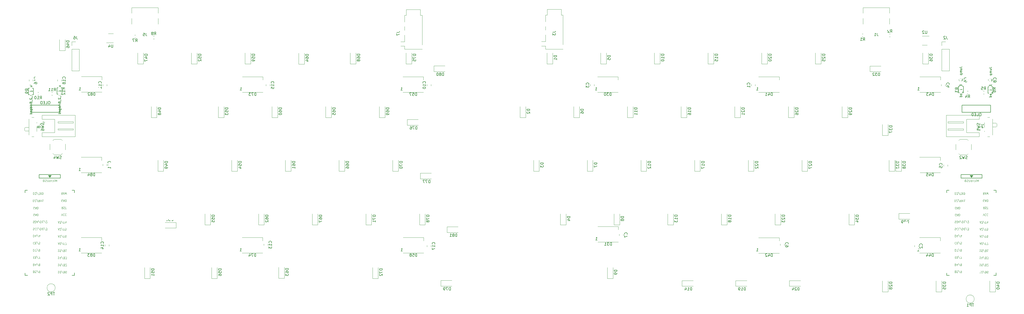
<source format=gbo>
%TF.GenerationSoftware,KiCad,Pcbnew,(5.1.4-0)*%
%TF.CreationDate,2022-08-29T09:53:46-04:00*%
%TF.ProjectId,Marvelous65 Split,4d617276-656c-46f7-9573-36352053706c,rev?*%
%TF.SameCoordinates,Original*%
%TF.FileFunction,Legend,Bot*%
%TF.FilePolarity,Positive*%
%FSLAX46Y46*%
G04 Gerber Fmt 4.6, Leading zero omitted, Abs format (unit mm)*
G04 Created by KiCad (PCBNEW (5.1.4-0)) date 2022-08-29 09:53:46*
%MOMM*%
%LPD*%
G04 APERTURE LIST*
%ADD10C,0.150000*%
%ADD11C,0.120000*%
%ADD12C,0.125000*%
%ADD13R,1.143000X0.635000*%
%ADD14C,1.750000*%
%ADD15C,2.250000*%
%ADD16C,3.987800*%
%ADD17C,0.787400*%
%ADD18C,3.048000*%
%ADD19C,0.900000*%
%ADD20R,1.500000X0.700000*%
%ADD21R,0.800000X1.000000*%
%ADD22R,1.060000X0.650000*%
%ADD23C,2.500000*%
%ADD24C,2.000000*%
%ADD25R,2.000000X3.200000*%
%ADD26R,2.000000X2.000000*%
%ADD27R,1.700000X1.000000*%
%ADD28C,0.100000*%
%ADD29C,0.950000*%
%ADD30C,1.397000*%
%ADD31C,1.700000*%
%ADD32O,2.000000X1.700000*%
%ADD33R,2.500000X1.200000*%
%ADD34C,1.500000*%
%ADD35R,1.700000X1.700000*%
%ADD36O,1.700000X1.700000*%
%ADD37O,1.000000X1.600000*%
%ADD38C,0.650000*%
%ADD39O,1.000000X2.100000*%
%ADD40R,0.300000X1.450000*%
%ADD41R,0.600000X1.450000*%
%ADD42R,1.500000X1.000000*%
%ADD43R,0.900000X1.200000*%
%ADD44R,1.200000X0.900000*%
%ADD45C,1.150000*%
G04 APERTURE END LIST*
D10*
%TO.C,JP4*%
X-10961385Y96092785D02*
X-9183385Y96092785D01*
X-10961385Y98378785D02*
X-10961385Y96092785D01*
X-9183385Y98378785D02*
X-10961385Y98378785D01*
X-9183385Y96092785D02*
X-9183385Y98378785D01*
%TO.C,JP3*%
X-21111385Y95982785D02*
X-19333385Y95982785D01*
X-21111385Y98268785D02*
X-21111385Y95982785D01*
X-19333385Y98268785D02*
X-21111385Y98268785D01*
X-19333385Y95982785D02*
X-19333385Y98268785D01*
%TO.C,JP2*%
X310746615Y98918785D02*
X308968615Y98918785D01*
X310746615Y96632785D02*
X310746615Y98918785D01*
X308968615Y96632785D02*
X310746615Y96632785D01*
X308968615Y98918785D02*
X308968615Y96632785D01*
%TO.C,JP1*%
X321256615Y98778785D02*
X319478615Y98778785D01*
X321256615Y96492785D02*
X321256615Y98778785D01*
X319478615Y96492785D02*
X321256615Y96492785D01*
X319478615Y98778785D02*
X319478615Y96492785D01*
D11*
%TO.C,SW6*%
X-18153635Y85885405D02*
X-18153635Y86085405D01*
X-22293635Y83085405D02*
X-22503635Y83285405D01*
X-22293635Y84385405D02*
X-22503635Y84185405D01*
X-21003635Y83085405D02*
X-22293635Y83085405D01*
X-22503635Y83285405D02*
X-22503635Y84185405D01*
X-22293635Y84385405D02*
X-21003635Y84385405D01*
X-21003635Y81635405D02*
X-21003635Y87335405D01*
X-18153635Y82885405D02*
X-18153635Y84585405D01*
X-19203635Y81035405D02*
X-19993635Y81035405D01*
X-19993635Y87935405D02*
X-19203635Y87935405D01*
%TO.C,U4*%
X7194450Y117652405D02*
X8994450Y117652405D01*
X8994450Y114432405D02*
X6544450Y114432405D01*
D10*
%TO.C,U3*%
X-13392235Y66807405D02*
X-13692235Y66807405D01*
X-13292235Y66957405D02*
X-13792235Y66957405D01*
X-13192235Y67107405D02*
X-13892235Y67107405D01*
X-13542235Y66607405D02*
X-13042235Y67257405D01*
X-14042235Y67257405D02*
X-13542235Y66607405D01*
X-13042235Y67257405D02*
X-14042235Y67257405D01*
X-17292235Y67607405D02*
X-9792235Y67607405D01*
X-17292235Y66307405D02*
X-17292235Y67607405D01*
X-9792235Y66307405D02*
X-17292235Y66307405D01*
X-9792235Y67607405D02*
X-9792235Y66307405D01*
X-4792235Y62007405D02*
X-4792235Y61157405D01*
X-22292235Y62007405D02*
X-22292235Y61157405D01*
X-4792235Y62007405D02*
X-5642235Y62007405D01*
X-22292235Y62007405D02*
X-21492235Y62007405D01*
X-4792235Y32707405D02*
X-4792235Y31807405D01*
X-22292235Y32657405D02*
X-22292235Y31807405D01*
X-4792235Y31807405D02*
X-5642235Y31807405D01*
X-22292235Y31807405D02*
X-21432235Y31807405D01*
D11*
%TO.C,TP2*%
X-11630550Y27361155D02*
G75*
G03X-11630550Y27361155I-1450000J0D01*
G01*
%TO.C,SW4*%
X-12483635Y79685405D02*
X-12033635Y80135405D01*
X-9083635Y79685405D02*
X-9533635Y80135405D01*
X-9083635Y75085405D02*
X-9533635Y74635405D01*
X-12483635Y75085405D02*
X-12033635Y74635405D01*
X-8033635Y76385405D02*
X-8033635Y78385405D01*
X-12033635Y80135405D02*
X-9533635Y80135405D01*
X-13533635Y76385405D02*
X-13533635Y78385405D01*
X-12033635Y74635405D02*
X-9533635Y74635405D01*
%TO.C,R12*%
X-9601800Y97039888D02*
X-9601800Y97382422D01*
X-10621800Y97039888D02*
X-10621800Y97382422D01*
%TO.C,R11*%
X-12559283Y96803405D02*
X-12901817Y96803405D01*
X-12559283Y95783405D02*
X-12901817Y95783405D01*
%TO.C,R10*%
X-17851817Y95783405D02*
X-17509283Y95783405D01*
X-17851817Y96803405D02*
X-17509283Y96803405D01*
%TO.C,R9*%
X-20734300Y97382422D02*
X-20734300Y97039888D01*
X-19714300Y97382422D02*
X-19714300Y97039888D01*
%TO.C,R8*%
X23521967Y116771155D02*
X23179433Y116771155D01*
X23521967Y115751155D02*
X23179433Y115751155D01*
%TO.C,R7*%
X16548183Y116132405D02*
X16890717Y116132405D01*
X16548183Y117152405D02*
X16890717Y117152405D01*
D10*
%TO.C,OL2*%
X-10082257Y89687748D02*
X-20242257Y89687748D01*
X-10082257Y92227748D02*
X-20242257Y92227748D01*
X-20242257Y92227748D02*
X-20242257Y89687748D01*
X-10082257Y89687748D02*
X-10082257Y92227748D01*
D11*
%TO.C,J8*%
X-4573635Y84875405D02*
X-4573635Y88685405D01*
X-4573635Y88685405D02*
X-16293635Y88685405D01*
X-16293635Y88685405D02*
X-16293635Y87265405D01*
X-16293635Y87265405D02*
X-11793635Y87265405D01*
X-11793635Y87265405D02*
X-11793635Y84875405D01*
X-4573635Y84875405D02*
X-4573635Y81065405D01*
X-4573635Y81065405D02*
X-16293635Y81065405D01*
X-16293635Y81065405D02*
X-16293635Y82485405D01*
X-16293635Y82485405D02*
X-11793635Y82485405D01*
X-11793635Y82485405D02*
X-11793635Y84875405D01*
X-10683635Y86375405D02*
X-5183635Y86375405D01*
X-5183635Y86375405D02*
X-5183635Y85875405D01*
X-5183635Y85875405D02*
X-10683635Y85875405D01*
X-10683635Y85875405D02*
X-10683635Y86375405D01*
X-10683635Y83875405D02*
X-5183635Y83875405D01*
X-5183635Y83875405D02*
X-5183635Y83375405D01*
X-5183635Y83375405D02*
X-10683635Y83375405D01*
X-10683635Y83375405D02*
X-10683635Y83875405D01*
X-15383635Y86125405D02*
X-15983635Y86425405D01*
X-15983635Y86425405D02*
X-15983635Y85825405D01*
X-15983635Y85825405D02*
X-15383635Y86125405D01*
%TO.C,J7*%
X112404450Y114752405D02*
X111004450Y114752405D01*
X112404450Y113202405D02*
X111004450Y113202405D01*
X118604450Y113652405D02*
X118604450Y124177405D01*
X112404450Y113202405D02*
X112404450Y112077405D01*
X112404450Y117152405D02*
X112404450Y114752405D01*
X112404450Y120152405D02*
X112404450Y118802405D01*
X112404450Y124177405D02*
X112404450Y121802405D01*
X118604450Y112077405D02*
X112404450Y112077405D01*
X112404450Y124177405D02*
X113004450Y124177405D01*
X118004450Y124177405D02*
X118604450Y124177405D01*
X113004450Y126177405D02*
X118004450Y126177405D01*
X113004450Y124177405D02*
X113004450Y126177405D01*
X118004450Y124177405D02*
X118004450Y126177405D01*
%TO.C,J6*%
X-3073635Y112115405D02*
X-5733635Y112115405D01*
X-3073635Y112115405D02*
X-3073635Y104435405D01*
X-3073635Y104435405D02*
X-5733635Y104435405D01*
X-5733635Y112115405D02*
X-5733635Y104435405D01*
X-5733635Y114715405D02*
X-5733635Y113385405D01*
X-4403635Y114715405D02*
X-5733635Y114715405D01*
%TO.C,J5*%
X15554450Y124917405D02*
X15554450Y126817405D01*
X15554450Y121017405D02*
X15554450Y123017405D01*
X24954450Y124917405D02*
X24954450Y126817405D01*
X24954450Y121017405D02*
X24954450Y123017405D01*
X15554450Y126817405D02*
X24954450Y126817405D01*
%TO.C,D84*%
X-2443050Y68267405D02*
X4856950Y68267405D01*
X-2443050Y73767405D02*
X4856950Y73767405D01*
X4856950Y73767405D02*
X4856950Y72617405D01*
%TO.C,D83*%
X-2443050Y39692405D02*
X4856950Y39692405D01*
X-2443050Y45192405D02*
X4856950Y45192405D01*
X4856950Y45192405D02*
X4856950Y44042405D01*
%TO.C,D82*%
X-2374300Y96854905D02*
X4925700Y96854905D01*
X-2374300Y102354905D02*
X4925700Y102354905D01*
X4925700Y102354905D02*
X4925700Y101204905D01*
%TO.C,D81*%
X127481365Y47001655D02*
X127481365Y49001655D01*
X127481365Y49001655D02*
X131381365Y49001655D01*
X127481365Y47001655D02*
X131381365Y47001655D01*
%TO.C,D80*%
X122781365Y104151655D02*
X122781365Y106151655D01*
X122781365Y106151655D02*
X126681365Y106151655D01*
X122781365Y104151655D02*
X126681365Y104151655D01*
%TO.C,D79*%
X125225115Y27951655D02*
X125225115Y29951655D01*
X125225115Y29951655D02*
X129125115Y29951655D01*
X125225115Y27951655D02*
X129125115Y27951655D01*
%TO.C,D78*%
X119681950Y49717405D02*
X117681950Y49717405D01*
X117681950Y49717405D02*
X117681950Y53617405D01*
X119681950Y49717405D02*
X119681950Y53617405D01*
%TO.C,D77*%
X117956365Y66051655D02*
X117956365Y68051655D01*
X117956365Y68051655D02*
X121856365Y68051655D01*
X117956365Y66051655D02*
X121856365Y66051655D01*
%TO.C,D76*%
X113318865Y85101655D02*
X113318865Y87101655D01*
X113318865Y87101655D02*
X117218865Y87101655D01*
X113318865Y85101655D02*
X117218865Y85101655D01*
%TO.C,D75*%
X114919450Y106867405D02*
X112919450Y106867405D01*
X112919450Y106867405D02*
X112919450Y110767405D01*
X114919450Y106867405D02*
X114919450Y110767405D01*
%TO.C,D74*%
X54706950Y39692405D02*
X62006950Y39692405D01*
X54706950Y45192405D02*
X62006950Y45192405D01*
X62006950Y45192405D02*
X62006950Y44042405D01*
%TO.C,D73*%
X54775700Y96829905D02*
X62075700Y96829905D01*
X54775700Y102329905D02*
X62075700Y102329905D01*
X62075700Y102329905D02*
X62075700Y101179905D01*
%TO.C,D72*%
X103013200Y30667405D02*
X101013200Y30667405D01*
X101013200Y30667405D02*
X101013200Y34567405D01*
X103013200Y30667405D02*
X103013200Y34567405D01*
%TO.C,D71*%
X100631950Y49717405D02*
X98631950Y49717405D01*
X98631950Y49717405D02*
X98631950Y53617405D01*
X100631950Y49717405D02*
X100631950Y53617405D01*
%TO.C,D70*%
X110156950Y68767405D02*
X108156950Y68767405D01*
X108156950Y68767405D02*
X108156950Y72667405D01*
X110156950Y68767405D02*
X110156950Y72667405D01*
%TO.C,D69*%
X105394450Y87817405D02*
X103394450Y87817405D01*
X103394450Y87817405D02*
X103394450Y91717405D01*
X105394450Y87817405D02*
X105394450Y91717405D01*
%TO.C,D68*%
X95075700Y106867405D02*
X93075700Y106867405D01*
X93075700Y106867405D02*
X93075700Y110767405D01*
X95075700Y106867405D02*
X95075700Y110767405D01*
%TO.C,D67*%
X81581950Y49717405D02*
X79581950Y49717405D01*
X79581950Y49717405D02*
X79581950Y53617405D01*
X81581950Y49717405D02*
X81581950Y53617405D01*
%TO.C,D66*%
X91106950Y68767405D02*
X89106950Y68767405D01*
X89106950Y68767405D02*
X89106950Y72667405D01*
X91106950Y68767405D02*
X91106950Y72667405D01*
%TO.C,D65*%
X86344450Y87817405D02*
X84344450Y87817405D01*
X84344450Y87817405D02*
X84344450Y91717405D01*
X86344450Y87817405D02*
X86344450Y91717405D01*
%TO.C,D64*%
X76819450Y106804905D02*
X74819450Y106804905D01*
X74819450Y106804905D02*
X74819450Y110704905D01*
X76819450Y106804905D02*
X76819450Y110704905D01*
%TO.C,D63*%
X69675700Y30729905D02*
X67675700Y30729905D01*
X67675700Y30729905D02*
X67675700Y34629905D01*
X69675700Y30729905D02*
X69675700Y34629905D01*
%TO.C,D62*%
X62531950Y49717405D02*
X60531950Y49717405D01*
X60531950Y49717405D02*
X60531950Y53617405D01*
X62531950Y49717405D02*
X62531950Y53617405D01*
%TO.C,D61*%
X72056950Y68767405D02*
X70056950Y68767405D01*
X70056950Y68767405D02*
X70056950Y72667405D01*
X72056950Y68767405D02*
X72056950Y72667405D01*
%TO.C,D60*%
X67294450Y87817405D02*
X65294450Y87817405D01*
X65294450Y87817405D02*
X65294450Y91717405D01*
X67294450Y87817405D02*
X67294450Y91717405D01*
%TO.C,D59*%
X57769450Y106867405D02*
X55769450Y106867405D01*
X55769450Y106867405D02*
X55769450Y110767405D01*
X57769450Y106867405D02*
X57769450Y110767405D01*
%TO.C,D58*%
X111856950Y39692405D02*
X119156950Y39692405D01*
X111856950Y45192405D02*
X119156950Y45192405D01*
X119156950Y45192405D02*
X119156950Y44042405D01*
%TO.C,D57*%
X111788200Y96829905D02*
X119088200Y96829905D01*
X111788200Y102329905D02*
X119088200Y102329905D01*
X119088200Y102329905D02*
X119088200Y101179905D01*
%TO.C,D56*%
X45863200Y30667405D02*
X43863200Y30667405D01*
X43863200Y30667405D02*
X43863200Y34567405D01*
X45863200Y30667405D02*
X45863200Y34567405D01*
%TO.C,D55*%
X43481950Y49717405D02*
X41481950Y49717405D01*
X41481950Y49717405D02*
X41481950Y53617405D01*
X43481950Y49717405D02*
X43481950Y53617405D01*
%TO.C,D54*%
X53006950Y68767405D02*
X51006950Y68767405D01*
X51006950Y68767405D02*
X51006950Y72667405D01*
X53006950Y68767405D02*
X53006950Y72667405D01*
%TO.C,D53*%
X48244450Y87817405D02*
X46244450Y87817405D01*
X46244450Y87817405D02*
X46244450Y91717405D01*
X48244450Y87817405D02*
X48244450Y91717405D01*
%TO.C,D52*%
X38719450Y106867405D02*
X36719450Y106867405D01*
X36719450Y106867405D02*
X36719450Y110767405D01*
X38719450Y106867405D02*
X38719450Y110767405D01*
%TO.C,D51*%
X22050700Y30667405D02*
X20050700Y30667405D01*
X20050700Y30667405D02*
X20050700Y34567405D01*
X22050700Y30667405D02*
X22050700Y34567405D01*
%TO.C,D50*%
X31238200Y50586155D02*
X31238200Y48586155D01*
X31238200Y48586155D02*
X27338200Y48586155D01*
X31238200Y50586155D02*
X27338200Y50586155D01*
%TO.C,D49*%
X26813200Y68767405D02*
X24813200Y68767405D01*
X24813200Y68767405D02*
X24813200Y72667405D01*
X26813200Y68767405D02*
X26813200Y72667405D01*
%TO.C,D48*%
X24431950Y87817405D02*
X22431950Y87817405D01*
X22431950Y87817405D02*
X22431950Y91717405D01*
X24431950Y87817405D02*
X24431950Y91717405D01*
%TO.C,D47*%
X19669450Y106867405D02*
X17669450Y106867405D01*
X17669450Y106867405D02*
X17669450Y110767405D01*
X19669450Y106867405D02*
X19669450Y110767405D01*
%TO.C,D46*%
X-8111800Y111629905D02*
X-10111800Y111629905D01*
X-10111800Y111629905D02*
X-10111800Y115529905D01*
X-8111800Y111629905D02*
X-8111800Y115529905D01*
%TO.C,C18*%
X-9401800Y100756153D02*
X-9401800Y101278657D01*
X-10821800Y100756153D02*
X-10821800Y101278657D01*
%TO.C,C17*%
X121773200Y41949903D02*
X121773200Y42472407D01*
X120353200Y41949903D02*
X120353200Y42472407D01*
%TO.C,C16*%
X-19495550Y100756153D02*
X-19495550Y101278657D01*
X-20915550Y100756153D02*
X-20915550Y101278657D01*
%TO.C,C15*%
X64623200Y99099903D02*
X64623200Y99622407D01*
X63203200Y99099903D02*
X63203200Y99622407D01*
%TO.C,C14*%
X6053200Y42703657D02*
X6053200Y42181153D01*
X7473200Y42703657D02*
X7473200Y42181153D01*
%TO.C,C13*%
X63829450Y42412403D02*
X63829450Y42934907D01*
X62409450Y42412403D02*
X62409450Y42934907D01*
%TO.C,C12*%
X5259450Y99622407D02*
X5259450Y99099903D01*
X6679450Y99622407D02*
X6679450Y99099903D01*
%TO.C,C11*%
X6679450Y70756153D02*
X6679450Y71278657D01*
X5259450Y70756153D02*
X5259450Y71278657D01*
%TO.C,C10*%
X120353200Y99622407D02*
X120353200Y99099903D01*
X121773200Y99622407D02*
X121773200Y99099903D01*
%TO.C,TP1*%
X314595700Y23385575D02*
G75*
G03X314595700Y23385575I-1450000J0D01*
G01*
D10*
%TO.C,U1*%
X304863350Y31804325D02*
X305723350Y31804325D01*
X322363350Y31804325D02*
X321513350Y31804325D01*
X304863350Y32654325D02*
X304863350Y31804325D01*
X322363350Y32704325D02*
X322363350Y31804325D01*
X304863350Y62004325D02*
X305663350Y62004325D01*
X322363350Y62004325D02*
X321513350Y62004325D01*
X304863350Y62004325D02*
X304863350Y61154325D01*
X322363350Y62004325D02*
X322363350Y61154325D01*
X317363350Y67604325D02*
X317363350Y66304325D01*
X317363350Y66304325D02*
X309863350Y66304325D01*
X309863350Y66304325D02*
X309863350Y67604325D01*
X309863350Y67604325D02*
X317363350Y67604325D01*
X314113350Y67254325D02*
X313113350Y67254325D01*
X313113350Y67254325D02*
X313613350Y66604325D01*
X313613350Y66604325D02*
X314113350Y67254325D01*
X313963350Y67104325D02*
X313263350Y67104325D01*
X313863350Y66954325D02*
X313363350Y66954325D01*
X313763350Y66804325D02*
X313463350Y66804325D01*
D11*
%TO.C,U2*%
X297906950Y113548075D02*
X296106950Y113548075D01*
X296106950Y116768075D02*
X298556950Y116768075D01*
%TO.C,SW2*%
X309064450Y79660575D02*
X309514450Y80110575D01*
X312464450Y79660575D02*
X312014450Y80110575D01*
X312464450Y75060575D02*
X312014450Y74610575D01*
X309064450Y75060575D02*
X309514450Y74610575D01*
X313514450Y76360575D02*
X313514450Y78360575D01*
X309514450Y80110575D02*
X312014450Y80110575D01*
X308014450Y76360575D02*
X308014450Y78360575D01*
X309514450Y74610575D02*
X312014450Y74610575D01*
%TO.C,SW1*%
X318218200Y83060575D02*
X318218200Y82860575D01*
X322358200Y85860575D02*
X322568200Y85660575D01*
X322358200Y84560575D02*
X322568200Y84760575D01*
X321068200Y85860575D02*
X322358200Y85860575D01*
X322568200Y85660575D02*
X322568200Y84760575D01*
X322358200Y84560575D02*
X321068200Y84560575D01*
X321068200Y87310575D02*
X321068200Y81610575D01*
X318218200Y86060575D02*
X318218200Y84360575D01*
X319268200Y87910575D02*
X320058200Y87910575D01*
X320058200Y81010575D02*
X319268200Y81010575D01*
%TO.C,R6*%
X320799450Y97464308D02*
X320799450Y97806842D01*
X319779450Y97464308D02*
X319779450Y97806842D01*
%TO.C,R5*%
X318079467Y97245575D02*
X317736933Y97245575D01*
X318079467Y96225575D02*
X317736933Y96225575D01*
%TO.C,R4*%
X312061933Y96225575D02*
X312404467Y96225575D01*
X312061933Y97245575D02*
X312404467Y97245575D01*
%TO.C,R3*%
X309348200Y97831842D02*
X309348200Y97489308D01*
X310368200Y97831842D02*
X310368200Y97489308D01*
%TO.C,R2*%
X284741967Y117558075D02*
X284399433Y117558075D01*
X284741967Y116538075D02*
X284399433Y116538075D01*
%TO.C,R1*%
X274793183Y116538075D02*
X275135717Y116538075D01*
X274793183Y117558075D02*
X275135717Y117558075D01*
D10*
%TO.C,OL1*%
X320386385Y89677868D02*
X310226385Y89677868D01*
X310226385Y89677868D02*
X310226385Y92217868D01*
X310226385Y92217868D02*
X320386385Y92217868D01*
X320386385Y92217868D02*
X320386385Y89677868D01*
D11*
%TO.C,J4*%
X304629450Y84841825D02*
X304629450Y81031825D01*
X304629450Y81031825D02*
X316349450Y81031825D01*
X316349450Y81031825D02*
X316349450Y82451825D01*
X316349450Y82451825D02*
X311849450Y82451825D01*
X311849450Y82451825D02*
X311849450Y84841825D01*
X304629450Y84841825D02*
X304629450Y88651825D01*
X304629450Y88651825D02*
X316349450Y88651825D01*
X316349450Y88651825D02*
X316349450Y87231825D01*
X316349450Y87231825D02*
X311849450Y87231825D01*
X311849450Y87231825D02*
X311849450Y84841825D01*
X310739450Y83341825D02*
X305239450Y83341825D01*
X305239450Y83341825D02*
X305239450Y83841825D01*
X305239450Y83841825D02*
X310739450Y83841825D01*
X310739450Y83841825D02*
X310739450Y83341825D01*
X310739450Y85841825D02*
X305239450Y85841825D01*
X305239450Y85841825D02*
X305239450Y86341825D01*
X305239450Y86341825D02*
X310739450Y86341825D01*
X310739450Y86341825D02*
X310739450Y85841825D01*
X315439450Y83591825D02*
X316039450Y83291825D01*
X316039450Y83291825D02*
X316039450Y83891825D01*
X316039450Y83891825D02*
X315439450Y83591825D01*
%TO.C,J3*%
X162412615Y114801655D02*
X161012615Y114801655D01*
X162412615Y113251655D02*
X161012615Y113251655D01*
X168612615Y113701655D02*
X168612615Y124226655D01*
X162412615Y113251655D02*
X162412615Y112126655D01*
X162412615Y117201655D02*
X162412615Y114801655D01*
X162412615Y120201655D02*
X162412615Y118851655D01*
X162412615Y124226655D02*
X162412615Y121851655D01*
X168612615Y112126655D02*
X162412615Y112126655D01*
X162412615Y124226655D02*
X163012615Y124226655D01*
X168012615Y124226655D02*
X168612615Y124226655D01*
X163012615Y126226655D02*
X168012615Y126226655D01*
X163012615Y124226655D02*
X163012615Y126226655D01*
X168012615Y124226655D02*
X168012615Y126226655D01*
%TO.C,J2*%
X305744450Y112126825D02*
X303084450Y112126825D01*
X305744450Y112126825D02*
X305744450Y104446825D01*
X305744450Y104446825D02*
X303084450Y104446825D01*
X303084450Y112126825D02*
X303084450Y104446825D01*
X303084450Y114726825D02*
X303084450Y113396825D01*
X304414450Y114726825D02*
X303084450Y114726825D01*
%TO.C,J1*%
X275108200Y124930575D02*
X275108200Y126830575D01*
X275108200Y121030575D02*
X275108200Y123030575D01*
X284508200Y124930575D02*
X284508200Y126830575D01*
X284508200Y121030575D02*
X284508200Y123030575D01*
X275108200Y126830575D02*
X284508200Y126830575D01*
%TO.C,D45*%
X295208200Y68260575D02*
X302508200Y68260575D01*
X295208200Y73760575D02*
X302508200Y73760575D01*
X302508200Y73760575D02*
X302508200Y72610575D01*
%TO.C,D44*%
X295212615Y39695405D02*
X302512615Y39695405D01*
X295212615Y45195405D02*
X302512615Y45195405D01*
X302512615Y45195405D02*
X302512615Y44045405D01*
%TO.C,D43*%
X295281365Y96835575D02*
X302581365Y96835575D01*
X295281365Y102335575D02*
X302581365Y102335575D01*
X302581365Y102335575D02*
X302581365Y101185575D01*
%TO.C,D42*%
X238058200Y39685575D02*
X245358200Y39685575D01*
X238058200Y45185575D02*
X245358200Y45185575D01*
X245358200Y45185575D02*
X245358200Y44035575D01*
%TO.C,D41*%
X238058200Y96835575D02*
X245358200Y96835575D01*
X238058200Y102335575D02*
X245358200Y102335575D01*
X245358200Y102335575D02*
X245358200Y101185575D01*
%TO.C,D40*%
X322083200Y25898075D02*
X320083200Y25898075D01*
X320083200Y25898075D02*
X320083200Y29798075D01*
X322083200Y25898075D02*
X322083200Y29798075D01*
%TO.C,D39*%
X287818865Y51764155D02*
X287818865Y53764155D01*
X287818865Y53764155D02*
X291718865Y53764155D01*
X287818865Y51764155D02*
X291718865Y51764155D01*
%TO.C,D38*%
X288745700Y68760575D02*
X286745700Y68760575D01*
X286745700Y68760575D02*
X286745700Y72660575D01*
X288745700Y68760575D02*
X288745700Y72660575D01*
%TO.C,D37*%
X283987615Y81470405D02*
X281987615Y81470405D01*
X281987615Y81470405D02*
X281987615Y85370405D01*
X283987615Y81470405D02*
X283987615Y85370405D01*
%TO.C,D36*%
X298270700Y106860575D02*
X296270700Y106860575D01*
X296270700Y106860575D02*
X296270700Y110760575D01*
X298270700Y106860575D02*
X298270700Y110760575D01*
%TO.C,D35*%
X303033200Y25898075D02*
X301033200Y25898075D01*
X301033200Y25898075D02*
X301033200Y29798075D01*
X303033200Y25898075D02*
X303033200Y29798075D01*
%TO.C,D34*%
X272076950Y49710575D02*
X270076950Y49710575D01*
X270076950Y49710575D02*
X270076950Y53610575D01*
X272076950Y49710575D02*
X272076950Y53610575D01*
%TO.C,D33*%
X286364450Y68760575D02*
X284364450Y68760575D01*
X284364450Y68760575D02*
X284364450Y72660575D01*
X286364450Y68760575D02*
X286364450Y72660575D01*
%TO.C,D32*%
X277558200Y104141825D02*
X277558200Y106141825D01*
X277558200Y106141825D02*
X281458200Y106141825D01*
X277558200Y104141825D02*
X281458200Y104141825D01*
%TO.C,D31*%
X180976950Y43641825D02*
X188276950Y43641825D01*
X180976950Y49141825D02*
X188276950Y49141825D01*
X188276950Y49141825D02*
X188276950Y47991825D01*
%TO.C,D30*%
X180858200Y96835575D02*
X188158200Y96835575D01*
X180858200Y102335575D02*
X188158200Y102335575D01*
X188158200Y102335575D02*
X188158200Y101185575D01*
%TO.C,D29*%
X269695700Y87810575D02*
X267695700Y87810575D01*
X267695700Y87810575D02*
X267695700Y91710575D01*
X269695700Y87810575D02*
X269695700Y91710575D01*
%TO.C,D28*%
X283983200Y25898075D02*
X281983200Y25898075D01*
X281983200Y25898075D02*
X281983200Y29798075D01*
X283983200Y25898075D02*
X283983200Y29798075D01*
%TO.C,D27*%
X255408200Y68760575D02*
X253408200Y68760575D01*
X253408200Y68760575D02*
X253408200Y72660575D01*
X255408200Y68760575D02*
X255408200Y72660575D01*
%TO.C,D26*%
X250645700Y87810575D02*
X248645700Y87810575D01*
X248645700Y87810575D02*
X248645700Y91710575D01*
X250645700Y87810575D02*
X250645700Y91710575D01*
%TO.C,D25*%
X260170700Y106860575D02*
X258170700Y106860575D01*
X258170700Y106860575D02*
X258170700Y110760575D01*
X260170700Y106860575D02*
X260170700Y110760575D01*
%TO.C,D24*%
X248983200Y27941825D02*
X248983200Y29941825D01*
X248983200Y29941825D02*
X252883200Y29941825D01*
X248983200Y27941825D02*
X252883200Y27941825D01*
%TO.C,D23*%
X245883200Y49710575D02*
X243883200Y49710575D01*
X243883200Y49710575D02*
X243883200Y53610575D01*
X245883200Y49710575D02*
X245883200Y53610575D01*
%TO.C,D22*%
X236358200Y68760575D02*
X234358200Y68760575D01*
X234358200Y68760575D02*
X234358200Y72660575D01*
X236358200Y68760575D02*
X236358200Y72660575D01*
%TO.C,D21*%
X231595700Y87810575D02*
X229595700Y87810575D01*
X229595700Y87810575D02*
X229595700Y91710575D01*
X231595700Y87810575D02*
X231595700Y91710575D01*
%TO.C,D20*%
X241120700Y106860575D02*
X239120700Y106860575D01*
X239120700Y106860575D02*
X239120700Y110760575D01*
X241120700Y106860575D02*
X241120700Y110760575D01*
%TO.C,D19*%
X229933200Y27941825D02*
X229933200Y29941825D01*
X229933200Y29941825D02*
X233833200Y29941825D01*
X229933200Y27941825D02*
X233833200Y27941825D01*
%TO.C,D18*%
X226833200Y49710575D02*
X224833200Y49710575D01*
X224833200Y49710575D02*
X224833200Y53610575D01*
X226833200Y49710575D02*
X226833200Y53610575D01*
%TO.C,D17*%
X217308200Y68760575D02*
X215308200Y68760575D01*
X215308200Y68760575D02*
X215308200Y72660575D01*
X217308200Y68760575D02*
X217308200Y72660575D01*
%TO.C,D16*%
X212545700Y87810575D02*
X210545700Y87810575D01*
X210545700Y87810575D02*
X210545700Y91710575D01*
X212545700Y87810575D02*
X212545700Y91710575D01*
%TO.C,D15*%
X222070700Y106860575D02*
X220070700Y106860575D01*
X220070700Y106860575D02*
X220070700Y110760575D01*
X222070700Y106860575D02*
X222070700Y110760575D01*
%TO.C,D14*%
X210883200Y27941825D02*
X210883200Y29941825D01*
X210883200Y29941825D02*
X214783200Y29941825D01*
X210883200Y27941825D02*
X214783200Y27941825D01*
%TO.C,D13*%
X207783200Y49710575D02*
X205783200Y49710575D01*
X205783200Y49710575D02*
X205783200Y53610575D01*
X207783200Y49710575D02*
X207783200Y53610575D01*
%TO.C,D12*%
X198258200Y68760575D02*
X196258200Y68760575D01*
X196258200Y68760575D02*
X196258200Y72660575D01*
X198258200Y68760575D02*
X198258200Y72660575D01*
%TO.C,D11*%
X193495700Y87810575D02*
X191495700Y87810575D01*
X191495700Y87810575D02*
X191495700Y91710575D01*
X193495700Y87810575D02*
X193495700Y91710575D01*
%TO.C,D10*%
X203020700Y106860575D02*
X201020700Y106860575D01*
X201020700Y106860575D02*
X201020700Y110760575D01*
X203020700Y106860575D02*
X203020700Y110760575D01*
%TO.C,D9*%
X186351950Y30660575D02*
X184351950Y30660575D01*
X184351950Y30660575D02*
X184351950Y34560575D01*
X186351950Y30660575D02*
X186351950Y34560575D01*
%TO.C,D8*%
X188733200Y49710575D02*
X186733200Y49710575D01*
X186733200Y49710575D02*
X186733200Y53610575D01*
X188733200Y49710575D02*
X188733200Y53610575D01*
%TO.C,D7*%
X179208200Y68760575D02*
X177208200Y68760575D01*
X177208200Y68760575D02*
X177208200Y72660575D01*
X179208200Y68760575D02*
X179208200Y72660575D01*
%TO.C,D6*%
X174445700Y87810575D02*
X172445700Y87810575D01*
X172445700Y87810575D02*
X172445700Y91710575D01*
X174445700Y87810575D02*
X174445700Y91710575D01*
%TO.C,D5*%
X183970700Y106860575D02*
X181970700Y106860575D01*
X181970700Y106860575D02*
X181970700Y110760575D01*
X183970700Y106860575D02*
X183970700Y110760575D01*
%TO.C,D4*%
X169683200Y49710575D02*
X167683200Y49710575D01*
X167683200Y49710575D02*
X167683200Y53610575D01*
X169683200Y49710575D02*
X169683200Y53610575D01*
%TO.C,D3*%
X160158200Y68760575D02*
X158158200Y68760575D01*
X158158200Y68760575D02*
X158158200Y72660575D01*
X160158200Y68760575D02*
X160158200Y72660575D01*
%TO.C,D2*%
X155395700Y87810575D02*
X153395700Y87810575D01*
X153395700Y87810575D02*
X153395700Y91710575D01*
X155395700Y87810575D02*
X155395700Y91710575D01*
%TO.C,D1*%
X164920700Y106860575D02*
X162920700Y106860575D01*
X162920700Y106860575D02*
X162920700Y110760575D01*
X164920700Y106860575D02*
X164920700Y110760575D01*
%TO.C,C9*%
X247180700Y42405573D02*
X247180700Y42928077D01*
X245760700Y42405573D02*
X245760700Y42928077D01*
%TO.C,C8*%
X320999450Y100911823D02*
X320999450Y101434327D01*
X319579450Y100911823D02*
X319579450Y101434327D01*
%TO.C,C7*%
X190030700Y45911823D02*
X190030700Y46434327D01*
X188610700Y45911823D02*
X188610700Y46434327D01*
%TO.C,C6*%
X310588200Y100954323D02*
X310588200Y101476827D01*
X309168200Y100954323D02*
X309168200Y101476827D01*
%TO.C,C5*%
X303704450Y71040577D02*
X303704450Y70518073D01*
X305124450Y71040577D02*
X305124450Y70518073D01*
%TO.C,C4*%
X304335115Y99102903D02*
X304335115Y99625407D01*
X302915115Y99102903D02*
X302915115Y99625407D01*
%TO.C,C3*%
X178291950Y99615577D02*
X178291950Y99093073D01*
X179711950Y99615577D02*
X179711950Y99093073D01*
%TO.C,C2*%
X294810115Y41952903D02*
X294810115Y42475407D01*
X293390115Y41952903D02*
X293390115Y42475407D01*
%TO.C,C1*%
X235441950Y99615577D02*
X235441950Y99093073D01*
X236861950Y99615577D02*
X236861950Y99093073D01*
%TO.C,JP4*%
D10*
X-10517489Y99551108D02*
X-9936918Y99551108D01*
X-9820804Y99589813D01*
X-9743394Y99667223D01*
X-9704689Y99783337D01*
X-9704689Y99860746D01*
X-10246556Y98815718D02*
X-9704689Y98815718D01*
X-10246556Y99164061D02*
X-9820804Y99164061D01*
X-9743394Y99125356D01*
X-9704689Y99047946D01*
X-9704689Y98931832D01*
X-9743394Y98854423D01*
X-9782099Y98815718D01*
X-9704689Y98428670D02*
X-10246556Y98428670D01*
X-10169146Y98428670D02*
X-10207851Y98389965D01*
X-10246556Y98312556D01*
X-10246556Y98196442D01*
X-10207851Y98119032D01*
X-10130442Y98080327D01*
X-9704689Y98080327D01*
X-10130442Y98080327D02*
X-10207851Y98041623D01*
X-10246556Y97964213D01*
X-10246556Y97848099D01*
X-10207851Y97770689D01*
X-10130442Y97731985D01*
X-9704689Y97731985D01*
X-10246556Y97344937D02*
X-9433756Y97344937D01*
X-10207851Y97344937D02*
X-10246556Y97267527D01*
X-10246556Y97112708D01*
X-10207851Y97035299D01*
X-10169146Y96996594D01*
X-10091737Y96957889D01*
X-9859508Y96957889D01*
X-9782099Y96996594D01*
X-9743394Y97035299D01*
X-9704689Y97112708D01*
X-9704689Y97267527D01*
X-9743394Y97344937D01*
X-9743394Y96299908D02*
X-9704689Y96377318D01*
X-9704689Y96532137D01*
X-9743394Y96609546D01*
X-9820804Y96648251D01*
X-10130442Y96648251D01*
X-10207851Y96609546D01*
X-10246556Y96532137D01*
X-10246556Y96377318D01*
X-10207851Y96299908D01*
X-10130442Y96261204D01*
X-10053032Y96261204D01*
X-9975623Y96648251D01*
X-9704689Y95912861D02*
X-10246556Y95912861D01*
X-10091737Y95912861D02*
X-10169146Y95874156D01*
X-10207851Y95835451D01*
X-10246556Y95758042D01*
X-10246556Y95680632D01*
X-9627280Y95603223D02*
X-9627280Y94983946D01*
X-10440080Y94829127D02*
X-10478785Y94790423D01*
X-10517489Y94713013D01*
X-10517489Y94519489D01*
X-10478785Y94442080D01*
X-10440080Y94403375D01*
X-10362670Y94364670D01*
X-10285261Y94364670D01*
X-10169146Y94403375D01*
X-9704689Y94867832D01*
X-9704689Y94364670D01*
X-9627280Y94209851D02*
X-9627280Y93590575D01*
X-10130442Y93126118D02*
X-10091737Y93010004D01*
X-10053032Y92971299D01*
X-9975623Y92932594D01*
X-9859508Y92932594D01*
X-9782099Y92971299D01*
X-9743394Y93010004D01*
X-9704689Y93087413D01*
X-9704689Y93397051D01*
X-10517489Y93397051D01*
X-10517489Y93126118D01*
X-10478785Y93048708D01*
X-10440080Y93010004D01*
X-10362670Y92971299D01*
X-10285261Y92971299D01*
X-10207851Y93010004D01*
X-10169146Y93048708D01*
X-10130442Y93126118D01*
X-10130442Y93397051D01*
X-9704689Y92584251D02*
X-10246556Y92584251D01*
X-10091737Y92584251D02*
X-10169146Y92545546D01*
X-10207851Y92506842D01*
X-10246556Y92429432D01*
X-10246556Y92352023D01*
X-9704689Y92081089D02*
X-10246556Y92081089D01*
X-10517489Y92081089D02*
X-10478785Y92119794D01*
X-10440080Y92081089D01*
X-10478785Y92042385D01*
X-10517489Y92081089D01*
X-10440080Y92081089D01*
X-9704689Y91345699D02*
X-10517489Y91345699D01*
X-9743394Y91345699D02*
X-9704689Y91423108D01*
X-9704689Y91577927D01*
X-9743394Y91655337D01*
X-9782099Y91694042D01*
X-9859508Y91732746D01*
X-10091737Y91732746D01*
X-10169146Y91694042D01*
X-10207851Y91655337D01*
X-10246556Y91577927D01*
X-10246556Y91423108D01*
X-10207851Y91345699D01*
X-10246556Y90610308D02*
X-9588575Y90610308D01*
X-9511165Y90649013D01*
X-9472461Y90687718D01*
X-9433756Y90765127D01*
X-9433756Y90881242D01*
X-9472461Y90958651D01*
X-9743394Y90610308D02*
X-9704689Y90687718D01*
X-9704689Y90842537D01*
X-9743394Y90919946D01*
X-9782099Y90958651D01*
X-9859508Y90997356D01*
X-10091737Y90997356D01*
X-10169146Y90958651D01*
X-10207851Y90919946D01*
X-10246556Y90842537D01*
X-10246556Y90687718D01*
X-10207851Y90610308D01*
X-9743394Y89913623D02*
X-9704689Y89991032D01*
X-9704689Y90145851D01*
X-9743394Y90223261D01*
X-9820804Y90261965D01*
X-10130442Y90261965D01*
X-10207851Y90223261D01*
X-10246556Y90145851D01*
X-10246556Y89991032D01*
X-10207851Y89913623D01*
X-10130442Y89874918D01*
X-10053032Y89874918D01*
X-9975623Y90261965D01*
X-9704689Y89178232D02*
X-10517489Y89178232D01*
X-9743394Y89178232D02*
X-9704689Y89255642D01*
X-9704689Y89410461D01*
X-9743394Y89487870D01*
X-9782099Y89526575D01*
X-9859508Y89565280D01*
X-10091737Y89565280D01*
X-10169146Y89526575D01*
X-10207851Y89487870D01*
X-10246556Y89410461D01*
X-10246556Y89255642D01*
X-10207851Y89178232D01*
%TO.C,JP3*%
X-20667489Y99441108D02*
X-20086918Y99441108D01*
X-19970804Y99479813D01*
X-19893394Y99557223D01*
X-19854689Y99673337D01*
X-19854689Y99750746D01*
X-20396556Y98705718D02*
X-19854689Y98705718D01*
X-20396556Y99054061D02*
X-19970804Y99054061D01*
X-19893394Y99015356D01*
X-19854689Y98937946D01*
X-19854689Y98821832D01*
X-19893394Y98744423D01*
X-19932099Y98705718D01*
X-19854689Y98318670D02*
X-20396556Y98318670D01*
X-20319146Y98318670D02*
X-20357851Y98279965D01*
X-20396556Y98202556D01*
X-20396556Y98086442D01*
X-20357851Y98009032D01*
X-20280442Y97970327D01*
X-19854689Y97970327D01*
X-20280442Y97970327D02*
X-20357851Y97931623D01*
X-20396556Y97854213D01*
X-20396556Y97738099D01*
X-20357851Y97660689D01*
X-20280442Y97621985D01*
X-19854689Y97621985D01*
X-20396556Y97234937D02*
X-19583756Y97234937D01*
X-20357851Y97234937D02*
X-20396556Y97157527D01*
X-20396556Y97002708D01*
X-20357851Y96925299D01*
X-20319146Y96886594D01*
X-20241737Y96847889D01*
X-20009508Y96847889D01*
X-19932099Y96886594D01*
X-19893394Y96925299D01*
X-19854689Y97002708D01*
X-19854689Y97157527D01*
X-19893394Y97234937D01*
X-19893394Y96189908D02*
X-19854689Y96267318D01*
X-19854689Y96422137D01*
X-19893394Y96499546D01*
X-19970804Y96538251D01*
X-20280442Y96538251D01*
X-20357851Y96499546D01*
X-20396556Y96422137D01*
X-20396556Y96267318D01*
X-20357851Y96189908D01*
X-20280442Y96151204D01*
X-20203032Y96151204D01*
X-20125623Y96538251D01*
X-19854689Y95802861D02*
X-20396556Y95802861D01*
X-20241737Y95802861D02*
X-20319146Y95764156D01*
X-20357851Y95725451D01*
X-20396556Y95648042D01*
X-20396556Y95570632D01*
X-19777280Y95493223D02*
X-19777280Y94873946D01*
X-20590080Y94719127D02*
X-20628785Y94680423D01*
X-20667489Y94603013D01*
X-20667489Y94409489D01*
X-20628785Y94332080D01*
X-20590080Y94293375D01*
X-20512670Y94254670D01*
X-20435261Y94254670D01*
X-20319146Y94293375D01*
X-19854689Y94757832D01*
X-19854689Y94254670D01*
X-19777280Y94099851D02*
X-19777280Y93480575D01*
X-20280442Y93016118D02*
X-20241737Y92900004D01*
X-20203032Y92861299D01*
X-20125623Y92822594D01*
X-20009508Y92822594D01*
X-19932099Y92861299D01*
X-19893394Y92900004D01*
X-19854689Y92977413D01*
X-19854689Y93287051D01*
X-20667489Y93287051D01*
X-20667489Y93016118D01*
X-20628785Y92938708D01*
X-20590080Y92900004D01*
X-20512670Y92861299D01*
X-20435261Y92861299D01*
X-20357851Y92900004D01*
X-20319146Y92938708D01*
X-20280442Y93016118D01*
X-20280442Y93287051D01*
X-19854689Y92474251D02*
X-20396556Y92474251D01*
X-20241737Y92474251D02*
X-20319146Y92435546D01*
X-20357851Y92396842D01*
X-20396556Y92319432D01*
X-20396556Y92242023D01*
X-19854689Y91971089D02*
X-20396556Y91971089D01*
X-20667489Y91971089D02*
X-20628785Y92009794D01*
X-20590080Y91971089D01*
X-20628785Y91932385D01*
X-20667489Y91971089D01*
X-20590080Y91971089D01*
X-19854689Y91235699D02*
X-20667489Y91235699D01*
X-19893394Y91235699D02*
X-19854689Y91313108D01*
X-19854689Y91467927D01*
X-19893394Y91545337D01*
X-19932099Y91584042D01*
X-20009508Y91622746D01*
X-20241737Y91622746D01*
X-20319146Y91584042D01*
X-20357851Y91545337D01*
X-20396556Y91467927D01*
X-20396556Y91313108D01*
X-20357851Y91235699D01*
X-20396556Y90500308D02*
X-19738575Y90500308D01*
X-19661165Y90539013D01*
X-19622461Y90577718D01*
X-19583756Y90655127D01*
X-19583756Y90771242D01*
X-19622461Y90848651D01*
X-19893394Y90500308D02*
X-19854689Y90577718D01*
X-19854689Y90732537D01*
X-19893394Y90809946D01*
X-19932099Y90848651D01*
X-20009508Y90887356D01*
X-20241737Y90887356D01*
X-20319146Y90848651D01*
X-20357851Y90809946D01*
X-20396556Y90732537D01*
X-20396556Y90577718D01*
X-20357851Y90500308D01*
X-19893394Y89803623D02*
X-19854689Y89881032D01*
X-19854689Y90035851D01*
X-19893394Y90113261D01*
X-19970804Y90151965D01*
X-20280442Y90151965D01*
X-20357851Y90113261D01*
X-20396556Y90035851D01*
X-20396556Y89881032D01*
X-20357851Y89803623D01*
X-20280442Y89764918D01*
X-20203032Y89764918D01*
X-20125623Y90151965D01*
X-19854689Y89068232D02*
X-20667489Y89068232D01*
X-19893394Y89068232D02*
X-19854689Y89145642D01*
X-19854689Y89300461D01*
X-19893394Y89377870D01*
X-19932099Y89416575D01*
X-20009508Y89455280D01*
X-20241737Y89455280D01*
X-20319146Y89416575D01*
X-20357851Y89377870D01*
X-20396556Y89300461D01*
X-20396556Y89145642D01*
X-20357851Y89068232D01*
%TO.C,JP2*%
X309412510Y105601108D02*
X309993081Y105601108D01*
X310109195Y105639813D01*
X310186605Y105717223D01*
X310225310Y105833337D01*
X310225310Y105910746D01*
X309683443Y104865718D02*
X310225310Y104865718D01*
X309683443Y105214061D02*
X310109195Y105214061D01*
X310186605Y105175356D01*
X310225310Y105097946D01*
X310225310Y104981832D01*
X310186605Y104904423D01*
X310147900Y104865718D01*
X310225310Y104478670D02*
X309683443Y104478670D01*
X309760853Y104478670D02*
X309722148Y104439965D01*
X309683443Y104362556D01*
X309683443Y104246442D01*
X309722148Y104169032D01*
X309799557Y104130327D01*
X310225310Y104130327D01*
X309799557Y104130327D02*
X309722148Y104091623D01*
X309683443Y104014213D01*
X309683443Y103898099D01*
X309722148Y103820689D01*
X309799557Y103781985D01*
X310225310Y103781985D01*
X309683443Y103394937D02*
X310496243Y103394937D01*
X309722148Y103394937D02*
X309683443Y103317527D01*
X309683443Y103162708D01*
X309722148Y103085299D01*
X309760853Y103046594D01*
X309838262Y103007889D01*
X310070491Y103007889D01*
X310147900Y103046594D01*
X310186605Y103085299D01*
X310225310Y103162708D01*
X310225310Y103317527D01*
X310186605Y103394937D01*
X310186605Y102349908D02*
X310225310Y102427318D01*
X310225310Y102582137D01*
X310186605Y102659546D01*
X310109195Y102698251D01*
X309799557Y102698251D01*
X309722148Y102659546D01*
X309683443Y102582137D01*
X309683443Y102427318D01*
X309722148Y102349908D01*
X309799557Y102311204D01*
X309876967Y102311204D01*
X309954376Y102698251D01*
X310225310Y101962861D02*
X309683443Y101962861D01*
X309838262Y101962861D02*
X309760853Y101924156D01*
X309722148Y101885451D01*
X309683443Y101808042D01*
X309683443Y101730632D01*
X310302719Y101653223D02*
X310302719Y101033946D01*
X309489919Y100879127D02*
X309451215Y100840423D01*
X309412510Y100763013D01*
X309412510Y100569489D01*
X309451215Y100492080D01*
X309489919Y100453375D01*
X309567329Y100414670D01*
X309644738Y100414670D01*
X309760853Y100453375D01*
X310225310Y100917832D01*
X310225310Y100414670D01*
X310302719Y100259851D02*
X310302719Y99640575D01*
X309799557Y99176118D02*
X309838262Y99060004D01*
X309876967Y99021299D01*
X309954376Y98982594D01*
X310070491Y98982594D01*
X310147900Y99021299D01*
X310186605Y99060004D01*
X310225310Y99137413D01*
X310225310Y99447051D01*
X309412510Y99447051D01*
X309412510Y99176118D01*
X309451215Y99098708D01*
X309489919Y99060004D01*
X309567329Y99021299D01*
X309644738Y99021299D01*
X309722148Y99060004D01*
X309760853Y99098708D01*
X309799557Y99176118D01*
X309799557Y99447051D01*
X310225310Y98634251D02*
X309683443Y98634251D01*
X309838262Y98634251D02*
X309760853Y98595546D01*
X309722148Y98556842D01*
X309683443Y98479432D01*
X309683443Y98402023D01*
X310225310Y98131089D02*
X309683443Y98131089D01*
X309412510Y98131089D02*
X309451215Y98169794D01*
X309489919Y98131089D01*
X309451215Y98092385D01*
X309412510Y98131089D01*
X309489919Y98131089D01*
X310225310Y97395699D02*
X309412510Y97395699D01*
X310186605Y97395699D02*
X310225310Y97473108D01*
X310225310Y97627927D01*
X310186605Y97705337D01*
X310147900Y97744042D01*
X310070491Y97782746D01*
X309838262Y97782746D01*
X309760853Y97744042D01*
X309722148Y97705337D01*
X309683443Y97627927D01*
X309683443Y97473108D01*
X309722148Y97395699D01*
X309683443Y96660308D02*
X310341424Y96660308D01*
X310418834Y96699013D01*
X310457538Y96737718D01*
X310496243Y96815127D01*
X310496243Y96931242D01*
X310457538Y97008651D01*
X310186605Y96660308D02*
X310225310Y96737718D01*
X310225310Y96892537D01*
X310186605Y96969946D01*
X310147900Y97008651D01*
X310070491Y97047356D01*
X309838262Y97047356D01*
X309760853Y97008651D01*
X309722148Y96969946D01*
X309683443Y96892537D01*
X309683443Y96737718D01*
X309722148Y96660308D01*
X310186605Y95963623D02*
X310225310Y96041032D01*
X310225310Y96195851D01*
X310186605Y96273261D01*
X310109195Y96311965D01*
X309799557Y96311965D01*
X309722148Y96273261D01*
X309683443Y96195851D01*
X309683443Y96041032D01*
X309722148Y95963623D01*
X309799557Y95924918D01*
X309876967Y95924918D01*
X309954376Y96311965D01*
X310225310Y95228232D02*
X309412510Y95228232D01*
X310186605Y95228232D02*
X310225310Y95305642D01*
X310225310Y95460461D01*
X310186605Y95537870D01*
X310147900Y95576575D01*
X310070491Y95615280D01*
X309838262Y95615280D01*
X309760853Y95576575D01*
X309722148Y95537870D01*
X309683443Y95460461D01*
X309683443Y95305642D01*
X309722148Y95228232D01*
%TO.C,JP1*%
X319922510Y105461108D02*
X320503081Y105461108D01*
X320619195Y105499813D01*
X320696605Y105577223D01*
X320735310Y105693337D01*
X320735310Y105770746D01*
X320193443Y104725718D02*
X320735310Y104725718D01*
X320193443Y105074061D02*
X320619195Y105074061D01*
X320696605Y105035356D01*
X320735310Y104957946D01*
X320735310Y104841832D01*
X320696605Y104764423D01*
X320657900Y104725718D01*
X320735310Y104338670D02*
X320193443Y104338670D01*
X320270853Y104338670D02*
X320232148Y104299965D01*
X320193443Y104222556D01*
X320193443Y104106442D01*
X320232148Y104029032D01*
X320309557Y103990327D01*
X320735310Y103990327D01*
X320309557Y103990327D02*
X320232148Y103951623D01*
X320193443Y103874213D01*
X320193443Y103758099D01*
X320232148Y103680689D01*
X320309557Y103641985D01*
X320735310Y103641985D01*
X320193443Y103254937D02*
X321006243Y103254937D01*
X320232148Y103254937D02*
X320193443Y103177527D01*
X320193443Y103022708D01*
X320232148Y102945299D01*
X320270853Y102906594D01*
X320348262Y102867889D01*
X320580491Y102867889D01*
X320657900Y102906594D01*
X320696605Y102945299D01*
X320735310Y103022708D01*
X320735310Y103177527D01*
X320696605Y103254937D01*
X320696605Y102209908D02*
X320735310Y102287318D01*
X320735310Y102442137D01*
X320696605Y102519546D01*
X320619195Y102558251D01*
X320309557Y102558251D01*
X320232148Y102519546D01*
X320193443Y102442137D01*
X320193443Y102287318D01*
X320232148Y102209908D01*
X320309557Y102171204D01*
X320386967Y102171204D01*
X320464376Y102558251D01*
X320735310Y101822861D02*
X320193443Y101822861D01*
X320348262Y101822861D02*
X320270853Y101784156D01*
X320232148Y101745451D01*
X320193443Y101668042D01*
X320193443Y101590632D01*
X320812719Y101513223D02*
X320812719Y100893946D01*
X319999919Y100739127D02*
X319961215Y100700423D01*
X319922510Y100623013D01*
X319922510Y100429489D01*
X319961215Y100352080D01*
X319999919Y100313375D01*
X320077329Y100274670D01*
X320154738Y100274670D01*
X320270853Y100313375D01*
X320735310Y100777832D01*
X320735310Y100274670D01*
X320812719Y100119851D02*
X320812719Y99500575D01*
X320309557Y99036118D02*
X320348262Y98920004D01*
X320386967Y98881299D01*
X320464376Y98842594D01*
X320580491Y98842594D01*
X320657900Y98881299D01*
X320696605Y98920004D01*
X320735310Y98997413D01*
X320735310Y99307051D01*
X319922510Y99307051D01*
X319922510Y99036118D01*
X319961215Y98958708D01*
X319999919Y98920004D01*
X320077329Y98881299D01*
X320154738Y98881299D01*
X320232148Y98920004D01*
X320270853Y98958708D01*
X320309557Y99036118D01*
X320309557Y99307051D01*
X320735310Y98494251D02*
X320193443Y98494251D01*
X320348262Y98494251D02*
X320270853Y98455546D01*
X320232148Y98416842D01*
X320193443Y98339432D01*
X320193443Y98262023D01*
X320735310Y97991089D02*
X320193443Y97991089D01*
X319922510Y97991089D02*
X319961215Y98029794D01*
X319999919Y97991089D01*
X319961215Y97952385D01*
X319922510Y97991089D01*
X319999919Y97991089D01*
X320735310Y97255699D02*
X319922510Y97255699D01*
X320696605Y97255699D02*
X320735310Y97333108D01*
X320735310Y97487927D01*
X320696605Y97565337D01*
X320657900Y97604042D01*
X320580491Y97642746D01*
X320348262Y97642746D01*
X320270853Y97604042D01*
X320232148Y97565337D01*
X320193443Y97487927D01*
X320193443Y97333108D01*
X320232148Y97255699D01*
X320193443Y96520308D02*
X320851424Y96520308D01*
X320928834Y96559013D01*
X320967538Y96597718D01*
X321006243Y96675127D01*
X321006243Y96791242D01*
X320967538Y96868651D01*
X320696605Y96520308D02*
X320735310Y96597718D01*
X320735310Y96752537D01*
X320696605Y96829946D01*
X320657900Y96868651D01*
X320580491Y96907356D01*
X320348262Y96907356D01*
X320270853Y96868651D01*
X320232148Y96829946D01*
X320193443Y96752537D01*
X320193443Y96597718D01*
X320232148Y96520308D01*
X320696605Y95823623D02*
X320735310Y95901032D01*
X320735310Y96055851D01*
X320696605Y96133261D01*
X320619195Y96171965D01*
X320309557Y96171965D01*
X320232148Y96133261D01*
X320193443Y96055851D01*
X320193443Y95901032D01*
X320232148Y95823623D01*
X320309557Y95784918D01*
X320386967Y95784918D01*
X320464376Y96171965D01*
X320735310Y95088232D02*
X319922510Y95088232D01*
X320696605Y95088232D02*
X320735310Y95165642D01*
X320735310Y95320461D01*
X320696605Y95397870D01*
X320657900Y95436575D01*
X320580491Y95475280D01*
X320348262Y95475280D01*
X320270853Y95436575D01*
X320232148Y95397870D01*
X320193443Y95320461D01*
X320193443Y95165642D01*
X320232148Y95088232D01*
%TO.C,SW6*%
X-15668873Y85818738D02*
X-15621254Y85675881D01*
X-15621254Y85437785D01*
X-15668873Y85342547D01*
X-15716492Y85294928D01*
X-15811730Y85247309D01*
X-15906968Y85247309D01*
X-16002206Y85294928D01*
X-16049825Y85342547D01*
X-16097444Y85437785D01*
X-16145063Y85628262D01*
X-16192682Y85723500D01*
X-16240301Y85771119D01*
X-16335539Y85818738D01*
X-16430777Y85818738D01*
X-16526015Y85771119D01*
X-16573635Y85723500D01*
X-16621254Y85628262D01*
X-16621254Y85390166D01*
X-16573635Y85247309D01*
X-16621254Y84913976D02*
X-15621254Y84675881D01*
X-16335539Y84485405D01*
X-15621254Y84294928D01*
X-16621254Y84056833D01*
X-16621254Y83247309D02*
X-16621254Y83437785D01*
X-16573635Y83533024D01*
X-16526015Y83580643D01*
X-16383158Y83675881D01*
X-16192682Y83723500D01*
X-15811730Y83723500D01*
X-15716492Y83675881D01*
X-15668873Y83628262D01*
X-15621254Y83533024D01*
X-15621254Y83342547D01*
X-15668873Y83247309D01*
X-15716492Y83199690D01*
X-15811730Y83152071D01*
X-16049825Y83152071D01*
X-16145063Y83199690D01*
X-16192682Y83247309D01*
X-16240301Y83342547D01*
X-16240301Y83533024D01*
X-16192682Y83628262D01*
X-16145063Y83675881D01*
X-16049825Y83723500D01*
%TO.C,U4*%
X8856354Y113690024D02*
X8856354Y112880500D01*
X8808735Y112785262D01*
X8761116Y112737643D01*
X8665878Y112690024D01*
X8475402Y112690024D01*
X8380164Y112737643D01*
X8332545Y112785262D01*
X8284926Y112880500D01*
X8284926Y113690024D01*
X7380164Y113356690D02*
X7380164Y112690024D01*
X7618259Y113737643D02*
X7856354Y113023357D01*
X7237307Y113023357D01*
%TO.C,U3*%
D11*
X-11045806Y65018119D02*
X-11045806Y65768119D01*
X-11295806Y65232405D01*
X-11545806Y65768119D01*
X-11545806Y65018119D01*
X-11902949Y65018119D02*
X-11902949Y65518119D01*
X-11902949Y65768119D02*
X-11867235Y65732405D01*
X-11902949Y65696690D01*
X-11938663Y65732405D01*
X-11902949Y65768119D01*
X-11902949Y65696690D01*
X-12581520Y65053833D02*
X-12510092Y65018119D01*
X-12367235Y65018119D01*
X-12295806Y65053833D01*
X-12260092Y65089547D01*
X-12224377Y65160976D01*
X-12224377Y65375262D01*
X-12260092Y65446690D01*
X-12295806Y65482405D01*
X-12367235Y65518119D01*
X-12510092Y65518119D01*
X-12581520Y65482405D01*
X-12902949Y65018119D02*
X-12902949Y65518119D01*
X-12902949Y65375262D02*
X-12938663Y65446690D01*
X-12974377Y65482405D01*
X-13045806Y65518119D01*
X-13117235Y65518119D01*
X-13474377Y65018119D02*
X-13402949Y65053833D01*
X-13367235Y65089547D01*
X-13331520Y65160976D01*
X-13331520Y65375262D01*
X-13367235Y65446690D01*
X-13402949Y65482405D01*
X-13474377Y65518119D01*
X-13581520Y65518119D01*
X-13652949Y65482405D01*
X-13688663Y65446690D01*
X-13724377Y65375262D01*
X-13724377Y65160976D01*
X-13688663Y65089547D01*
X-13652949Y65053833D01*
X-13581520Y65018119D01*
X-13474377Y65018119D01*
X-14045806Y65768119D02*
X-14045806Y65160976D01*
X-14081520Y65089547D01*
X-14117235Y65053833D01*
X-14188663Y65018119D01*
X-14331520Y65018119D01*
X-14402949Y65053833D01*
X-14438663Y65089547D01*
X-14474377Y65160976D01*
X-14474377Y65768119D01*
X-14795806Y65053833D02*
X-14902949Y65018119D01*
X-15081520Y65018119D01*
X-15152949Y65053833D01*
X-15188663Y65089547D01*
X-15224377Y65160976D01*
X-15224377Y65232405D01*
X-15188663Y65303833D01*
X-15152949Y65339547D01*
X-15081520Y65375262D01*
X-14938663Y65410976D01*
X-14867235Y65446690D01*
X-14831520Y65482405D01*
X-14795806Y65553833D01*
X-14795806Y65625262D01*
X-14831520Y65696690D01*
X-14867235Y65732405D01*
X-14938663Y65768119D01*
X-15117235Y65768119D01*
X-15224377Y65732405D01*
X-15795806Y65410976D02*
X-15902949Y65375262D01*
X-15938663Y65339547D01*
X-15974377Y65268119D01*
X-15974377Y65160976D01*
X-15938663Y65089547D01*
X-15902949Y65053833D01*
X-15831520Y65018119D01*
X-15545806Y65018119D01*
X-15545806Y65768119D01*
X-15795806Y65768119D01*
X-15867235Y65732405D01*
X-15902949Y65696690D01*
X-15938663Y65625262D01*
X-15938663Y65553833D01*
X-15902949Y65482405D01*
X-15867235Y65446690D01*
X-15795806Y65410976D01*
X-15545806Y65410976D01*
X-11045806Y65018119D02*
X-11045806Y65768119D01*
X-11295806Y65232405D01*
X-11545806Y65768119D01*
X-11545806Y65018119D01*
X-11902949Y65018119D02*
X-11902949Y65518119D01*
X-11902949Y65768119D02*
X-11867235Y65732405D01*
X-11902949Y65696690D01*
X-11938663Y65732405D01*
X-11902949Y65768119D01*
X-11902949Y65696690D01*
X-12581520Y65053833D02*
X-12510092Y65018119D01*
X-12367235Y65018119D01*
X-12295806Y65053833D01*
X-12260092Y65089547D01*
X-12224377Y65160976D01*
X-12224377Y65375262D01*
X-12260092Y65446690D01*
X-12295806Y65482405D01*
X-12367235Y65518119D01*
X-12510092Y65518119D01*
X-12581520Y65482405D01*
X-12902949Y65018119D02*
X-12902949Y65518119D01*
X-12902949Y65375262D02*
X-12938663Y65446690D01*
X-12974377Y65482405D01*
X-13045806Y65518119D01*
X-13117235Y65518119D01*
X-13474377Y65018119D02*
X-13402949Y65053833D01*
X-13367235Y65089547D01*
X-13331520Y65160976D01*
X-13331520Y65375262D01*
X-13367235Y65446690D01*
X-13402949Y65482405D01*
X-13474377Y65518119D01*
X-13581520Y65518119D01*
X-13652949Y65482405D01*
X-13688663Y65446690D01*
X-13724377Y65375262D01*
X-13724377Y65160976D01*
X-13688663Y65089547D01*
X-13652949Y65053833D01*
X-13581520Y65018119D01*
X-13474377Y65018119D01*
X-14045806Y65768119D02*
X-14045806Y65160976D01*
X-14081520Y65089547D01*
X-14117235Y65053833D01*
X-14188663Y65018119D01*
X-14331520Y65018119D01*
X-14402949Y65053833D01*
X-14438663Y65089547D01*
X-14474377Y65160976D01*
X-14474377Y65768119D01*
X-14795806Y65053833D02*
X-14902949Y65018119D01*
X-15081520Y65018119D01*
X-15152949Y65053833D01*
X-15188663Y65089547D01*
X-15224377Y65160976D01*
X-15224377Y65232405D01*
X-15188663Y65303833D01*
X-15152949Y65339547D01*
X-15081520Y65375262D01*
X-14938663Y65410976D01*
X-14867235Y65446690D01*
X-14831520Y65482405D01*
X-14795806Y65553833D01*
X-14795806Y65625262D01*
X-14831520Y65696690D01*
X-14867235Y65732405D01*
X-14938663Y65768119D01*
X-15117235Y65768119D01*
X-15224377Y65732405D01*
X-15795806Y65410976D02*
X-15902949Y65375262D01*
X-15938663Y65339547D01*
X-15974377Y65268119D01*
X-15974377Y65160976D01*
X-15938663Y65089547D01*
X-15902949Y65053833D01*
X-15831520Y65018119D01*
X-15545806Y65018119D01*
X-15545806Y65768119D01*
X-15795806Y65768119D01*
X-15867235Y65732405D01*
X-15902949Y65696690D01*
X-15938663Y65625262D01*
X-15938663Y65553833D01*
X-15902949Y65482405D01*
X-15867235Y65446690D01*
X-15795806Y65410976D01*
X-15545806Y65410976D01*
D12*
X-19188425Y35553833D02*
X-19092711Y35589547D01*
X-19060806Y35625262D01*
X-19028901Y35696690D01*
X-19028901Y35803833D01*
X-19060806Y35875262D01*
X-19092711Y35910976D01*
X-19156520Y35946690D01*
X-19411758Y35946690D01*
X-19411758Y35196690D01*
X-19188425Y35196690D01*
X-19124615Y35232405D01*
X-19092711Y35268119D01*
X-19060806Y35339547D01*
X-19060806Y35410976D01*
X-19092711Y35482405D01*
X-19124615Y35518119D01*
X-19188425Y35553833D01*
X-19411758Y35553833D01*
X-18454615Y35446690D02*
X-18454615Y35946690D01*
X-18614139Y35160976D02*
X-18773663Y35696690D01*
X-18358901Y35696690D01*
X-17625092Y35160976D02*
X-18199377Y36125262D01*
X-17306044Y35518119D02*
X-17369854Y35482405D01*
X-17401758Y35446690D01*
X-17433663Y35375262D01*
X-17433663Y35339547D01*
X-17401758Y35268119D01*
X-17369854Y35232405D01*
X-17306044Y35196690D01*
X-17178425Y35196690D01*
X-17114615Y35232405D01*
X-17082711Y35268119D01*
X-17050806Y35339547D01*
X-17050806Y35375262D01*
X-17082711Y35446690D01*
X-17114615Y35482405D01*
X-17178425Y35518119D01*
X-17306044Y35518119D01*
X-17369854Y35553833D01*
X-17401758Y35589547D01*
X-17433663Y35660976D01*
X-17433663Y35803833D01*
X-17401758Y35875262D01*
X-17369854Y35910976D01*
X-17306044Y35946690D01*
X-17178425Y35946690D01*
X-17114615Y35910976D01*
X-17082711Y35875262D01*
X-17050806Y35803833D01*
X-17050806Y35660976D01*
X-17082711Y35589547D01*
X-17114615Y35553833D01*
X-17178425Y35518119D01*
X-19515806Y58646690D02*
X-19515806Y57896690D01*
X-19356282Y57896690D01*
X-19260568Y57932405D01*
X-19196758Y58003833D01*
X-19164854Y58075262D01*
X-19132949Y58218119D01*
X-19132949Y58325262D01*
X-19164854Y58468119D01*
X-19196758Y58539547D01*
X-19260568Y58610976D01*
X-19356282Y58646690D01*
X-19515806Y58646690D01*
X-18877711Y57968119D02*
X-18845806Y57932405D01*
X-18781996Y57896690D01*
X-18622473Y57896690D01*
X-18558663Y57932405D01*
X-18526758Y57968119D01*
X-18494854Y58039547D01*
X-18494854Y58110976D01*
X-18526758Y58218119D01*
X-18909615Y58646690D01*
X-18494854Y58646690D01*
X-17729139Y57860976D02*
X-18303425Y58825262D01*
X-17122949Y58646690D02*
X-17346282Y58289547D01*
X-17505806Y58646690D02*
X-17505806Y57896690D01*
X-17250568Y57896690D01*
X-17186758Y57932405D01*
X-17154854Y57968119D01*
X-17122949Y58039547D01*
X-17122949Y58146690D01*
X-17154854Y58218119D01*
X-17186758Y58253833D01*
X-17250568Y58289547D01*
X-17505806Y58289547D01*
X-16899615Y57896690D02*
X-16452949Y58646690D01*
X-16452949Y57896690D02*
X-16899615Y58646690D01*
X-15846758Y58646690D02*
X-16229615Y58646690D01*
X-16038187Y58646690D02*
X-16038187Y57896690D01*
X-16101996Y58003833D01*
X-16165806Y58075262D01*
X-16229615Y58110976D01*
X-19188425Y33053833D02*
X-19092711Y33089547D01*
X-19060806Y33125262D01*
X-19028901Y33196690D01*
X-19028901Y33303833D01*
X-19060806Y33375262D01*
X-19092711Y33410976D01*
X-19156520Y33446690D01*
X-19411758Y33446690D01*
X-19411758Y32696690D01*
X-19188425Y32696690D01*
X-19124615Y32732405D01*
X-19092711Y32768119D01*
X-19060806Y32839547D01*
X-19060806Y32910976D01*
X-19092711Y32982405D01*
X-19124615Y33018119D01*
X-19188425Y33053833D01*
X-19411758Y33053833D01*
X-18422711Y32696690D02*
X-18741758Y32696690D01*
X-18773663Y33053833D01*
X-18741758Y33018119D01*
X-18677949Y32982405D01*
X-18518425Y32982405D01*
X-18454615Y33018119D01*
X-18422711Y33053833D01*
X-18390806Y33125262D01*
X-18390806Y33303833D01*
X-18422711Y33375262D01*
X-18454615Y33410976D01*
X-18518425Y33446690D01*
X-18677949Y33446690D01*
X-18741758Y33410976D01*
X-18773663Y33375262D01*
X-17625092Y32660976D02*
X-18199377Y33625262D01*
X-17369854Y33446690D02*
X-17242235Y33446690D01*
X-17178425Y33410976D01*
X-17146520Y33375262D01*
X-17082711Y33268119D01*
X-17050806Y33125262D01*
X-17050806Y32839547D01*
X-17082711Y32768119D01*
X-17114615Y32732405D01*
X-17178425Y32696690D01*
X-17306044Y32696690D01*
X-17369854Y32732405D01*
X-17401758Y32768119D01*
X-17433663Y32839547D01*
X-17433663Y33018119D01*
X-17401758Y33089547D01*
X-17369854Y33125262D01*
X-17306044Y33160976D01*
X-17178425Y33160976D01*
X-17114615Y33125262D01*
X-17082711Y33089547D01*
X-17050806Y33018119D01*
X-19028901Y43525262D02*
X-19060806Y43560976D01*
X-19156520Y43596690D01*
X-19220330Y43596690D01*
X-19316044Y43560976D01*
X-19379854Y43489547D01*
X-19411758Y43418119D01*
X-19443663Y43275262D01*
X-19443663Y43168119D01*
X-19411758Y43025262D01*
X-19379854Y42953833D01*
X-19316044Y42882405D01*
X-19220330Y42846690D01*
X-19156520Y42846690D01*
X-19060806Y42882405D01*
X-19028901Y42918119D01*
X-18454615Y42846690D02*
X-18582235Y42846690D01*
X-18646044Y42882405D01*
X-18677949Y42918119D01*
X-18741758Y43025262D01*
X-18773663Y43168119D01*
X-18773663Y43453833D01*
X-18741758Y43525262D01*
X-18709854Y43560976D01*
X-18646044Y43596690D01*
X-18518425Y43596690D01*
X-18454615Y43560976D01*
X-18422711Y43525262D01*
X-18390806Y43453833D01*
X-18390806Y43275262D01*
X-18422711Y43203833D01*
X-18454615Y43168119D01*
X-18518425Y43132405D01*
X-18646044Y43132405D01*
X-18709854Y43168119D01*
X-18741758Y43203833D01*
X-18773663Y43275262D01*
X-17625092Y42810976D02*
X-18199377Y43775262D01*
X-17082711Y42846690D02*
X-17401758Y42846690D01*
X-17433663Y43203833D01*
X-17401758Y43168119D01*
X-17337949Y43132405D01*
X-17178425Y43132405D01*
X-17114615Y43168119D01*
X-17082711Y43203833D01*
X-17050806Y43275262D01*
X-17050806Y43453833D01*
X-17082711Y43525262D01*
X-17114615Y43560976D01*
X-17178425Y43596690D01*
X-17337949Y43596690D01*
X-17401758Y43560976D01*
X-17433663Y43525262D01*
X-19469854Y48610976D02*
X-19374139Y48646690D01*
X-19214615Y48646690D01*
X-19150806Y48610976D01*
X-19118901Y48575262D01*
X-19086996Y48503833D01*
X-19086996Y48432405D01*
X-19118901Y48360976D01*
X-19150806Y48325262D01*
X-19214615Y48289547D01*
X-19342235Y48253833D01*
X-19406044Y48218119D01*
X-19437949Y48182405D01*
X-19469854Y48110976D01*
X-19469854Y48039547D01*
X-19437949Y47968119D01*
X-19406044Y47932405D01*
X-19342235Y47896690D01*
X-19182711Y47896690D01*
X-19086996Y47932405D01*
X-18416996Y48575262D02*
X-18448901Y48610976D01*
X-18544615Y48646690D01*
X-18608425Y48646690D01*
X-18704139Y48610976D01*
X-18767949Y48539547D01*
X-18799854Y48468119D01*
X-18831758Y48325262D01*
X-18831758Y48218119D01*
X-18799854Y48075262D01*
X-18767949Y48003833D01*
X-18704139Y47932405D01*
X-18608425Y47896690D01*
X-18544615Y47896690D01*
X-18448901Y47932405D01*
X-18416996Y47968119D01*
X-17810806Y48646690D02*
X-18129854Y48646690D01*
X-18129854Y47896690D01*
X-17108901Y47860976D02*
X-17683187Y48825262D01*
X-16885568Y48646690D02*
X-16885568Y47896690D01*
X-16726044Y47896690D01*
X-16630330Y47932405D01*
X-16566520Y48003833D01*
X-16534615Y48075262D01*
X-16502711Y48218119D01*
X-16502711Y48325262D01*
X-16534615Y48468119D01*
X-16566520Y48539547D01*
X-16630330Y48610976D01*
X-16726044Y48646690D01*
X-16885568Y48646690D01*
X-16087949Y47896690D02*
X-16024139Y47896690D01*
X-15960330Y47932405D01*
X-15928425Y47968119D01*
X-15896520Y48039547D01*
X-15864615Y48182405D01*
X-15864615Y48360976D01*
X-15896520Y48503833D01*
X-15928425Y48575262D01*
X-15960330Y48610976D01*
X-16024139Y48646690D01*
X-16087949Y48646690D01*
X-16151758Y48610976D01*
X-16183663Y48575262D01*
X-16215568Y48503833D01*
X-16247473Y48360976D01*
X-16247473Y48182405D01*
X-16215568Y48039547D01*
X-16183663Y47968119D01*
X-16151758Y47932405D01*
X-16087949Y47896690D01*
X-15098901Y47860976D02*
X-15673187Y48825262D01*
X-14939377Y47896690D02*
X-14524615Y47896690D01*
X-14747949Y48182405D01*
X-14652235Y48182405D01*
X-14588425Y48218119D01*
X-14556520Y48253833D01*
X-14524615Y48325262D01*
X-14524615Y48503833D01*
X-14556520Y48575262D01*
X-14588425Y48610976D01*
X-14652235Y48646690D01*
X-14843663Y48646690D01*
X-14907473Y48610976D01*
X-14939377Y48575262D01*
X-19485806Y51110976D02*
X-19390092Y51146690D01*
X-19230568Y51146690D01*
X-19166758Y51110976D01*
X-19134854Y51075262D01*
X-19102949Y51003833D01*
X-19102949Y50932405D01*
X-19134854Y50860976D01*
X-19166758Y50825262D01*
X-19230568Y50789547D01*
X-19358187Y50753833D01*
X-19421996Y50718119D01*
X-19453901Y50682405D01*
X-19485806Y50610976D01*
X-19485806Y50539547D01*
X-19453901Y50468119D01*
X-19421996Y50432405D01*
X-19358187Y50396690D01*
X-19198663Y50396690D01*
X-19102949Y50432405D01*
X-18815806Y51146690D02*
X-18815806Y50396690D01*
X-18656282Y50396690D01*
X-18560568Y50432405D01*
X-18496758Y50503833D01*
X-18464854Y50575262D01*
X-18432949Y50718119D01*
X-18432949Y50825262D01*
X-18464854Y50968119D01*
X-18496758Y51039547D01*
X-18560568Y51110976D01*
X-18656282Y51146690D01*
X-18815806Y51146690D01*
X-18177711Y50932405D02*
X-17858663Y50932405D01*
X-18241520Y51146690D02*
X-18018187Y50396690D01*
X-17794854Y51146690D01*
X-17092949Y50360976D02*
X-17667235Y51325262D01*
X-16869615Y51146690D02*
X-16869615Y50396690D01*
X-16710092Y50396690D01*
X-16614377Y50432405D01*
X-16550568Y50503833D01*
X-16518663Y50575262D01*
X-16486758Y50718119D01*
X-16486758Y50825262D01*
X-16518663Y50968119D01*
X-16550568Y51039547D01*
X-16614377Y51110976D01*
X-16710092Y51146690D01*
X-16869615Y51146690D01*
X-15848663Y51146690D02*
X-16231520Y51146690D01*
X-16040092Y51146690D02*
X-16040092Y50396690D01*
X-16103901Y50503833D01*
X-16167711Y50575262D01*
X-16231520Y50610976D01*
X-15082949Y50360976D02*
X-15657235Y51325262D01*
X-14891520Y50468119D02*
X-14859615Y50432405D01*
X-14795806Y50396690D01*
X-14636282Y50396690D01*
X-14572473Y50432405D01*
X-14540568Y50468119D01*
X-14508663Y50539547D01*
X-14508663Y50610976D01*
X-14540568Y50718119D01*
X-14923425Y51146690D01*
X-14508663Y51146690D01*
X-19411758Y46146690D02*
X-19411758Y45396690D01*
X-19252235Y45396690D01*
X-19156520Y45432405D01*
X-19092711Y45503833D01*
X-19060806Y45575262D01*
X-19028901Y45718119D01*
X-19028901Y45825262D01*
X-19060806Y45968119D01*
X-19092711Y46039547D01*
X-19156520Y46110976D01*
X-19252235Y46146690D01*
X-19411758Y46146690D01*
X-18454615Y45646690D02*
X-18454615Y46146690D01*
X-18614139Y45360976D02*
X-18773663Y45896690D01*
X-18358901Y45896690D01*
X-17625092Y45360976D02*
X-18199377Y46325262D01*
X-17114615Y45646690D02*
X-17114615Y46146690D01*
X-17274139Y45360976D02*
X-17433663Y45896690D01*
X-17018901Y45896690D01*
X-19436044Y61196690D02*
X-19436044Y60446690D01*
X-19276520Y60446690D01*
X-19180806Y60482405D01*
X-19116996Y60553833D01*
X-19085092Y60625262D01*
X-19053187Y60768119D01*
X-19053187Y60875262D01*
X-19085092Y61018119D01*
X-19116996Y61089547D01*
X-19180806Y61160976D01*
X-19276520Y61196690D01*
X-19436044Y61196690D01*
X-18829854Y60446690D02*
X-18415092Y60446690D01*
X-18638425Y60732405D01*
X-18542711Y60732405D01*
X-18478901Y60768119D01*
X-18446996Y60803833D01*
X-18415092Y60875262D01*
X-18415092Y61053833D01*
X-18446996Y61125262D01*
X-18478901Y61160976D01*
X-18542711Y61196690D01*
X-18734139Y61196690D01*
X-18797949Y61160976D01*
X-18829854Y61125262D01*
X-17649377Y60410976D02*
X-18223663Y61375262D01*
X-17521758Y60446690D02*
X-17138901Y60446690D01*
X-17330330Y61196690D02*
X-17330330Y60446690D01*
X-16979377Y60446690D02*
X-16532711Y61196690D01*
X-16532711Y60446690D02*
X-16979377Y61196690D01*
X-16149854Y60446690D02*
X-16086044Y60446690D01*
X-16022235Y60482405D01*
X-15990330Y60518119D01*
X-15958425Y60589547D01*
X-15926520Y60732405D01*
X-15926520Y60910976D01*
X-15958425Y61053833D01*
X-15990330Y61125262D01*
X-16022235Y61160976D01*
X-16086044Y61196690D01*
X-16149854Y61196690D01*
X-16213663Y61160976D01*
X-16245568Y61125262D01*
X-16277473Y61053833D01*
X-16309377Y60910976D01*
X-16309377Y60732405D01*
X-16277473Y60589547D01*
X-16245568Y60518119D01*
X-16213663Y60482405D01*
X-16149854Y60446690D01*
X-19007711Y52932405D02*
X-19071520Y52896690D01*
X-19167235Y52896690D01*
X-19262949Y52932405D01*
X-19326758Y53003833D01*
X-19358663Y53075262D01*
X-19390568Y53218119D01*
X-19390568Y53325262D01*
X-19358663Y53468119D01*
X-19326758Y53539547D01*
X-19262949Y53610976D01*
X-19167235Y53646690D01*
X-19103425Y53646690D01*
X-19007711Y53610976D01*
X-18975806Y53575262D01*
X-18975806Y53325262D01*
X-19103425Y53325262D01*
X-18688663Y53646690D02*
X-18688663Y52896690D01*
X-18305806Y53646690D01*
X-18305806Y52896690D01*
X-17986758Y53646690D02*
X-17986758Y52896690D01*
X-17827235Y52896690D01*
X-17731520Y52932405D01*
X-17667711Y53003833D01*
X-17635806Y53075262D01*
X-17603901Y53218119D01*
X-17603901Y53325262D01*
X-17635806Y53468119D01*
X-17667711Y53539547D01*
X-17731520Y53610976D01*
X-17827235Y53646690D01*
X-17986758Y53646690D01*
X-19007711Y55382405D02*
X-19071520Y55346690D01*
X-19167235Y55346690D01*
X-19262949Y55382405D01*
X-19326758Y55453833D01*
X-19358663Y55525262D01*
X-19390568Y55668119D01*
X-19390568Y55775262D01*
X-19358663Y55918119D01*
X-19326758Y55989547D01*
X-19262949Y56060976D01*
X-19167235Y56096690D01*
X-19103425Y56096690D01*
X-19007711Y56060976D01*
X-18975806Y56025262D01*
X-18975806Y55775262D01*
X-19103425Y55775262D01*
X-18688663Y56096690D02*
X-18688663Y55346690D01*
X-18305806Y56096690D01*
X-18305806Y55346690D01*
X-17986758Y56096690D02*
X-17986758Y55346690D01*
X-17827235Y55346690D01*
X-17731520Y55382405D01*
X-17667711Y55453833D01*
X-17635806Y55525262D01*
X-17603901Y55668119D01*
X-17603901Y55775262D01*
X-17635806Y55918119D01*
X-17667711Y55989547D01*
X-17731520Y56060976D01*
X-17827235Y56096690D01*
X-17986758Y56096690D01*
X-19411758Y41046690D02*
X-19411758Y40296690D01*
X-19252235Y40296690D01*
X-19156520Y40332405D01*
X-19092711Y40403833D01*
X-19060806Y40475262D01*
X-19028901Y40618119D01*
X-19028901Y40725262D01*
X-19060806Y40868119D01*
X-19092711Y40939547D01*
X-19156520Y41010976D01*
X-19252235Y41046690D01*
X-19411758Y41046690D01*
X-18805568Y40296690D02*
X-18358901Y40296690D01*
X-18646044Y41046690D01*
X-17625092Y40260976D02*
X-18199377Y41225262D01*
X-17114615Y40296690D02*
X-17242235Y40296690D01*
X-17306044Y40332405D01*
X-17337949Y40368119D01*
X-17401758Y40475262D01*
X-17433663Y40618119D01*
X-17433663Y40903833D01*
X-17401758Y40975262D01*
X-17369854Y41010976D01*
X-17306044Y41046690D01*
X-17178425Y41046690D01*
X-17114615Y41010976D01*
X-17082711Y40975262D01*
X-17050806Y40903833D01*
X-17050806Y40725262D01*
X-17082711Y40653833D01*
X-17114615Y40618119D01*
X-17178425Y40582405D01*
X-17306044Y40582405D01*
X-17369854Y40618119D01*
X-17401758Y40653833D01*
X-17433663Y40725262D01*
X-19379854Y38103833D02*
X-19156520Y38103833D01*
X-19060806Y38496690D02*
X-19379854Y38496690D01*
X-19379854Y37746690D01*
X-19060806Y37746690D01*
X-18486520Y37746690D02*
X-18614139Y37746690D01*
X-18677949Y37782405D01*
X-18709854Y37818119D01*
X-18773663Y37925262D01*
X-18805568Y38068119D01*
X-18805568Y38353833D01*
X-18773663Y38425262D01*
X-18741758Y38460976D01*
X-18677949Y38496690D01*
X-18550330Y38496690D01*
X-18486520Y38460976D01*
X-18454615Y38425262D01*
X-18422711Y38353833D01*
X-18422711Y38175262D01*
X-18454615Y38103833D01*
X-18486520Y38068119D01*
X-18550330Y38032405D01*
X-18677949Y38032405D01*
X-18741758Y38068119D01*
X-18773663Y38103833D01*
X-18805568Y38175262D01*
X-17656996Y37710976D02*
X-18231282Y38675262D01*
X-17497473Y37746690D02*
X-17050806Y37746690D01*
X-17337949Y38496690D01*
X-10279854Y35796690D02*
X-10662711Y35796690D01*
X-10471282Y35796690D02*
X-10471282Y35046690D01*
X-10535092Y35153833D01*
X-10598901Y35225262D01*
X-10662711Y35260976D01*
X-9705568Y35046690D02*
X-9833187Y35046690D01*
X-9896996Y35082405D01*
X-9928901Y35118119D01*
X-9992711Y35225262D01*
X-10024615Y35368119D01*
X-10024615Y35653833D01*
X-9992711Y35725262D01*
X-9960806Y35760976D01*
X-9896996Y35796690D01*
X-9769377Y35796690D01*
X-9705568Y35760976D01*
X-9673663Y35725262D01*
X-9641758Y35653833D01*
X-9641758Y35475262D01*
X-9673663Y35403833D01*
X-9705568Y35368119D01*
X-9769377Y35332405D01*
X-9896996Y35332405D01*
X-9960806Y35368119D01*
X-9992711Y35403833D01*
X-10024615Y35475262D01*
X-8876044Y35010976D02*
X-9450330Y35975262D01*
X-8429377Y35403833D02*
X-8333663Y35439547D01*
X-8301758Y35475262D01*
X-8269854Y35546690D01*
X-8269854Y35653833D01*
X-8301758Y35725262D01*
X-8333663Y35760976D01*
X-8397473Y35796690D01*
X-8652711Y35796690D01*
X-8652711Y35046690D01*
X-8429377Y35046690D01*
X-8365568Y35082405D01*
X-8333663Y35118119D01*
X-8301758Y35189547D01*
X-8301758Y35260976D01*
X-8333663Y35332405D01*
X-8365568Y35368119D01*
X-8429377Y35403833D01*
X-8652711Y35403833D01*
X-8014615Y35118119D02*
X-7982711Y35082405D01*
X-7918901Y35046690D01*
X-7759377Y35046690D01*
X-7695568Y35082405D01*
X-7663663Y35118119D01*
X-7631758Y35189547D01*
X-7631758Y35260976D01*
X-7663663Y35368119D01*
X-8046520Y35796690D01*
X-7631758Y35796690D01*
X-10279854Y33296690D02*
X-10662711Y33296690D01*
X-10471282Y33296690D02*
X-10471282Y32546690D01*
X-10535092Y32653833D01*
X-10598901Y32725262D01*
X-10662711Y32760976D01*
X-9865092Y32546690D02*
X-9801282Y32546690D01*
X-9737473Y32582405D01*
X-9705568Y32618119D01*
X-9673663Y32689547D01*
X-9641758Y32832405D01*
X-9641758Y33010976D01*
X-9673663Y33153833D01*
X-9705568Y33225262D01*
X-9737473Y33260976D01*
X-9801282Y33296690D01*
X-9865092Y33296690D01*
X-9928901Y33260976D01*
X-9960806Y33225262D01*
X-9992711Y33153833D01*
X-10024615Y33010976D01*
X-10024615Y32832405D01*
X-9992711Y32689547D01*
X-9960806Y32618119D01*
X-9928901Y32582405D01*
X-9865092Y32546690D01*
X-8876044Y32510976D02*
X-9450330Y33475262D01*
X-8429377Y32903833D02*
X-8333663Y32939547D01*
X-8301758Y32975262D01*
X-8269854Y33046690D01*
X-8269854Y33153833D01*
X-8301758Y33225262D01*
X-8333663Y33260976D01*
X-8397473Y33296690D01*
X-8652711Y33296690D01*
X-8652711Y32546690D01*
X-8429377Y32546690D01*
X-8365568Y32582405D01*
X-8333663Y32618119D01*
X-8301758Y32689547D01*
X-8301758Y32760976D01*
X-8333663Y32832405D01*
X-8365568Y32868119D01*
X-8429377Y32903833D01*
X-8652711Y32903833D01*
X-7695568Y32546690D02*
X-7823187Y32546690D01*
X-7886996Y32582405D01*
X-7918901Y32618119D01*
X-7982711Y32725262D01*
X-8014615Y32868119D01*
X-8014615Y33153833D01*
X-7982711Y33225262D01*
X-7950806Y33260976D01*
X-7886996Y33296690D01*
X-7759377Y33296690D01*
X-7695568Y33260976D01*
X-7663663Y33225262D01*
X-7631758Y33153833D01*
X-7631758Y32975262D01*
X-7663663Y32903833D01*
X-7695568Y32868119D01*
X-7759377Y32832405D01*
X-7886996Y32832405D01*
X-7950806Y32868119D01*
X-7982711Y32903833D01*
X-8014615Y32975262D01*
X-10279854Y38346690D02*
X-10662711Y38346690D01*
X-10471282Y38346690D02*
X-10471282Y37596690D01*
X-10535092Y37703833D01*
X-10598901Y37775262D01*
X-10662711Y37810976D01*
X-9705568Y37846690D02*
X-9705568Y38346690D01*
X-9865092Y37560976D02*
X-10024615Y38096690D01*
X-9609854Y38096690D01*
X-8876044Y37560976D02*
X-9450330Y38525262D01*
X-8429377Y37953833D02*
X-8333663Y37989547D01*
X-8301758Y38025262D01*
X-8269854Y38096690D01*
X-8269854Y38203833D01*
X-8301758Y38275262D01*
X-8333663Y38310976D01*
X-8397473Y38346690D01*
X-8652711Y38346690D01*
X-8652711Y37596690D01*
X-8429377Y37596690D01*
X-8365568Y37632405D01*
X-8333663Y37668119D01*
X-8301758Y37739547D01*
X-8301758Y37810976D01*
X-8333663Y37882405D01*
X-8365568Y37918119D01*
X-8429377Y37953833D01*
X-8652711Y37953833D01*
X-8046520Y37596690D02*
X-7631758Y37596690D01*
X-7855092Y37882405D01*
X-7759377Y37882405D01*
X-7695568Y37918119D01*
X-7663663Y37953833D01*
X-7631758Y38025262D01*
X-7631758Y38203833D01*
X-7663663Y38275262D01*
X-7695568Y38310976D01*
X-7759377Y38346690D01*
X-7950806Y38346690D01*
X-8014615Y38310976D01*
X-8046520Y38275262D01*
X-10279854Y40896690D02*
X-10662711Y40896690D01*
X-10471282Y40896690D02*
X-10471282Y40146690D01*
X-10535092Y40253833D01*
X-10598901Y40325262D01*
X-10662711Y40360976D01*
X-9673663Y40146690D02*
X-9992711Y40146690D01*
X-10024615Y40503833D01*
X-9992711Y40468119D01*
X-9928901Y40432405D01*
X-9769377Y40432405D01*
X-9705568Y40468119D01*
X-9673663Y40503833D01*
X-9641758Y40575262D01*
X-9641758Y40753833D01*
X-9673663Y40825262D01*
X-9705568Y40860976D01*
X-9769377Y40896690D01*
X-9928901Y40896690D01*
X-9992711Y40860976D01*
X-10024615Y40825262D01*
X-8876044Y40110976D02*
X-9450330Y41075262D01*
X-8429377Y40503833D02*
X-8333663Y40539547D01*
X-8301758Y40575262D01*
X-8269854Y40646690D01*
X-8269854Y40753833D01*
X-8301758Y40825262D01*
X-8333663Y40860976D01*
X-8397473Y40896690D01*
X-8652711Y40896690D01*
X-8652711Y40146690D01*
X-8429377Y40146690D01*
X-8365568Y40182405D01*
X-8333663Y40218119D01*
X-8301758Y40289547D01*
X-8301758Y40360976D01*
X-8333663Y40432405D01*
X-8365568Y40468119D01*
X-8429377Y40503833D01*
X-8652711Y40503833D01*
X-7631758Y40896690D02*
X-8014615Y40896690D01*
X-7823187Y40896690D02*
X-7823187Y40146690D01*
X-7886996Y40253833D01*
X-7950806Y40325262D01*
X-8014615Y40360976D01*
X-10582949Y43232405D02*
X-10263901Y43232405D01*
X-10646758Y43446690D02*
X-10423425Y42696690D01*
X-10200092Y43446690D01*
X-9849139Y42696690D02*
X-9785330Y42696690D01*
X-9721520Y42732405D01*
X-9689615Y42768119D01*
X-9657711Y42839547D01*
X-9625806Y42982405D01*
X-9625806Y43160976D01*
X-9657711Y43303833D01*
X-9689615Y43375262D01*
X-9721520Y43410976D01*
X-9785330Y43446690D01*
X-9849139Y43446690D01*
X-9912949Y43410976D01*
X-9944854Y43375262D01*
X-9976758Y43303833D01*
X-10008663Y43160976D01*
X-10008663Y42982405D01*
X-9976758Y42839547D01*
X-9944854Y42768119D01*
X-9912949Y42732405D01*
X-9849139Y42696690D01*
X-8860092Y42660976D02*
X-9434377Y43625262D01*
X-8413425Y43053833D02*
X-8636758Y43053833D01*
X-8636758Y43446690D02*
X-8636758Y42696690D01*
X-8317711Y42696690D01*
X-8126282Y42696690D02*
X-7679615Y42696690D01*
X-7966758Y43446690D01*
X-10582949Y45782405D02*
X-10263901Y45782405D01*
X-10646758Y45996690D02*
X-10423425Y45246690D01*
X-10200092Y45996690D01*
X-9625806Y45996690D02*
X-10008663Y45996690D01*
X-9817235Y45996690D02*
X-9817235Y45246690D01*
X-9881044Y45353833D01*
X-9944854Y45425262D01*
X-10008663Y45460976D01*
X-8860092Y45210976D02*
X-9434377Y46175262D01*
X-8413425Y45603833D02*
X-8636758Y45603833D01*
X-8636758Y45996690D02*
X-8636758Y45246690D01*
X-8317711Y45246690D01*
X-7775330Y45246690D02*
X-7902949Y45246690D01*
X-7966758Y45282405D01*
X-7998663Y45318119D01*
X-8062473Y45425262D01*
X-8094377Y45568119D01*
X-8094377Y45853833D01*
X-8062473Y45925262D01*
X-8030568Y45960976D01*
X-7966758Y45996690D01*
X-7839139Y45996690D01*
X-7775330Y45960976D01*
X-7743425Y45925262D01*
X-7711520Y45853833D01*
X-7711520Y45675262D01*
X-7743425Y45603833D01*
X-7775330Y45568119D01*
X-7839139Y45532405D01*
X-7966758Y45532405D01*
X-8030568Y45568119D01*
X-8062473Y45603833D01*
X-8094377Y45675262D01*
X-10582949Y48282405D02*
X-10263901Y48282405D01*
X-10646758Y48496690D02*
X-10423425Y47746690D01*
X-10200092Y48496690D01*
X-10008663Y47818119D02*
X-9976758Y47782405D01*
X-9912949Y47746690D01*
X-9753425Y47746690D01*
X-9689615Y47782405D01*
X-9657711Y47818119D01*
X-9625806Y47889547D01*
X-9625806Y47960976D01*
X-9657711Y48068119D01*
X-10040568Y48496690D01*
X-9625806Y48496690D01*
X-8860092Y47710976D02*
X-9434377Y48675262D01*
X-8413425Y48103833D02*
X-8636758Y48103833D01*
X-8636758Y48496690D02*
X-8636758Y47746690D01*
X-8317711Y47746690D01*
X-7743425Y47746690D02*
X-8062473Y47746690D01*
X-8094377Y48103833D01*
X-8062473Y48068119D01*
X-7998663Y48032405D01*
X-7839139Y48032405D01*
X-7775330Y48068119D01*
X-7743425Y48103833D01*
X-7711520Y48175262D01*
X-7711520Y48353833D01*
X-7743425Y48425262D01*
X-7775330Y48460976D01*
X-7839139Y48496690D01*
X-7998663Y48496690D01*
X-8062473Y48460976D01*
X-8094377Y48425262D01*
X-10582949Y50782405D02*
X-10263901Y50782405D01*
X-10646758Y50996690D02*
X-10423425Y50246690D01*
X-10200092Y50996690D01*
X-10040568Y50246690D02*
X-9625806Y50246690D01*
X-9849139Y50532405D01*
X-9753425Y50532405D01*
X-9689615Y50568119D01*
X-9657711Y50603833D01*
X-9625806Y50675262D01*
X-9625806Y50853833D01*
X-9657711Y50925262D01*
X-9689615Y50960976D01*
X-9753425Y50996690D01*
X-9944854Y50996690D01*
X-10008663Y50960976D01*
X-10040568Y50925262D01*
X-8860092Y50210976D02*
X-9434377Y51175262D01*
X-8413425Y50603833D02*
X-8636758Y50603833D01*
X-8636758Y50996690D02*
X-8636758Y50246690D01*
X-8317711Y50246690D01*
X-7775330Y50496690D02*
X-7775330Y50996690D01*
X-7934854Y50210976D02*
X-8094377Y50746690D01*
X-7679615Y50746690D01*
X-9440568Y52946690D02*
X-9217235Y53696690D01*
X-8993901Y52946690D01*
X-8387711Y53625262D02*
X-8419615Y53660976D01*
X-8515330Y53696690D01*
X-8579139Y53696690D01*
X-8674854Y53660976D01*
X-8738663Y53589547D01*
X-8770568Y53518119D01*
X-8802473Y53375262D01*
X-8802473Y53268119D01*
X-8770568Y53125262D01*
X-8738663Y53053833D01*
X-8674854Y52982405D01*
X-8579139Y52946690D01*
X-8515330Y52946690D01*
X-8419615Y52982405D01*
X-8387711Y53018119D01*
X-7717711Y53625262D02*
X-7749615Y53660976D01*
X-7845330Y53696690D01*
X-7909139Y53696690D01*
X-8004854Y53660976D01*
X-8068663Y53589547D01*
X-8100568Y53518119D01*
X-8132473Y53375262D01*
X-8132473Y53268119D01*
X-8100568Y53125262D01*
X-8068663Y53053833D01*
X-8004854Y52982405D01*
X-7909139Y52946690D01*
X-7845330Y52946690D01*
X-7749615Y52982405D01*
X-7717711Y53018119D01*
X-8914139Y56146690D02*
X-9137473Y55789547D01*
X-9296996Y56146690D02*
X-9296996Y55396690D01*
X-9041758Y55396690D01*
X-8977949Y55432405D01*
X-8946044Y55468119D01*
X-8914139Y55539547D01*
X-8914139Y55646690D01*
X-8946044Y55718119D01*
X-8977949Y55753833D01*
X-9041758Y55789547D01*
X-9296996Y55789547D01*
X-8658901Y56110976D02*
X-8563187Y56146690D01*
X-8403663Y56146690D01*
X-8339854Y56110976D01*
X-8307949Y56075262D01*
X-8276044Y56003833D01*
X-8276044Y55932405D01*
X-8307949Y55860976D01*
X-8339854Y55825262D01*
X-8403663Y55789547D01*
X-8531282Y55753833D01*
X-8595092Y55718119D01*
X-8626996Y55682405D01*
X-8658901Y55610976D01*
X-8658901Y55539547D01*
X-8626996Y55468119D01*
X-8595092Y55432405D01*
X-8531282Y55396690D01*
X-8371758Y55396690D01*
X-8276044Y55432405D01*
X-8084615Y55396690D02*
X-7701758Y55396690D01*
X-7893187Y56146690D02*
X-7893187Y55396690D01*
X-9057711Y57982405D02*
X-9121520Y57946690D01*
X-9217235Y57946690D01*
X-9312949Y57982405D01*
X-9376758Y58053833D01*
X-9408663Y58125262D01*
X-9440568Y58268119D01*
X-9440568Y58375262D01*
X-9408663Y58518119D01*
X-9376758Y58589547D01*
X-9312949Y58660976D01*
X-9217235Y58696690D01*
X-9153425Y58696690D01*
X-9057711Y58660976D01*
X-9025806Y58625262D01*
X-9025806Y58375262D01*
X-9153425Y58375262D01*
X-8738663Y58696690D02*
X-8738663Y57946690D01*
X-8355806Y58696690D01*
X-8355806Y57946690D01*
X-8036758Y58696690D02*
X-8036758Y57946690D01*
X-7877235Y57946690D01*
X-7781520Y57982405D01*
X-7717711Y58053833D01*
X-7685806Y58125262D01*
X-7653901Y58268119D01*
X-7653901Y58375262D01*
X-7685806Y58518119D01*
X-7717711Y58589547D01*
X-7781520Y58660976D01*
X-7877235Y58696690D01*
X-8036758Y58696690D01*
X-9009854Y61246690D02*
X-9233187Y60889547D01*
X-9392711Y61246690D02*
X-9392711Y60496690D01*
X-9137473Y60496690D01*
X-9073663Y60532405D01*
X-9041758Y60568119D01*
X-9009854Y60639547D01*
X-9009854Y60746690D01*
X-9041758Y60818119D01*
X-9073663Y60853833D01*
X-9137473Y60889547D01*
X-9392711Y60889547D01*
X-8754615Y61032405D02*
X-8435568Y61032405D01*
X-8818425Y61246690D02*
X-8595092Y60496690D01*
X-8371758Y61246690D01*
X-8212235Y60496690D02*
X-8052711Y61246690D01*
X-7925092Y60710976D01*
X-7797473Y61246690D01*
X-7637949Y60496690D01*
%TO.C,TP2*%
D10*
X-11818645Y25760774D02*
X-12390073Y25760774D01*
X-12104359Y24760774D02*
X-12104359Y25760774D01*
X-12723407Y24760774D02*
X-12723407Y25760774D01*
X-13104359Y25760774D01*
X-13199597Y25713155D01*
X-13247216Y25665535D01*
X-13294835Y25570297D01*
X-13294835Y25427440D01*
X-13247216Y25332202D01*
X-13199597Y25284583D01*
X-13104359Y25236964D01*
X-12723407Y25236964D01*
X-13675788Y25665535D02*
X-13723407Y25713155D01*
X-13818645Y25760774D01*
X-14056740Y25760774D01*
X-14151978Y25713155D01*
X-14199597Y25665535D01*
X-14247216Y25570297D01*
X-14247216Y25475059D01*
X-14199597Y25332202D01*
X-13628169Y24760774D01*
X-14247216Y24760774D01*
%TO.C,SW4*%
X-9450301Y73230643D02*
X-9593158Y73183024D01*
X-9831254Y73183024D01*
X-9926492Y73230643D01*
X-9974111Y73278262D01*
X-10021730Y73373500D01*
X-10021730Y73468738D01*
X-9974111Y73563976D01*
X-9926492Y73611595D01*
X-9831254Y73659214D01*
X-9640777Y73706833D01*
X-9545539Y73754452D01*
X-9497920Y73802071D01*
X-9450301Y73897309D01*
X-9450301Y73992547D01*
X-9497920Y74087785D01*
X-9545539Y74135405D01*
X-9640777Y74183024D01*
X-9878873Y74183024D01*
X-10021730Y74135405D01*
X-10355063Y74183024D02*
X-10593158Y73183024D01*
X-10783635Y73897309D01*
X-10974111Y73183024D01*
X-11212206Y74183024D01*
X-12021730Y73849690D02*
X-12021730Y73183024D01*
X-11783635Y74230643D02*
X-11545539Y73516357D01*
X-12164587Y73516357D01*
%TO.C,R12*%
X-8229419Y97854012D02*
X-8705609Y98187345D01*
X-8229419Y98425440D02*
X-9229419Y98425440D01*
X-9229419Y98044488D01*
X-9181800Y97949250D01*
X-9134180Y97901631D01*
X-9038942Y97854012D01*
X-8896085Y97854012D01*
X-8800847Y97901631D01*
X-8753228Y97949250D01*
X-8705609Y98044488D01*
X-8705609Y98425440D01*
X-8229419Y96901631D02*
X-8229419Y97473059D01*
X-8229419Y97187345D02*
X-9229419Y97187345D01*
X-9086561Y97282583D01*
X-8991323Y97377821D01*
X-8943704Y97473059D01*
X-9134180Y96520678D02*
X-9181800Y96473059D01*
X-9229419Y96377821D01*
X-9229419Y96139726D01*
X-9181800Y96044488D01*
X-9134180Y95996869D01*
X-9038942Y95949250D01*
X-8943704Y95949250D01*
X-8800847Y95996869D01*
X-8229419Y96568297D01*
X-8229419Y95949250D01*
%TO.C,R11*%
X-12087692Y97271024D02*
X-11754359Y97747214D01*
X-11516264Y97271024D02*
X-11516264Y98271024D01*
X-11897216Y98271024D01*
X-11992454Y98223405D01*
X-12040073Y98175785D01*
X-12087692Y98080547D01*
X-12087692Y97937690D01*
X-12040073Y97842452D01*
X-11992454Y97794833D01*
X-11897216Y97747214D01*
X-11516264Y97747214D01*
X-13040073Y97271024D02*
X-12468645Y97271024D01*
X-12754359Y97271024D02*
X-12754359Y98271024D01*
X-12659121Y98128166D01*
X-12563883Y98032928D01*
X-12468645Y97985309D01*
X-13992454Y97271024D02*
X-13421026Y97271024D01*
X-13706740Y97271024D02*
X-13706740Y98271024D01*
X-13611502Y98128166D01*
X-13516264Y98032928D01*
X-13421026Y97985309D01*
%TO.C,R10*%
X-17037692Y94411024D02*
X-16704359Y94887214D01*
X-16466264Y94411024D02*
X-16466264Y95411024D01*
X-16847216Y95411024D01*
X-16942454Y95363405D01*
X-16990073Y95315785D01*
X-17037692Y95220547D01*
X-17037692Y95077690D01*
X-16990073Y94982452D01*
X-16942454Y94934833D01*
X-16847216Y94887214D01*
X-16466264Y94887214D01*
X-17990073Y94411024D02*
X-17418645Y94411024D01*
X-17704359Y94411024D02*
X-17704359Y95411024D01*
X-17609121Y95268166D01*
X-17513883Y95172928D01*
X-17418645Y95125309D01*
X-18609121Y95411024D02*
X-18704359Y95411024D01*
X-18799597Y95363405D01*
X-18847216Y95315785D01*
X-18894835Y95220547D01*
X-18942454Y95030071D01*
X-18942454Y94791976D01*
X-18894835Y94601500D01*
X-18847216Y94506262D01*
X-18799597Y94458643D01*
X-18704359Y94411024D01*
X-18609121Y94411024D01*
X-18513883Y94458643D01*
X-18466264Y94506262D01*
X-18418645Y94601500D01*
X-18371026Y94791976D01*
X-18371026Y95030071D01*
X-18418645Y95220547D01*
X-18466264Y95315785D01*
X-18513883Y95363405D01*
X-18609121Y95411024D01*
%TO.C,R9*%
X-21201919Y97377821D02*
X-21678109Y97711155D01*
X-21201919Y97949250D02*
X-22201919Y97949250D01*
X-22201919Y97568297D01*
X-22154300Y97473059D01*
X-22106680Y97425440D01*
X-22011442Y97377821D01*
X-21868585Y97377821D01*
X-21773347Y97425440D01*
X-21725728Y97473059D01*
X-21678109Y97568297D01*
X-21678109Y97949250D01*
X-21201919Y96901631D02*
X-21201919Y96711155D01*
X-21249538Y96615916D01*
X-21297157Y96568297D01*
X-21440014Y96473059D01*
X-21630490Y96425440D01*
X-22011442Y96425440D01*
X-22106680Y96473059D01*
X-22154300Y96520678D01*
X-22201919Y96615916D01*
X-22201919Y96806393D01*
X-22154300Y96901631D01*
X-22106680Y96949250D01*
X-22011442Y96996869D01*
X-21773347Y96996869D01*
X-21678109Y96949250D01*
X-21630490Y96901631D01*
X-21582871Y96806393D01*
X-21582871Y96615916D01*
X-21630490Y96520678D01*
X-21678109Y96473059D01*
X-21773347Y96425440D01*
%TO.C,R8*%
X23517366Y117238774D02*
X23850700Y117714964D01*
X24088795Y117238774D02*
X24088795Y118238774D01*
X23707842Y118238774D01*
X23612604Y118191155D01*
X23564985Y118143535D01*
X23517366Y118048297D01*
X23517366Y117905440D01*
X23564985Y117810202D01*
X23612604Y117762583D01*
X23707842Y117714964D01*
X24088795Y117714964D01*
X22945938Y117810202D02*
X23041176Y117857821D01*
X23088795Y117905440D01*
X23136414Y118000678D01*
X23136414Y118048297D01*
X23088795Y118143535D01*
X23041176Y118191155D01*
X22945938Y118238774D01*
X22755461Y118238774D01*
X22660223Y118191155D01*
X22612604Y118143535D01*
X22564985Y118048297D01*
X22564985Y118000678D01*
X22612604Y117905440D01*
X22660223Y117857821D01*
X22755461Y117810202D01*
X22945938Y117810202D01*
X23041176Y117762583D01*
X23088795Y117714964D01*
X23136414Y117619726D01*
X23136414Y117429250D01*
X23088795Y117334012D01*
X23041176Y117286393D01*
X22945938Y117238774D01*
X22755461Y117238774D01*
X22660223Y117286393D01*
X22612604Y117334012D01*
X22564985Y117429250D01*
X22564985Y117619726D01*
X22612604Y117714964D01*
X22660223Y117762583D01*
X22755461Y117810202D01*
%TO.C,R7*%
X16886116Y114760024D02*
X17219450Y115236214D01*
X17457545Y114760024D02*
X17457545Y115760024D01*
X17076592Y115760024D01*
X16981354Y115712405D01*
X16933735Y115664785D01*
X16886116Y115569547D01*
X16886116Y115426690D01*
X16933735Y115331452D01*
X16981354Y115283833D01*
X17076592Y115236214D01*
X17457545Y115236214D01*
X16552783Y115760024D02*
X15886116Y115760024D01*
X16314688Y114760024D01*
%TO.C,OL2*%
X-13699876Y93605367D02*
X-13890352Y93605367D01*
X-13985590Y93557748D01*
X-14080828Y93462509D01*
X-14128447Y93272033D01*
X-14128447Y92938700D01*
X-14080828Y92748224D01*
X-13985590Y92652986D01*
X-13890352Y92605367D01*
X-13699876Y92605367D01*
X-13604637Y92652986D01*
X-13509399Y92748224D01*
X-13461780Y92938700D01*
X-13461780Y93272033D01*
X-13509399Y93462509D01*
X-13604637Y93557748D01*
X-13699876Y93605367D01*
X-15033209Y92605367D02*
X-14557018Y92605367D01*
X-14557018Y93605367D01*
X-15366542Y93129176D02*
X-15699876Y93129176D01*
X-15842733Y92605367D02*
X-15366542Y92605367D01*
X-15366542Y93605367D01*
X-15842733Y93605367D01*
X-16271304Y92605367D02*
X-16271304Y93605367D01*
X-16509399Y93605367D01*
X-16652257Y93557748D01*
X-16747495Y93462509D01*
X-16795114Y93367271D01*
X-16842733Y93176795D01*
X-16842733Y93033938D01*
X-16795114Y92843462D01*
X-16747495Y92748224D01*
X-16652257Y92652986D01*
X-16509399Y92605367D01*
X-16271304Y92605367D01*
%TO.C,J8*%
X-17931254Y85208738D02*
X-17216968Y85208738D01*
X-17074111Y85256357D01*
X-16978873Y85351595D01*
X-16931254Y85494452D01*
X-16931254Y85589690D01*
X-17502682Y84589690D02*
X-17550301Y84684928D01*
X-17597920Y84732547D01*
X-17693158Y84780166D01*
X-17740777Y84780166D01*
X-17836015Y84732547D01*
X-17883635Y84684928D01*
X-17931254Y84589690D01*
X-17931254Y84399214D01*
X-17883635Y84303976D01*
X-17836015Y84256357D01*
X-17740777Y84208738D01*
X-17693158Y84208738D01*
X-17597920Y84256357D01*
X-17550301Y84303976D01*
X-17502682Y84399214D01*
X-17502682Y84589690D01*
X-17455063Y84684928D01*
X-17407444Y84732547D01*
X-17312206Y84780166D01*
X-17121730Y84780166D01*
X-17026492Y84732547D01*
X-16978873Y84684928D01*
X-16931254Y84589690D01*
X-16931254Y84399214D01*
X-16978873Y84303976D01*
X-17026492Y84256357D01*
X-17121730Y84208738D01*
X-17312206Y84208738D01*
X-17407444Y84256357D01*
X-17455063Y84303976D01*
X-17502682Y84399214D01*
%TO.C,J7*%
X109606830Y118085738D02*
X110321116Y118085738D01*
X110463973Y118133357D01*
X110559211Y118228595D01*
X110606830Y118371452D01*
X110606830Y118466690D01*
X109606830Y117704785D02*
X109606830Y117038119D01*
X110606830Y117466690D01*
%TO.C,J6*%
X-4070301Y116703024D02*
X-4070301Y115988738D01*
X-4022682Y115845881D01*
X-3927444Y115750643D01*
X-3784587Y115703024D01*
X-3689349Y115703024D01*
X-4975063Y116703024D02*
X-4784587Y116703024D01*
X-4689349Y116655405D01*
X-4641730Y116607785D01*
X-4546492Y116464928D01*
X-4498873Y116274452D01*
X-4498873Y115893500D01*
X-4546492Y115798262D01*
X-4594111Y115750643D01*
X-4689349Y115703024D01*
X-4879825Y115703024D01*
X-4975063Y115750643D01*
X-5022682Y115798262D01*
X-5070301Y115893500D01*
X-5070301Y116131595D01*
X-5022682Y116226833D01*
X-4975063Y116274452D01*
X-4879825Y116322071D01*
X-4689349Y116322071D01*
X-4594111Y116274452D01*
X-4546492Y116226833D01*
X-4498873Y116131595D01*
%TO.C,J5*%
X20587783Y117820024D02*
X20587783Y117105738D01*
X20635402Y116962881D01*
X20730640Y116867643D01*
X20873497Y116820024D01*
X20968735Y116820024D01*
X19635402Y117820024D02*
X20111592Y117820024D01*
X20159211Y117343833D01*
X20111592Y117391452D01*
X20016354Y117439071D01*
X19778259Y117439071D01*
X19683021Y117391452D01*
X19635402Y117343833D01*
X19587783Y117248595D01*
X19587783Y117010500D01*
X19635402Y116915262D01*
X19683021Y116867643D01*
X19778259Y116820024D01*
X20016354Y116820024D01*
X20111592Y116867643D01*
X20159211Y116915262D01*
%TO.C,D84*%
X2421235Y67065024D02*
X2421235Y68065024D01*
X2183140Y68065024D01*
X2040283Y68017405D01*
X1945045Y67922166D01*
X1897426Y67826928D01*
X1849807Y67636452D01*
X1849807Y67493595D01*
X1897426Y67303119D01*
X1945045Y67207881D01*
X2040283Y67112643D01*
X2183140Y67065024D01*
X2421235Y67065024D01*
X1278378Y67636452D02*
X1373616Y67684071D01*
X1421235Y67731690D01*
X1468854Y67826928D01*
X1468854Y67874547D01*
X1421235Y67969785D01*
X1373616Y68017405D01*
X1278378Y68065024D01*
X1087902Y68065024D01*
X992664Y68017405D01*
X945045Y67969785D01*
X897426Y67874547D01*
X897426Y67826928D01*
X945045Y67731690D01*
X992664Y67684071D01*
X1087902Y67636452D01*
X1278378Y67636452D01*
X1373616Y67588833D01*
X1421235Y67541214D01*
X1468854Y67445976D01*
X1468854Y67255500D01*
X1421235Y67160262D01*
X1373616Y67112643D01*
X1278378Y67065024D01*
X1087902Y67065024D01*
X992664Y67112643D01*
X945045Y67160262D01*
X897426Y67255500D01*
X897426Y67445976D01*
X945045Y67541214D01*
X992664Y67588833D01*
X1087902Y67636452D01*
X40283Y67731690D02*
X40283Y67065024D01*
X278378Y68112643D02*
X516473Y67398357D01*
X-102573Y67398357D01*
X-3228764Y68965024D02*
X-2657335Y68965024D01*
X-2943050Y68965024D02*
X-2943050Y69965024D01*
X-2847811Y69822166D01*
X-2752573Y69726928D01*
X-2657335Y69679309D01*
%TO.C,D83*%
X2421235Y38490024D02*
X2421235Y39490024D01*
X2183140Y39490024D01*
X2040283Y39442405D01*
X1945045Y39347166D01*
X1897426Y39251928D01*
X1849807Y39061452D01*
X1849807Y38918595D01*
X1897426Y38728119D01*
X1945045Y38632881D01*
X2040283Y38537643D01*
X2183140Y38490024D01*
X2421235Y38490024D01*
X1278378Y39061452D02*
X1373616Y39109071D01*
X1421235Y39156690D01*
X1468854Y39251928D01*
X1468854Y39299547D01*
X1421235Y39394785D01*
X1373616Y39442405D01*
X1278378Y39490024D01*
X1087902Y39490024D01*
X992664Y39442405D01*
X945045Y39394785D01*
X897426Y39299547D01*
X897426Y39251928D01*
X945045Y39156690D01*
X992664Y39109071D01*
X1087902Y39061452D01*
X1278378Y39061452D01*
X1373616Y39013833D01*
X1421235Y38966214D01*
X1468854Y38870976D01*
X1468854Y38680500D01*
X1421235Y38585262D01*
X1373616Y38537643D01*
X1278378Y38490024D01*
X1087902Y38490024D01*
X992664Y38537643D01*
X945045Y38585262D01*
X897426Y38680500D01*
X897426Y38870976D01*
X945045Y38966214D01*
X992664Y39013833D01*
X1087902Y39061452D01*
X564092Y39490024D02*
X-54954Y39490024D01*
X278378Y39109071D01*
X135521Y39109071D01*
X40283Y39061452D01*
X-7335Y39013833D01*
X-54954Y38918595D01*
X-54954Y38680500D01*
X-7335Y38585262D01*
X40283Y38537643D01*
X135521Y38490024D01*
X421235Y38490024D01*
X516473Y38537643D01*
X564092Y38585262D01*
X-3228764Y40390024D02*
X-2657335Y40390024D01*
X-2943050Y40390024D02*
X-2943050Y41390024D01*
X-2847811Y41247166D01*
X-2752573Y41151928D01*
X-2657335Y41104309D01*
%TO.C,D82*%
X2489985Y95652524D02*
X2489985Y96652524D01*
X2251890Y96652524D01*
X2109033Y96604905D01*
X2013795Y96509666D01*
X1966176Y96414428D01*
X1918557Y96223952D01*
X1918557Y96081095D01*
X1966176Y95890619D01*
X2013795Y95795381D01*
X2109033Y95700143D01*
X2251890Y95652524D01*
X2489985Y95652524D01*
X1347128Y96223952D02*
X1442366Y96271571D01*
X1489985Y96319190D01*
X1537604Y96414428D01*
X1537604Y96462047D01*
X1489985Y96557285D01*
X1442366Y96604905D01*
X1347128Y96652524D01*
X1156652Y96652524D01*
X1061414Y96604905D01*
X1013795Y96557285D01*
X966176Y96462047D01*
X966176Y96414428D01*
X1013795Y96319190D01*
X1061414Y96271571D01*
X1156652Y96223952D01*
X1347128Y96223952D01*
X1442366Y96176333D01*
X1489985Y96128714D01*
X1537604Y96033476D01*
X1537604Y95843000D01*
X1489985Y95747762D01*
X1442366Y95700143D01*
X1347128Y95652524D01*
X1156652Y95652524D01*
X1061414Y95700143D01*
X1013795Y95747762D01*
X966176Y95843000D01*
X966176Y96033476D01*
X1013795Y96128714D01*
X1061414Y96176333D01*
X1156652Y96223952D01*
X585223Y96557285D02*
X537604Y96604905D01*
X442366Y96652524D01*
X204271Y96652524D01*
X109033Y96604905D01*
X61414Y96557285D01*
X13795Y96462047D01*
X13795Y96366809D01*
X61414Y96223952D01*
X632842Y95652524D01*
X13795Y95652524D01*
X-3160014Y97552524D02*
X-2588585Y97552524D01*
X-2874300Y97552524D02*
X-2874300Y98552524D01*
X-2779061Y98409666D01*
X-2683823Y98314428D01*
X-2588585Y98266809D01*
%TO.C,D81*%
X130945650Y45549274D02*
X130945650Y46549274D01*
X130707555Y46549274D01*
X130564698Y46501655D01*
X130469460Y46406416D01*
X130421841Y46311178D01*
X130374222Y46120702D01*
X130374222Y45977845D01*
X130421841Y45787369D01*
X130469460Y45692131D01*
X130564698Y45596893D01*
X130707555Y45549274D01*
X130945650Y45549274D01*
X129802793Y46120702D02*
X129898031Y46168321D01*
X129945650Y46215940D01*
X129993269Y46311178D01*
X129993269Y46358797D01*
X129945650Y46454035D01*
X129898031Y46501655D01*
X129802793Y46549274D01*
X129612317Y46549274D01*
X129517079Y46501655D01*
X129469460Y46454035D01*
X129421841Y46358797D01*
X129421841Y46311178D01*
X129469460Y46215940D01*
X129517079Y46168321D01*
X129612317Y46120702D01*
X129802793Y46120702D01*
X129898031Y46073083D01*
X129945650Y46025464D01*
X129993269Y45930226D01*
X129993269Y45739750D01*
X129945650Y45644512D01*
X129898031Y45596893D01*
X129802793Y45549274D01*
X129612317Y45549274D01*
X129517079Y45596893D01*
X129469460Y45644512D01*
X129421841Y45739750D01*
X129421841Y45930226D01*
X129469460Y46025464D01*
X129517079Y46073083D01*
X129612317Y46120702D01*
X128469460Y45549274D02*
X129040888Y45549274D01*
X128755174Y45549274D02*
X128755174Y46549274D01*
X128850412Y46406416D01*
X128945650Y46311178D01*
X129040888Y46263559D01*
%TO.C,D80*%
X126245650Y102699274D02*
X126245650Y103699274D01*
X126007555Y103699274D01*
X125864698Y103651655D01*
X125769460Y103556416D01*
X125721841Y103461178D01*
X125674222Y103270702D01*
X125674222Y103127845D01*
X125721841Y102937369D01*
X125769460Y102842131D01*
X125864698Y102746893D01*
X126007555Y102699274D01*
X126245650Y102699274D01*
X125102793Y103270702D02*
X125198031Y103318321D01*
X125245650Y103365940D01*
X125293269Y103461178D01*
X125293269Y103508797D01*
X125245650Y103604035D01*
X125198031Y103651655D01*
X125102793Y103699274D01*
X124912317Y103699274D01*
X124817079Y103651655D01*
X124769460Y103604035D01*
X124721841Y103508797D01*
X124721841Y103461178D01*
X124769460Y103365940D01*
X124817079Y103318321D01*
X124912317Y103270702D01*
X125102793Y103270702D01*
X125198031Y103223083D01*
X125245650Y103175464D01*
X125293269Y103080226D01*
X125293269Y102889750D01*
X125245650Y102794512D01*
X125198031Y102746893D01*
X125102793Y102699274D01*
X124912317Y102699274D01*
X124817079Y102746893D01*
X124769460Y102794512D01*
X124721841Y102889750D01*
X124721841Y103080226D01*
X124769460Y103175464D01*
X124817079Y103223083D01*
X124912317Y103270702D01*
X124102793Y103699274D02*
X124007555Y103699274D01*
X123912317Y103651655D01*
X123864698Y103604035D01*
X123817079Y103508797D01*
X123769460Y103318321D01*
X123769460Y103080226D01*
X123817079Y102889750D01*
X123864698Y102794512D01*
X123912317Y102746893D01*
X124007555Y102699274D01*
X124102793Y102699274D01*
X124198031Y102746893D01*
X124245650Y102794512D01*
X124293269Y102889750D01*
X124340888Y103080226D01*
X124340888Y103318321D01*
X124293269Y103508797D01*
X124245650Y103604035D01*
X124198031Y103651655D01*
X124102793Y103699274D01*
%TO.C,D79*%
X128689400Y26499274D02*
X128689400Y27499274D01*
X128451305Y27499274D01*
X128308448Y27451655D01*
X128213210Y27356416D01*
X128165591Y27261178D01*
X128117972Y27070702D01*
X128117972Y26927845D01*
X128165591Y26737369D01*
X128213210Y26642131D01*
X128308448Y26546893D01*
X128451305Y26499274D01*
X128689400Y26499274D01*
X127784638Y27499274D02*
X127117972Y27499274D01*
X127546543Y26499274D01*
X126689400Y26499274D02*
X126498924Y26499274D01*
X126403686Y26546893D01*
X126356067Y26594512D01*
X126260829Y26737369D01*
X126213210Y26927845D01*
X126213210Y27308797D01*
X126260829Y27404035D01*
X126308448Y27451655D01*
X126403686Y27499274D01*
X126594162Y27499274D01*
X126689400Y27451655D01*
X126737019Y27404035D01*
X126784638Y27308797D01*
X126784638Y27070702D01*
X126737019Y26975464D01*
X126689400Y26927845D01*
X126594162Y26880226D01*
X126403686Y26880226D01*
X126308448Y26927845D01*
X126260829Y26975464D01*
X126213210Y27070702D01*
%TO.C,D78*%
X121134330Y53181690D02*
X120134330Y53181690D01*
X120134330Y52943595D01*
X120181950Y52800738D01*
X120277188Y52705500D01*
X120372426Y52657881D01*
X120562902Y52610262D01*
X120705759Y52610262D01*
X120896235Y52657881D01*
X120991473Y52705500D01*
X121086711Y52800738D01*
X121134330Y52943595D01*
X121134330Y53181690D01*
X120134330Y52276928D02*
X120134330Y51610262D01*
X121134330Y52038833D01*
X120562902Y51086452D02*
X120515283Y51181690D01*
X120467664Y51229309D01*
X120372426Y51276928D01*
X120324807Y51276928D01*
X120229569Y51229309D01*
X120181950Y51181690D01*
X120134330Y51086452D01*
X120134330Y50895976D01*
X120181950Y50800738D01*
X120229569Y50753119D01*
X120324807Y50705500D01*
X120372426Y50705500D01*
X120467664Y50753119D01*
X120515283Y50800738D01*
X120562902Y50895976D01*
X120562902Y51086452D01*
X120610521Y51181690D01*
X120658140Y51229309D01*
X120753378Y51276928D01*
X120943854Y51276928D01*
X121039092Y51229309D01*
X121086711Y51181690D01*
X121134330Y51086452D01*
X121134330Y50895976D01*
X121086711Y50800738D01*
X121039092Y50753119D01*
X120943854Y50705500D01*
X120753378Y50705500D01*
X120658140Y50753119D01*
X120610521Y50800738D01*
X120562902Y50895976D01*
%TO.C,D77*%
X121420650Y64599274D02*
X121420650Y65599274D01*
X121182555Y65599274D01*
X121039698Y65551655D01*
X120944460Y65456416D01*
X120896841Y65361178D01*
X120849222Y65170702D01*
X120849222Y65027845D01*
X120896841Y64837369D01*
X120944460Y64742131D01*
X121039698Y64646893D01*
X121182555Y64599274D01*
X121420650Y64599274D01*
X120515888Y65599274D02*
X119849222Y65599274D01*
X120277793Y64599274D01*
X119563507Y65599274D02*
X118896841Y65599274D01*
X119325412Y64599274D01*
%TO.C,D76*%
X116783150Y83649274D02*
X116783150Y84649274D01*
X116545055Y84649274D01*
X116402198Y84601655D01*
X116306960Y84506416D01*
X116259341Y84411178D01*
X116211722Y84220702D01*
X116211722Y84077845D01*
X116259341Y83887369D01*
X116306960Y83792131D01*
X116402198Y83696893D01*
X116545055Y83649274D01*
X116783150Y83649274D01*
X115878388Y84649274D02*
X115211722Y84649274D01*
X115640293Y83649274D01*
X114402198Y84649274D02*
X114592674Y84649274D01*
X114687912Y84601655D01*
X114735531Y84554035D01*
X114830769Y84411178D01*
X114878388Y84220702D01*
X114878388Y83839750D01*
X114830769Y83744512D01*
X114783150Y83696893D01*
X114687912Y83649274D01*
X114497436Y83649274D01*
X114402198Y83696893D01*
X114354579Y83744512D01*
X114306960Y83839750D01*
X114306960Y84077845D01*
X114354579Y84173083D01*
X114402198Y84220702D01*
X114497436Y84268321D01*
X114687912Y84268321D01*
X114783150Y84220702D01*
X114830769Y84173083D01*
X114878388Y84077845D01*
%TO.C,D75*%
X116371830Y110331690D02*
X115371830Y110331690D01*
X115371830Y110093595D01*
X115419450Y109950738D01*
X115514688Y109855500D01*
X115609926Y109807881D01*
X115800402Y109760262D01*
X115943259Y109760262D01*
X116133735Y109807881D01*
X116228973Y109855500D01*
X116324211Y109950738D01*
X116371830Y110093595D01*
X116371830Y110331690D01*
X115371830Y109426928D02*
X115371830Y108760262D01*
X116371830Y109188833D01*
X115371830Y107903119D02*
X115371830Y108379309D01*
X115848021Y108426928D01*
X115800402Y108379309D01*
X115752783Y108284071D01*
X115752783Y108045976D01*
X115800402Y107950738D01*
X115848021Y107903119D01*
X115943259Y107855500D01*
X116181354Y107855500D01*
X116276592Y107903119D01*
X116324211Y107950738D01*
X116371830Y108045976D01*
X116371830Y108284071D01*
X116324211Y108379309D01*
X116276592Y108426928D01*
%TO.C,D74*%
X59571235Y38490024D02*
X59571235Y39490024D01*
X59333140Y39490024D01*
X59190283Y39442405D01*
X59095045Y39347166D01*
X59047426Y39251928D01*
X58999807Y39061452D01*
X58999807Y38918595D01*
X59047426Y38728119D01*
X59095045Y38632881D01*
X59190283Y38537643D01*
X59333140Y38490024D01*
X59571235Y38490024D01*
X58666473Y39490024D02*
X57999807Y39490024D01*
X58428378Y38490024D01*
X57190283Y39156690D02*
X57190283Y38490024D01*
X57428378Y39537643D02*
X57666473Y38823357D01*
X57047426Y38823357D01*
X53921235Y40390024D02*
X54492664Y40390024D01*
X54206950Y40390024D02*
X54206950Y41390024D01*
X54302188Y41247166D01*
X54397426Y41151928D01*
X54492664Y41104309D01*
%TO.C,D73*%
X59639985Y95627524D02*
X59639985Y96627524D01*
X59401890Y96627524D01*
X59259033Y96579905D01*
X59163795Y96484666D01*
X59116176Y96389428D01*
X59068557Y96198952D01*
X59068557Y96056095D01*
X59116176Y95865619D01*
X59163795Y95770381D01*
X59259033Y95675143D01*
X59401890Y95627524D01*
X59639985Y95627524D01*
X58735223Y96627524D02*
X58068557Y96627524D01*
X58497128Y95627524D01*
X57782842Y96627524D02*
X57163795Y96627524D01*
X57497128Y96246571D01*
X57354271Y96246571D01*
X57259033Y96198952D01*
X57211414Y96151333D01*
X57163795Y96056095D01*
X57163795Y95818000D01*
X57211414Y95722762D01*
X57259033Y95675143D01*
X57354271Y95627524D01*
X57639985Y95627524D01*
X57735223Y95675143D01*
X57782842Y95722762D01*
X53989985Y97527524D02*
X54561414Y97527524D01*
X54275700Y97527524D02*
X54275700Y98527524D01*
X54370938Y98384666D01*
X54466176Y98289428D01*
X54561414Y98241809D01*
%TO.C,D72*%
X104465580Y34131690D02*
X103465580Y34131690D01*
X103465580Y33893595D01*
X103513200Y33750738D01*
X103608438Y33655500D01*
X103703676Y33607881D01*
X103894152Y33560262D01*
X104037009Y33560262D01*
X104227485Y33607881D01*
X104322723Y33655500D01*
X104417961Y33750738D01*
X104465580Y33893595D01*
X104465580Y34131690D01*
X103465580Y33226928D02*
X103465580Y32560262D01*
X104465580Y32988833D01*
X103560819Y32226928D02*
X103513200Y32179309D01*
X103465580Y32084071D01*
X103465580Y31845976D01*
X103513200Y31750738D01*
X103560819Y31703119D01*
X103656057Y31655500D01*
X103751295Y31655500D01*
X103894152Y31703119D01*
X104465580Y32274547D01*
X104465580Y31655500D01*
%TO.C,D71*%
X102084330Y53181690D02*
X101084330Y53181690D01*
X101084330Y52943595D01*
X101131950Y52800738D01*
X101227188Y52705500D01*
X101322426Y52657881D01*
X101512902Y52610262D01*
X101655759Y52610262D01*
X101846235Y52657881D01*
X101941473Y52705500D01*
X102036711Y52800738D01*
X102084330Y52943595D01*
X102084330Y53181690D01*
X101084330Y52276928D02*
X101084330Y51610262D01*
X102084330Y52038833D01*
X102084330Y50705500D02*
X102084330Y51276928D01*
X102084330Y50991214D02*
X101084330Y50991214D01*
X101227188Y51086452D01*
X101322426Y51181690D01*
X101370045Y51276928D01*
%TO.C,D70*%
X111609330Y72231690D02*
X110609330Y72231690D01*
X110609330Y71993595D01*
X110656950Y71850738D01*
X110752188Y71755500D01*
X110847426Y71707881D01*
X111037902Y71660262D01*
X111180759Y71660262D01*
X111371235Y71707881D01*
X111466473Y71755500D01*
X111561711Y71850738D01*
X111609330Y71993595D01*
X111609330Y72231690D01*
X110609330Y71326928D02*
X110609330Y70660262D01*
X111609330Y71088833D01*
X110609330Y70088833D02*
X110609330Y69993595D01*
X110656950Y69898357D01*
X110704569Y69850738D01*
X110799807Y69803119D01*
X110990283Y69755500D01*
X111228378Y69755500D01*
X111418854Y69803119D01*
X111514092Y69850738D01*
X111561711Y69898357D01*
X111609330Y69993595D01*
X111609330Y70088833D01*
X111561711Y70184071D01*
X111514092Y70231690D01*
X111418854Y70279309D01*
X111228378Y70326928D01*
X110990283Y70326928D01*
X110799807Y70279309D01*
X110704569Y70231690D01*
X110656950Y70184071D01*
X110609330Y70088833D01*
%TO.C,D69*%
X106846830Y91281690D02*
X105846830Y91281690D01*
X105846830Y91043595D01*
X105894450Y90900738D01*
X105989688Y90805500D01*
X106084926Y90757881D01*
X106275402Y90710262D01*
X106418259Y90710262D01*
X106608735Y90757881D01*
X106703973Y90805500D01*
X106799211Y90900738D01*
X106846830Y91043595D01*
X106846830Y91281690D01*
X105846830Y89853119D02*
X105846830Y90043595D01*
X105894450Y90138833D01*
X105942069Y90186452D01*
X106084926Y90281690D01*
X106275402Y90329309D01*
X106656354Y90329309D01*
X106751592Y90281690D01*
X106799211Y90234071D01*
X106846830Y90138833D01*
X106846830Y89948357D01*
X106799211Y89853119D01*
X106751592Y89805500D01*
X106656354Y89757881D01*
X106418259Y89757881D01*
X106323021Y89805500D01*
X106275402Y89853119D01*
X106227783Y89948357D01*
X106227783Y90138833D01*
X106275402Y90234071D01*
X106323021Y90281690D01*
X106418259Y90329309D01*
X106846830Y89281690D02*
X106846830Y89091214D01*
X106799211Y88995976D01*
X106751592Y88948357D01*
X106608735Y88853119D01*
X106418259Y88805500D01*
X106037307Y88805500D01*
X105942069Y88853119D01*
X105894450Y88900738D01*
X105846830Y88995976D01*
X105846830Y89186452D01*
X105894450Y89281690D01*
X105942069Y89329309D01*
X106037307Y89376928D01*
X106275402Y89376928D01*
X106370640Y89329309D01*
X106418259Y89281690D01*
X106465878Y89186452D01*
X106465878Y88995976D01*
X106418259Y88900738D01*
X106370640Y88853119D01*
X106275402Y88805500D01*
%TO.C,D68*%
X96528080Y110331690D02*
X95528080Y110331690D01*
X95528080Y110093595D01*
X95575700Y109950738D01*
X95670938Y109855500D01*
X95766176Y109807881D01*
X95956652Y109760262D01*
X96099509Y109760262D01*
X96289985Y109807881D01*
X96385223Y109855500D01*
X96480461Y109950738D01*
X96528080Y110093595D01*
X96528080Y110331690D01*
X95528080Y108903119D02*
X95528080Y109093595D01*
X95575700Y109188833D01*
X95623319Y109236452D01*
X95766176Y109331690D01*
X95956652Y109379309D01*
X96337604Y109379309D01*
X96432842Y109331690D01*
X96480461Y109284071D01*
X96528080Y109188833D01*
X96528080Y108998357D01*
X96480461Y108903119D01*
X96432842Y108855500D01*
X96337604Y108807881D01*
X96099509Y108807881D01*
X96004271Y108855500D01*
X95956652Y108903119D01*
X95909033Y108998357D01*
X95909033Y109188833D01*
X95956652Y109284071D01*
X96004271Y109331690D01*
X96099509Y109379309D01*
X95956652Y108236452D02*
X95909033Y108331690D01*
X95861414Y108379309D01*
X95766176Y108426928D01*
X95718557Y108426928D01*
X95623319Y108379309D01*
X95575700Y108331690D01*
X95528080Y108236452D01*
X95528080Y108045976D01*
X95575700Y107950738D01*
X95623319Y107903119D01*
X95718557Y107855500D01*
X95766176Y107855500D01*
X95861414Y107903119D01*
X95909033Y107950738D01*
X95956652Y108045976D01*
X95956652Y108236452D01*
X96004271Y108331690D01*
X96051890Y108379309D01*
X96147128Y108426928D01*
X96337604Y108426928D01*
X96432842Y108379309D01*
X96480461Y108331690D01*
X96528080Y108236452D01*
X96528080Y108045976D01*
X96480461Y107950738D01*
X96432842Y107903119D01*
X96337604Y107855500D01*
X96147128Y107855500D01*
X96051890Y107903119D01*
X96004271Y107950738D01*
X95956652Y108045976D01*
%TO.C,D67*%
X83034330Y53181690D02*
X82034330Y53181690D01*
X82034330Y52943595D01*
X82081950Y52800738D01*
X82177188Y52705500D01*
X82272426Y52657881D01*
X82462902Y52610262D01*
X82605759Y52610262D01*
X82796235Y52657881D01*
X82891473Y52705500D01*
X82986711Y52800738D01*
X83034330Y52943595D01*
X83034330Y53181690D01*
X82034330Y51753119D02*
X82034330Y51943595D01*
X82081950Y52038833D01*
X82129569Y52086452D01*
X82272426Y52181690D01*
X82462902Y52229309D01*
X82843854Y52229309D01*
X82939092Y52181690D01*
X82986711Y52134071D01*
X83034330Y52038833D01*
X83034330Y51848357D01*
X82986711Y51753119D01*
X82939092Y51705500D01*
X82843854Y51657881D01*
X82605759Y51657881D01*
X82510521Y51705500D01*
X82462902Y51753119D01*
X82415283Y51848357D01*
X82415283Y52038833D01*
X82462902Y52134071D01*
X82510521Y52181690D01*
X82605759Y52229309D01*
X82034330Y51324547D02*
X82034330Y50657881D01*
X83034330Y51086452D01*
%TO.C,D66*%
X92559330Y72231690D02*
X91559330Y72231690D01*
X91559330Y71993595D01*
X91606950Y71850738D01*
X91702188Y71755500D01*
X91797426Y71707881D01*
X91987902Y71660262D01*
X92130759Y71660262D01*
X92321235Y71707881D01*
X92416473Y71755500D01*
X92511711Y71850738D01*
X92559330Y71993595D01*
X92559330Y72231690D01*
X91559330Y70803119D02*
X91559330Y70993595D01*
X91606950Y71088833D01*
X91654569Y71136452D01*
X91797426Y71231690D01*
X91987902Y71279309D01*
X92368854Y71279309D01*
X92464092Y71231690D01*
X92511711Y71184071D01*
X92559330Y71088833D01*
X92559330Y70898357D01*
X92511711Y70803119D01*
X92464092Y70755500D01*
X92368854Y70707881D01*
X92130759Y70707881D01*
X92035521Y70755500D01*
X91987902Y70803119D01*
X91940283Y70898357D01*
X91940283Y71088833D01*
X91987902Y71184071D01*
X92035521Y71231690D01*
X92130759Y71279309D01*
X91559330Y69850738D02*
X91559330Y70041214D01*
X91606950Y70136452D01*
X91654569Y70184071D01*
X91797426Y70279309D01*
X91987902Y70326928D01*
X92368854Y70326928D01*
X92464092Y70279309D01*
X92511711Y70231690D01*
X92559330Y70136452D01*
X92559330Y69945976D01*
X92511711Y69850738D01*
X92464092Y69803119D01*
X92368854Y69755500D01*
X92130759Y69755500D01*
X92035521Y69803119D01*
X91987902Y69850738D01*
X91940283Y69945976D01*
X91940283Y70136452D01*
X91987902Y70231690D01*
X92035521Y70279309D01*
X92130759Y70326928D01*
%TO.C,D65*%
X87796830Y91281690D02*
X86796830Y91281690D01*
X86796830Y91043595D01*
X86844450Y90900738D01*
X86939688Y90805500D01*
X87034926Y90757881D01*
X87225402Y90710262D01*
X87368259Y90710262D01*
X87558735Y90757881D01*
X87653973Y90805500D01*
X87749211Y90900738D01*
X87796830Y91043595D01*
X87796830Y91281690D01*
X86796830Y89853119D02*
X86796830Y90043595D01*
X86844450Y90138833D01*
X86892069Y90186452D01*
X87034926Y90281690D01*
X87225402Y90329309D01*
X87606354Y90329309D01*
X87701592Y90281690D01*
X87749211Y90234071D01*
X87796830Y90138833D01*
X87796830Y89948357D01*
X87749211Y89853119D01*
X87701592Y89805500D01*
X87606354Y89757881D01*
X87368259Y89757881D01*
X87273021Y89805500D01*
X87225402Y89853119D01*
X87177783Y89948357D01*
X87177783Y90138833D01*
X87225402Y90234071D01*
X87273021Y90281690D01*
X87368259Y90329309D01*
X86796830Y88853119D02*
X86796830Y89329309D01*
X87273021Y89376928D01*
X87225402Y89329309D01*
X87177783Y89234071D01*
X87177783Y88995976D01*
X87225402Y88900738D01*
X87273021Y88853119D01*
X87368259Y88805500D01*
X87606354Y88805500D01*
X87701592Y88853119D01*
X87749211Y88900738D01*
X87796830Y88995976D01*
X87796830Y89234071D01*
X87749211Y89329309D01*
X87701592Y89376928D01*
%TO.C,D64*%
X78271830Y110269190D02*
X77271830Y110269190D01*
X77271830Y110031095D01*
X77319450Y109888238D01*
X77414688Y109793000D01*
X77509926Y109745381D01*
X77700402Y109697762D01*
X77843259Y109697762D01*
X78033735Y109745381D01*
X78128973Y109793000D01*
X78224211Y109888238D01*
X78271830Y110031095D01*
X78271830Y110269190D01*
X77271830Y108840619D02*
X77271830Y109031095D01*
X77319450Y109126333D01*
X77367069Y109173952D01*
X77509926Y109269190D01*
X77700402Y109316809D01*
X78081354Y109316809D01*
X78176592Y109269190D01*
X78224211Y109221571D01*
X78271830Y109126333D01*
X78271830Y108935857D01*
X78224211Y108840619D01*
X78176592Y108793000D01*
X78081354Y108745381D01*
X77843259Y108745381D01*
X77748021Y108793000D01*
X77700402Y108840619D01*
X77652783Y108935857D01*
X77652783Y109126333D01*
X77700402Y109221571D01*
X77748021Y109269190D01*
X77843259Y109316809D01*
X77605164Y107888238D02*
X78271830Y107888238D01*
X77224211Y108126333D02*
X77938497Y108364428D01*
X77938497Y107745381D01*
%TO.C,D63*%
X71128080Y34194190D02*
X70128080Y34194190D01*
X70128080Y33956095D01*
X70175700Y33813238D01*
X70270938Y33718000D01*
X70366176Y33670381D01*
X70556652Y33622762D01*
X70699509Y33622762D01*
X70889985Y33670381D01*
X70985223Y33718000D01*
X71080461Y33813238D01*
X71128080Y33956095D01*
X71128080Y34194190D01*
X70128080Y32765619D02*
X70128080Y32956095D01*
X70175700Y33051333D01*
X70223319Y33098952D01*
X70366176Y33194190D01*
X70556652Y33241809D01*
X70937604Y33241809D01*
X71032842Y33194190D01*
X71080461Y33146571D01*
X71128080Y33051333D01*
X71128080Y32860857D01*
X71080461Y32765619D01*
X71032842Y32718000D01*
X70937604Y32670381D01*
X70699509Y32670381D01*
X70604271Y32718000D01*
X70556652Y32765619D01*
X70509033Y32860857D01*
X70509033Y33051333D01*
X70556652Y33146571D01*
X70604271Y33194190D01*
X70699509Y33241809D01*
X70128080Y32337047D02*
X70128080Y31718000D01*
X70509033Y32051333D01*
X70509033Y31908476D01*
X70556652Y31813238D01*
X70604271Y31765619D01*
X70699509Y31718000D01*
X70937604Y31718000D01*
X71032842Y31765619D01*
X71080461Y31813238D01*
X71128080Y31908476D01*
X71128080Y32194190D01*
X71080461Y32289428D01*
X71032842Y32337047D01*
%TO.C,D62*%
X63984330Y53181690D02*
X62984330Y53181690D01*
X62984330Y52943595D01*
X63031950Y52800738D01*
X63127188Y52705500D01*
X63222426Y52657881D01*
X63412902Y52610262D01*
X63555759Y52610262D01*
X63746235Y52657881D01*
X63841473Y52705500D01*
X63936711Y52800738D01*
X63984330Y52943595D01*
X63984330Y53181690D01*
X62984330Y51753119D02*
X62984330Y51943595D01*
X63031950Y52038833D01*
X63079569Y52086452D01*
X63222426Y52181690D01*
X63412902Y52229309D01*
X63793854Y52229309D01*
X63889092Y52181690D01*
X63936711Y52134071D01*
X63984330Y52038833D01*
X63984330Y51848357D01*
X63936711Y51753119D01*
X63889092Y51705500D01*
X63793854Y51657881D01*
X63555759Y51657881D01*
X63460521Y51705500D01*
X63412902Y51753119D01*
X63365283Y51848357D01*
X63365283Y52038833D01*
X63412902Y52134071D01*
X63460521Y52181690D01*
X63555759Y52229309D01*
X63079569Y51276928D02*
X63031950Y51229309D01*
X62984330Y51134071D01*
X62984330Y50895976D01*
X63031950Y50800738D01*
X63079569Y50753119D01*
X63174807Y50705500D01*
X63270045Y50705500D01*
X63412902Y50753119D01*
X63984330Y51324547D01*
X63984330Y50705500D01*
%TO.C,D61*%
X73509330Y72231690D02*
X72509330Y72231690D01*
X72509330Y71993595D01*
X72556950Y71850738D01*
X72652188Y71755500D01*
X72747426Y71707881D01*
X72937902Y71660262D01*
X73080759Y71660262D01*
X73271235Y71707881D01*
X73366473Y71755500D01*
X73461711Y71850738D01*
X73509330Y71993595D01*
X73509330Y72231690D01*
X72509330Y70803119D02*
X72509330Y70993595D01*
X72556950Y71088833D01*
X72604569Y71136452D01*
X72747426Y71231690D01*
X72937902Y71279309D01*
X73318854Y71279309D01*
X73414092Y71231690D01*
X73461711Y71184071D01*
X73509330Y71088833D01*
X73509330Y70898357D01*
X73461711Y70803119D01*
X73414092Y70755500D01*
X73318854Y70707881D01*
X73080759Y70707881D01*
X72985521Y70755500D01*
X72937902Y70803119D01*
X72890283Y70898357D01*
X72890283Y71088833D01*
X72937902Y71184071D01*
X72985521Y71231690D01*
X73080759Y71279309D01*
X73509330Y69755500D02*
X73509330Y70326928D01*
X73509330Y70041214D02*
X72509330Y70041214D01*
X72652188Y70136452D01*
X72747426Y70231690D01*
X72795045Y70326928D01*
%TO.C,D60*%
X68746830Y91281690D02*
X67746830Y91281690D01*
X67746830Y91043595D01*
X67794450Y90900738D01*
X67889688Y90805500D01*
X67984926Y90757881D01*
X68175402Y90710262D01*
X68318259Y90710262D01*
X68508735Y90757881D01*
X68603973Y90805500D01*
X68699211Y90900738D01*
X68746830Y91043595D01*
X68746830Y91281690D01*
X67746830Y89853119D02*
X67746830Y90043595D01*
X67794450Y90138833D01*
X67842069Y90186452D01*
X67984926Y90281690D01*
X68175402Y90329309D01*
X68556354Y90329309D01*
X68651592Y90281690D01*
X68699211Y90234071D01*
X68746830Y90138833D01*
X68746830Y89948357D01*
X68699211Y89853119D01*
X68651592Y89805500D01*
X68556354Y89757881D01*
X68318259Y89757881D01*
X68223021Y89805500D01*
X68175402Y89853119D01*
X68127783Y89948357D01*
X68127783Y90138833D01*
X68175402Y90234071D01*
X68223021Y90281690D01*
X68318259Y90329309D01*
X67746830Y89138833D02*
X67746830Y89043595D01*
X67794450Y88948357D01*
X67842069Y88900738D01*
X67937307Y88853119D01*
X68127783Y88805500D01*
X68365878Y88805500D01*
X68556354Y88853119D01*
X68651592Y88900738D01*
X68699211Y88948357D01*
X68746830Y89043595D01*
X68746830Y89138833D01*
X68699211Y89234071D01*
X68651592Y89281690D01*
X68556354Y89329309D01*
X68365878Y89376928D01*
X68127783Y89376928D01*
X67937307Y89329309D01*
X67842069Y89281690D01*
X67794450Y89234071D01*
X67746830Y89138833D01*
%TO.C,D59*%
X59221830Y110331690D02*
X58221830Y110331690D01*
X58221830Y110093595D01*
X58269450Y109950738D01*
X58364688Y109855500D01*
X58459926Y109807881D01*
X58650402Y109760262D01*
X58793259Y109760262D01*
X58983735Y109807881D01*
X59078973Y109855500D01*
X59174211Y109950738D01*
X59221830Y110093595D01*
X59221830Y110331690D01*
X58221830Y108855500D02*
X58221830Y109331690D01*
X58698021Y109379309D01*
X58650402Y109331690D01*
X58602783Y109236452D01*
X58602783Y108998357D01*
X58650402Y108903119D01*
X58698021Y108855500D01*
X58793259Y108807881D01*
X59031354Y108807881D01*
X59126592Y108855500D01*
X59174211Y108903119D01*
X59221830Y108998357D01*
X59221830Y109236452D01*
X59174211Y109331690D01*
X59126592Y109379309D01*
X59221830Y108331690D02*
X59221830Y108141214D01*
X59174211Y108045976D01*
X59126592Y107998357D01*
X58983735Y107903119D01*
X58793259Y107855500D01*
X58412307Y107855500D01*
X58317069Y107903119D01*
X58269450Y107950738D01*
X58221830Y108045976D01*
X58221830Y108236452D01*
X58269450Y108331690D01*
X58317069Y108379309D01*
X58412307Y108426928D01*
X58650402Y108426928D01*
X58745640Y108379309D01*
X58793259Y108331690D01*
X58840878Y108236452D01*
X58840878Y108045976D01*
X58793259Y107950738D01*
X58745640Y107903119D01*
X58650402Y107855500D01*
%TO.C,D58*%
X116721235Y38490024D02*
X116721235Y39490024D01*
X116483140Y39490024D01*
X116340283Y39442405D01*
X116245045Y39347166D01*
X116197426Y39251928D01*
X116149807Y39061452D01*
X116149807Y38918595D01*
X116197426Y38728119D01*
X116245045Y38632881D01*
X116340283Y38537643D01*
X116483140Y38490024D01*
X116721235Y38490024D01*
X115245045Y39490024D02*
X115721235Y39490024D01*
X115768854Y39013833D01*
X115721235Y39061452D01*
X115625997Y39109071D01*
X115387902Y39109071D01*
X115292664Y39061452D01*
X115245045Y39013833D01*
X115197426Y38918595D01*
X115197426Y38680500D01*
X115245045Y38585262D01*
X115292664Y38537643D01*
X115387902Y38490024D01*
X115625997Y38490024D01*
X115721235Y38537643D01*
X115768854Y38585262D01*
X114625997Y39061452D02*
X114721235Y39109071D01*
X114768854Y39156690D01*
X114816473Y39251928D01*
X114816473Y39299547D01*
X114768854Y39394785D01*
X114721235Y39442405D01*
X114625997Y39490024D01*
X114435521Y39490024D01*
X114340283Y39442405D01*
X114292664Y39394785D01*
X114245045Y39299547D01*
X114245045Y39251928D01*
X114292664Y39156690D01*
X114340283Y39109071D01*
X114435521Y39061452D01*
X114625997Y39061452D01*
X114721235Y39013833D01*
X114768854Y38966214D01*
X114816473Y38870976D01*
X114816473Y38680500D01*
X114768854Y38585262D01*
X114721235Y38537643D01*
X114625997Y38490024D01*
X114435521Y38490024D01*
X114340283Y38537643D01*
X114292664Y38585262D01*
X114245045Y38680500D01*
X114245045Y38870976D01*
X114292664Y38966214D01*
X114340283Y39013833D01*
X114435521Y39061452D01*
X111071235Y40390024D02*
X111642664Y40390024D01*
X111356950Y40390024D02*
X111356950Y41390024D01*
X111452188Y41247166D01*
X111547426Y41151928D01*
X111642664Y41104309D01*
%TO.C,D57*%
X116652485Y95627524D02*
X116652485Y96627524D01*
X116414390Y96627524D01*
X116271533Y96579905D01*
X116176295Y96484666D01*
X116128676Y96389428D01*
X116081057Y96198952D01*
X116081057Y96056095D01*
X116128676Y95865619D01*
X116176295Y95770381D01*
X116271533Y95675143D01*
X116414390Y95627524D01*
X116652485Y95627524D01*
X115176295Y96627524D02*
X115652485Y96627524D01*
X115700104Y96151333D01*
X115652485Y96198952D01*
X115557247Y96246571D01*
X115319152Y96246571D01*
X115223914Y96198952D01*
X115176295Y96151333D01*
X115128676Y96056095D01*
X115128676Y95818000D01*
X115176295Y95722762D01*
X115223914Y95675143D01*
X115319152Y95627524D01*
X115557247Y95627524D01*
X115652485Y95675143D01*
X115700104Y95722762D01*
X114795342Y96627524D02*
X114128676Y96627524D01*
X114557247Y95627524D01*
X111002485Y97527524D02*
X111573914Y97527524D01*
X111288200Y97527524D02*
X111288200Y98527524D01*
X111383438Y98384666D01*
X111478676Y98289428D01*
X111573914Y98241809D01*
%TO.C,D56*%
X47315580Y34131690D02*
X46315580Y34131690D01*
X46315580Y33893595D01*
X46363200Y33750738D01*
X46458438Y33655500D01*
X46553676Y33607881D01*
X46744152Y33560262D01*
X46887009Y33560262D01*
X47077485Y33607881D01*
X47172723Y33655500D01*
X47267961Y33750738D01*
X47315580Y33893595D01*
X47315580Y34131690D01*
X46315580Y32655500D02*
X46315580Y33131690D01*
X46791771Y33179309D01*
X46744152Y33131690D01*
X46696533Y33036452D01*
X46696533Y32798357D01*
X46744152Y32703119D01*
X46791771Y32655500D01*
X46887009Y32607881D01*
X47125104Y32607881D01*
X47220342Y32655500D01*
X47267961Y32703119D01*
X47315580Y32798357D01*
X47315580Y33036452D01*
X47267961Y33131690D01*
X47220342Y33179309D01*
X46315580Y31750738D02*
X46315580Y31941214D01*
X46363200Y32036452D01*
X46410819Y32084071D01*
X46553676Y32179309D01*
X46744152Y32226928D01*
X47125104Y32226928D01*
X47220342Y32179309D01*
X47267961Y32131690D01*
X47315580Y32036452D01*
X47315580Y31845976D01*
X47267961Y31750738D01*
X47220342Y31703119D01*
X47125104Y31655500D01*
X46887009Y31655500D01*
X46791771Y31703119D01*
X46744152Y31750738D01*
X46696533Y31845976D01*
X46696533Y32036452D01*
X46744152Y32131690D01*
X46791771Y32179309D01*
X46887009Y32226928D01*
%TO.C,D55*%
X44934330Y53181690D02*
X43934330Y53181690D01*
X43934330Y52943595D01*
X43981950Y52800738D01*
X44077188Y52705500D01*
X44172426Y52657881D01*
X44362902Y52610262D01*
X44505759Y52610262D01*
X44696235Y52657881D01*
X44791473Y52705500D01*
X44886711Y52800738D01*
X44934330Y52943595D01*
X44934330Y53181690D01*
X43934330Y51705500D02*
X43934330Y52181690D01*
X44410521Y52229309D01*
X44362902Y52181690D01*
X44315283Y52086452D01*
X44315283Y51848357D01*
X44362902Y51753119D01*
X44410521Y51705500D01*
X44505759Y51657881D01*
X44743854Y51657881D01*
X44839092Y51705500D01*
X44886711Y51753119D01*
X44934330Y51848357D01*
X44934330Y52086452D01*
X44886711Y52181690D01*
X44839092Y52229309D01*
X43934330Y50753119D02*
X43934330Y51229309D01*
X44410521Y51276928D01*
X44362902Y51229309D01*
X44315283Y51134071D01*
X44315283Y50895976D01*
X44362902Y50800738D01*
X44410521Y50753119D01*
X44505759Y50705500D01*
X44743854Y50705500D01*
X44839092Y50753119D01*
X44886711Y50800738D01*
X44934330Y50895976D01*
X44934330Y51134071D01*
X44886711Y51229309D01*
X44839092Y51276928D01*
%TO.C,D54*%
X54459330Y72231690D02*
X53459330Y72231690D01*
X53459330Y71993595D01*
X53506950Y71850738D01*
X53602188Y71755500D01*
X53697426Y71707881D01*
X53887902Y71660262D01*
X54030759Y71660262D01*
X54221235Y71707881D01*
X54316473Y71755500D01*
X54411711Y71850738D01*
X54459330Y71993595D01*
X54459330Y72231690D01*
X53459330Y70755500D02*
X53459330Y71231690D01*
X53935521Y71279309D01*
X53887902Y71231690D01*
X53840283Y71136452D01*
X53840283Y70898357D01*
X53887902Y70803119D01*
X53935521Y70755500D01*
X54030759Y70707881D01*
X54268854Y70707881D01*
X54364092Y70755500D01*
X54411711Y70803119D01*
X54459330Y70898357D01*
X54459330Y71136452D01*
X54411711Y71231690D01*
X54364092Y71279309D01*
X53792664Y69850738D02*
X54459330Y69850738D01*
X53411711Y70088833D02*
X54125997Y70326928D01*
X54125997Y69707881D01*
%TO.C,D53*%
X49696830Y91281690D02*
X48696830Y91281690D01*
X48696830Y91043595D01*
X48744450Y90900738D01*
X48839688Y90805500D01*
X48934926Y90757881D01*
X49125402Y90710262D01*
X49268259Y90710262D01*
X49458735Y90757881D01*
X49553973Y90805500D01*
X49649211Y90900738D01*
X49696830Y91043595D01*
X49696830Y91281690D01*
X48696830Y89805500D02*
X48696830Y90281690D01*
X49173021Y90329309D01*
X49125402Y90281690D01*
X49077783Y90186452D01*
X49077783Y89948357D01*
X49125402Y89853119D01*
X49173021Y89805500D01*
X49268259Y89757881D01*
X49506354Y89757881D01*
X49601592Y89805500D01*
X49649211Y89853119D01*
X49696830Y89948357D01*
X49696830Y90186452D01*
X49649211Y90281690D01*
X49601592Y90329309D01*
X48696830Y89424547D02*
X48696830Y88805500D01*
X49077783Y89138833D01*
X49077783Y88995976D01*
X49125402Y88900738D01*
X49173021Y88853119D01*
X49268259Y88805500D01*
X49506354Y88805500D01*
X49601592Y88853119D01*
X49649211Y88900738D01*
X49696830Y88995976D01*
X49696830Y89281690D01*
X49649211Y89376928D01*
X49601592Y89424547D01*
%TO.C,D52*%
X40171830Y110331690D02*
X39171830Y110331690D01*
X39171830Y110093595D01*
X39219450Y109950738D01*
X39314688Y109855500D01*
X39409926Y109807881D01*
X39600402Y109760262D01*
X39743259Y109760262D01*
X39933735Y109807881D01*
X40028973Y109855500D01*
X40124211Y109950738D01*
X40171830Y110093595D01*
X40171830Y110331690D01*
X39171830Y108855500D02*
X39171830Y109331690D01*
X39648021Y109379309D01*
X39600402Y109331690D01*
X39552783Y109236452D01*
X39552783Y108998357D01*
X39600402Y108903119D01*
X39648021Y108855500D01*
X39743259Y108807881D01*
X39981354Y108807881D01*
X40076592Y108855500D01*
X40124211Y108903119D01*
X40171830Y108998357D01*
X40171830Y109236452D01*
X40124211Y109331690D01*
X40076592Y109379309D01*
X39267069Y108426928D02*
X39219450Y108379309D01*
X39171830Y108284071D01*
X39171830Y108045976D01*
X39219450Y107950738D01*
X39267069Y107903119D01*
X39362307Y107855500D01*
X39457545Y107855500D01*
X39600402Y107903119D01*
X40171830Y108474547D01*
X40171830Y107855500D01*
%TO.C,D51*%
X23503080Y34131690D02*
X22503080Y34131690D01*
X22503080Y33893595D01*
X22550700Y33750738D01*
X22645938Y33655500D01*
X22741176Y33607881D01*
X22931652Y33560262D01*
X23074509Y33560262D01*
X23264985Y33607881D01*
X23360223Y33655500D01*
X23455461Y33750738D01*
X23503080Y33893595D01*
X23503080Y34131690D01*
X22503080Y32655500D02*
X22503080Y33131690D01*
X22979271Y33179309D01*
X22931652Y33131690D01*
X22884033Y33036452D01*
X22884033Y32798357D01*
X22931652Y32703119D01*
X22979271Y32655500D01*
X23074509Y32607881D01*
X23312604Y32607881D01*
X23407842Y32655500D01*
X23455461Y32703119D01*
X23503080Y32798357D01*
X23503080Y33036452D01*
X23455461Y33131690D01*
X23407842Y33179309D01*
X23503080Y31655500D02*
X23503080Y32226928D01*
X23503080Y31941214D02*
X22503080Y31941214D01*
X22645938Y32036452D01*
X22741176Y32131690D01*
X22788795Y32226928D01*
%TO.C,D50*%
X30202485Y51133774D02*
X30202485Y52133774D01*
X29964390Y52133774D01*
X29821533Y52086155D01*
X29726295Y51990916D01*
X29678676Y51895678D01*
X29631057Y51705202D01*
X29631057Y51562345D01*
X29678676Y51371869D01*
X29726295Y51276631D01*
X29821533Y51181393D01*
X29964390Y51133774D01*
X30202485Y51133774D01*
X28726295Y52133774D02*
X29202485Y52133774D01*
X29250104Y51657583D01*
X29202485Y51705202D01*
X29107247Y51752821D01*
X28869152Y51752821D01*
X28773914Y51705202D01*
X28726295Y51657583D01*
X28678676Y51562345D01*
X28678676Y51324250D01*
X28726295Y51229012D01*
X28773914Y51181393D01*
X28869152Y51133774D01*
X29107247Y51133774D01*
X29202485Y51181393D01*
X29250104Y51229012D01*
X28059628Y52133774D02*
X27964390Y52133774D01*
X27869152Y52086155D01*
X27821533Y52038535D01*
X27773914Y51943297D01*
X27726295Y51752821D01*
X27726295Y51514726D01*
X27773914Y51324250D01*
X27821533Y51229012D01*
X27869152Y51181393D01*
X27964390Y51133774D01*
X28059628Y51133774D01*
X28154866Y51181393D01*
X28202485Y51229012D01*
X28250104Y51324250D01*
X28297723Y51514726D01*
X28297723Y51752821D01*
X28250104Y51943297D01*
X28202485Y52038535D01*
X28154866Y52086155D01*
X28059628Y52133774D01*
%TO.C,D49*%
X28265580Y72231690D02*
X27265580Y72231690D01*
X27265580Y71993595D01*
X27313200Y71850738D01*
X27408438Y71755500D01*
X27503676Y71707881D01*
X27694152Y71660262D01*
X27837009Y71660262D01*
X28027485Y71707881D01*
X28122723Y71755500D01*
X28217961Y71850738D01*
X28265580Y71993595D01*
X28265580Y72231690D01*
X27598914Y70803119D02*
X28265580Y70803119D01*
X27217961Y71041214D02*
X27932247Y71279309D01*
X27932247Y70660262D01*
X28265580Y70231690D02*
X28265580Y70041214D01*
X28217961Y69945976D01*
X28170342Y69898357D01*
X28027485Y69803119D01*
X27837009Y69755500D01*
X27456057Y69755500D01*
X27360819Y69803119D01*
X27313200Y69850738D01*
X27265580Y69945976D01*
X27265580Y70136452D01*
X27313200Y70231690D01*
X27360819Y70279309D01*
X27456057Y70326928D01*
X27694152Y70326928D01*
X27789390Y70279309D01*
X27837009Y70231690D01*
X27884628Y70136452D01*
X27884628Y69945976D01*
X27837009Y69850738D01*
X27789390Y69803119D01*
X27694152Y69755500D01*
%TO.C,D48*%
X25884330Y91281690D02*
X24884330Y91281690D01*
X24884330Y91043595D01*
X24931950Y90900738D01*
X25027188Y90805500D01*
X25122426Y90757881D01*
X25312902Y90710262D01*
X25455759Y90710262D01*
X25646235Y90757881D01*
X25741473Y90805500D01*
X25836711Y90900738D01*
X25884330Y91043595D01*
X25884330Y91281690D01*
X25217664Y89853119D02*
X25884330Y89853119D01*
X24836711Y90091214D02*
X25550997Y90329309D01*
X25550997Y89710262D01*
X25312902Y89186452D02*
X25265283Y89281690D01*
X25217664Y89329309D01*
X25122426Y89376928D01*
X25074807Y89376928D01*
X24979569Y89329309D01*
X24931950Y89281690D01*
X24884330Y89186452D01*
X24884330Y88995976D01*
X24931950Y88900738D01*
X24979569Y88853119D01*
X25074807Y88805500D01*
X25122426Y88805500D01*
X25217664Y88853119D01*
X25265283Y88900738D01*
X25312902Y88995976D01*
X25312902Y89186452D01*
X25360521Y89281690D01*
X25408140Y89329309D01*
X25503378Y89376928D01*
X25693854Y89376928D01*
X25789092Y89329309D01*
X25836711Y89281690D01*
X25884330Y89186452D01*
X25884330Y88995976D01*
X25836711Y88900738D01*
X25789092Y88853119D01*
X25693854Y88805500D01*
X25503378Y88805500D01*
X25408140Y88853119D01*
X25360521Y88900738D01*
X25312902Y88995976D01*
%TO.C,D47*%
X21121830Y110331690D02*
X20121830Y110331690D01*
X20121830Y110093595D01*
X20169450Y109950738D01*
X20264688Y109855500D01*
X20359926Y109807881D01*
X20550402Y109760262D01*
X20693259Y109760262D01*
X20883735Y109807881D01*
X20978973Y109855500D01*
X21074211Y109950738D01*
X21121830Y110093595D01*
X21121830Y110331690D01*
X20455164Y108903119D02*
X21121830Y108903119D01*
X20074211Y109141214D02*
X20788497Y109379309D01*
X20788497Y108760262D01*
X20121830Y108474547D02*
X20121830Y107807881D01*
X21121830Y108236452D01*
%TO.C,D46*%
X-6659419Y115094190D02*
X-7659419Y115094190D01*
X-7659419Y114856095D01*
X-7611800Y114713238D01*
X-7516561Y114618000D01*
X-7421323Y114570381D01*
X-7230847Y114522762D01*
X-7087990Y114522762D01*
X-6897514Y114570381D01*
X-6802276Y114618000D01*
X-6707038Y114713238D01*
X-6659419Y114856095D01*
X-6659419Y115094190D01*
X-7326085Y113665619D02*
X-6659419Y113665619D01*
X-7707038Y113903714D02*
X-6992752Y114141809D01*
X-6992752Y113522762D01*
X-7659419Y112713238D02*
X-7659419Y112903714D01*
X-7611800Y112998952D01*
X-7564180Y113046571D01*
X-7421323Y113141809D01*
X-7230847Y113189428D01*
X-6849895Y113189428D01*
X-6754657Y113141809D01*
X-6707038Y113094190D01*
X-6659419Y112998952D01*
X-6659419Y112808476D01*
X-6707038Y112713238D01*
X-6754657Y112665619D01*
X-6849895Y112618000D01*
X-7087990Y112618000D01*
X-7183228Y112665619D01*
X-7230847Y112713238D01*
X-7278466Y112808476D01*
X-7278466Y112998952D01*
X-7230847Y113094190D01*
X-7183228Y113141809D01*
X-7087990Y113189428D01*
%TO.C,C18*%
X-8104657Y101660262D02*
X-8057038Y101707881D01*
X-8009419Y101850738D01*
X-8009419Y101945976D01*
X-8057038Y102088833D01*
X-8152276Y102184071D01*
X-8247514Y102231690D01*
X-8437990Y102279309D01*
X-8580847Y102279309D01*
X-8771323Y102231690D01*
X-8866561Y102184071D01*
X-8961800Y102088833D01*
X-9009419Y101945976D01*
X-9009419Y101850738D01*
X-8961800Y101707881D01*
X-8914180Y101660262D01*
X-8009419Y100707881D02*
X-8009419Y101279309D01*
X-8009419Y100993595D02*
X-9009419Y100993595D01*
X-8866561Y101088833D01*
X-8771323Y101184071D01*
X-8723704Y101279309D01*
X-8580847Y100136452D02*
X-8628466Y100231690D01*
X-8676085Y100279309D01*
X-8771323Y100326928D01*
X-8818942Y100326928D01*
X-8914180Y100279309D01*
X-8961800Y100231690D01*
X-9009419Y100136452D01*
X-9009419Y99945976D01*
X-8961800Y99850738D01*
X-8914180Y99803119D01*
X-8818942Y99755500D01*
X-8771323Y99755500D01*
X-8676085Y99803119D01*
X-8628466Y99850738D01*
X-8580847Y99945976D01*
X-8580847Y100136452D01*
X-8533228Y100231690D01*
X-8485609Y100279309D01*
X-8390371Y100326928D01*
X-8199895Y100326928D01*
X-8104657Y100279309D01*
X-8057038Y100231690D01*
X-8009419Y100136452D01*
X-8009419Y99945976D01*
X-8057038Y99850738D01*
X-8104657Y99803119D01*
X-8199895Y99755500D01*
X-8390371Y99755500D01*
X-8485609Y99803119D01*
X-8533228Y99850738D01*
X-8580847Y99945976D01*
%TO.C,C17*%
X123070342Y42854012D02*
X123117961Y42901631D01*
X123165580Y43044488D01*
X123165580Y43139726D01*
X123117961Y43282583D01*
X123022723Y43377821D01*
X122927485Y43425440D01*
X122737009Y43473059D01*
X122594152Y43473059D01*
X122403676Y43425440D01*
X122308438Y43377821D01*
X122213200Y43282583D01*
X122165580Y43139726D01*
X122165580Y43044488D01*
X122213200Y42901631D01*
X122260819Y42854012D01*
X123165580Y41901631D02*
X123165580Y42473059D01*
X123165580Y42187345D02*
X122165580Y42187345D01*
X122308438Y42282583D01*
X122403676Y42377821D01*
X122451295Y42473059D01*
X122165580Y41568297D02*
X122165580Y40901631D01*
X123165580Y41330202D01*
%TO.C,C16*%
X-18198407Y101660262D02*
X-18150788Y101707881D01*
X-18103169Y101850738D01*
X-18103169Y101945976D01*
X-18150788Y102088833D01*
X-18246026Y102184071D01*
X-18341264Y102231690D01*
X-18531740Y102279309D01*
X-18674597Y102279309D01*
X-18865073Y102231690D01*
X-18960311Y102184071D01*
X-19055550Y102088833D01*
X-19103169Y101945976D01*
X-19103169Y101850738D01*
X-19055550Y101707881D01*
X-19007930Y101660262D01*
X-18103169Y100707881D02*
X-18103169Y101279309D01*
X-18103169Y100993595D02*
X-19103169Y100993595D01*
X-18960311Y101088833D01*
X-18865073Y101184071D01*
X-18817454Y101279309D01*
X-19103169Y99850738D02*
X-19103169Y100041214D01*
X-19055550Y100136452D01*
X-19007930Y100184071D01*
X-18865073Y100279309D01*
X-18674597Y100326928D01*
X-18293645Y100326928D01*
X-18198407Y100279309D01*
X-18150788Y100231690D01*
X-18103169Y100136452D01*
X-18103169Y99945976D01*
X-18150788Y99850738D01*
X-18198407Y99803119D01*
X-18293645Y99755500D01*
X-18531740Y99755500D01*
X-18626978Y99803119D01*
X-18674597Y99850738D01*
X-18722216Y99945976D01*
X-18722216Y100136452D01*
X-18674597Y100231690D01*
X-18626978Y100279309D01*
X-18531740Y100326928D01*
%TO.C,C15*%
X65920342Y100004012D02*
X65967961Y100051631D01*
X66015580Y100194488D01*
X66015580Y100289726D01*
X65967961Y100432583D01*
X65872723Y100527821D01*
X65777485Y100575440D01*
X65587009Y100623059D01*
X65444152Y100623059D01*
X65253676Y100575440D01*
X65158438Y100527821D01*
X65063200Y100432583D01*
X65015580Y100289726D01*
X65015580Y100194488D01*
X65063200Y100051631D01*
X65110819Y100004012D01*
X66015580Y99051631D02*
X66015580Y99623059D01*
X66015580Y99337345D02*
X65015580Y99337345D01*
X65158438Y99432583D01*
X65253676Y99527821D01*
X65301295Y99623059D01*
X65015580Y98146869D02*
X65015580Y98623059D01*
X65491771Y98670678D01*
X65444152Y98623059D01*
X65396533Y98527821D01*
X65396533Y98289726D01*
X65444152Y98194488D01*
X65491771Y98146869D01*
X65587009Y98099250D01*
X65825104Y98099250D01*
X65920342Y98146869D01*
X65967961Y98194488D01*
X66015580Y98289726D01*
X66015580Y98527821D01*
X65967961Y98623059D01*
X65920342Y98670678D01*
%TO.C,C14*%
X5470342Y43085262D02*
X5517961Y43132881D01*
X5565580Y43275738D01*
X5565580Y43370976D01*
X5517961Y43513833D01*
X5422723Y43609071D01*
X5327485Y43656690D01*
X5137009Y43704309D01*
X4994152Y43704309D01*
X4803676Y43656690D01*
X4708438Y43609071D01*
X4613200Y43513833D01*
X4565580Y43370976D01*
X4565580Y43275738D01*
X4613200Y43132881D01*
X4660819Y43085262D01*
X5565580Y42132881D02*
X5565580Y42704309D01*
X5565580Y42418595D02*
X4565580Y42418595D01*
X4708438Y42513833D01*
X4803676Y42609071D01*
X4851295Y42704309D01*
X4898914Y41275738D02*
X5565580Y41275738D01*
X4517961Y41513833D02*
X5232247Y41751928D01*
X5232247Y41132881D01*
%TO.C,C13*%
X65126592Y43316512D02*
X65174211Y43364131D01*
X65221830Y43506988D01*
X65221830Y43602226D01*
X65174211Y43745083D01*
X65078973Y43840321D01*
X64983735Y43887940D01*
X64793259Y43935559D01*
X64650402Y43935559D01*
X64459926Y43887940D01*
X64364688Y43840321D01*
X64269450Y43745083D01*
X64221830Y43602226D01*
X64221830Y43506988D01*
X64269450Y43364131D01*
X64317069Y43316512D01*
X65221830Y42364131D02*
X65221830Y42935559D01*
X65221830Y42649845D02*
X64221830Y42649845D01*
X64364688Y42745083D01*
X64459926Y42840321D01*
X64507545Y42935559D01*
X64221830Y42030797D02*
X64221830Y41411750D01*
X64602783Y41745083D01*
X64602783Y41602226D01*
X64650402Y41506988D01*
X64698021Y41459369D01*
X64793259Y41411750D01*
X65031354Y41411750D01*
X65126592Y41459369D01*
X65174211Y41506988D01*
X65221830Y41602226D01*
X65221830Y41887940D01*
X65174211Y41983178D01*
X65126592Y42030797D01*
%TO.C,C12*%
X4676592Y100004012D02*
X4724211Y100051631D01*
X4771830Y100194488D01*
X4771830Y100289726D01*
X4724211Y100432583D01*
X4628973Y100527821D01*
X4533735Y100575440D01*
X4343259Y100623059D01*
X4200402Y100623059D01*
X4009926Y100575440D01*
X3914688Y100527821D01*
X3819450Y100432583D01*
X3771830Y100289726D01*
X3771830Y100194488D01*
X3819450Y100051631D01*
X3867069Y100004012D01*
X4771830Y99051631D02*
X4771830Y99623059D01*
X4771830Y99337345D02*
X3771830Y99337345D01*
X3914688Y99432583D01*
X4009926Y99527821D01*
X4057545Y99623059D01*
X3867069Y98670678D02*
X3819450Y98623059D01*
X3771830Y98527821D01*
X3771830Y98289726D01*
X3819450Y98194488D01*
X3867069Y98146869D01*
X3962307Y98099250D01*
X4057545Y98099250D01*
X4200402Y98146869D01*
X4771830Y98718297D01*
X4771830Y98099250D01*
%TO.C,C11*%
X7976592Y71660262D02*
X8024211Y71707881D01*
X8071830Y71850738D01*
X8071830Y71945976D01*
X8024211Y72088833D01*
X7928973Y72184071D01*
X7833735Y72231690D01*
X7643259Y72279309D01*
X7500402Y72279309D01*
X7309926Y72231690D01*
X7214688Y72184071D01*
X7119450Y72088833D01*
X7071830Y71945976D01*
X7071830Y71850738D01*
X7119450Y71707881D01*
X7167069Y71660262D01*
X8071830Y70707881D02*
X8071830Y71279309D01*
X8071830Y70993595D02*
X7071830Y70993595D01*
X7214688Y71088833D01*
X7309926Y71184071D01*
X7357545Y71279309D01*
X8071830Y69755500D02*
X8071830Y70326928D01*
X8071830Y70041214D02*
X7071830Y70041214D01*
X7214688Y70136452D01*
X7309926Y70231690D01*
X7357545Y70326928D01*
%TO.C,C10*%
X119770342Y100004012D02*
X119817961Y100051631D01*
X119865580Y100194488D01*
X119865580Y100289726D01*
X119817961Y100432583D01*
X119722723Y100527821D01*
X119627485Y100575440D01*
X119437009Y100623059D01*
X119294152Y100623059D01*
X119103676Y100575440D01*
X119008438Y100527821D01*
X118913200Y100432583D01*
X118865580Y100289726D01*
X118865580Y100194488D01*
X118913200Y100051631D01*
X118960819Y100004012D01*
X119865580Y99051631D02*
X119865580Y99623059D01*
X119865580Y99337345D02*
X118865580Y99337345D01*
X119008438Y99432583D01*
X119103676Y99527821D01*
X119151295Y99623059D01*
X118865580Y98432583D02*
X118865580Y98337345D01*
X118913200Y98242107D01*
X118960819Y98194488D01*
X119056057Y98146869D01*
X119246533Y98099250D01*
X119484628Y98099250D01*
X119675104Y98146869D01*
X119770342Y98194488D01*
X119817961Y98242107D01*
X119865580Y98337345D01*
X119865580Y98432583D01*
X119817961Y98527821D01*
X119770342Y98575440D01*
X119675104Y98623059D01*
X119484628Y98670678D01*
X119246533Y98670678D01*
X119056057Y98623059D01*
X118960819Y98575440D01*
X118913200Y98527821D01*
X118865580Y98432583D01*
%TO.C,TP1*%
X314407604Y21785194D02*
X313836176Y21785194D01*
X314121890Y20785194D02*
X314121890Y21785194D01*
X313502842Y20785194D02*
X313502842Y21785194D01*
X313121890Y21785194D01*
X313026652Y21737575D01*
X312979033Y21689955D01*
X312931414Y21594717D01*
X312931414Y21451860D01*
X312979033Y21356622D01*
X313026652Y21309003D01*
X313121890Y21261384D01*
X313502842Y21261384D01*
X311979033Y20785194D02*
X312550461Y20785194D01*
X312264747Y20785194D02*
X312264747Y21785194D01*
X312359985Y21642336D01*
X312455223Y21547098D01*
X312550461Y21499479D01*
%TO.C,U1*%
D11*
X316109778Y65015039D02*
X316109778Y65765039D01*
X315859778Y65229325D01*
X315609778Y65765039D01*
X315609778Y65015039D01*
X315252635Y65015039D02*
X315252635Y65515039D01*
X315252635Y65765039D02*
X315288350Y65729325D01*
X315252635Y65693610D01*
X315216921Y65729325D01*
X315252635Y65765039D01*
X315252635Y65693610D01*
X314574064Y65050753D02*
X314645492Y65015039D01*
X314788350Y65015039D01*
X314859778Y65050753D01*
X314895492Y65086467D01*
X314931207Y65157896D01*
X314931207Y65372182D01*
X314895492Y65443610D01*
X314859778Y65479325D01*
X314788350Y65515039D01*
X314645492Y65515039D01*
X314574064Y65479325D01*
X314252635Y65015039D02*
X314252635Y65515039D01*
X314252635Y65372182D02*
X314216921Y65443610D01*
X314181207Y65479325D01*
X314109778Y65515039D01*
X314038350Y65515039D01*
X313681207Y65015039D02*
X313752635Y65050753D01*
X313788350Y65086467D01*
X313824064Y65157896D01*
X313824064Y65372182D01*
X313788350Y65443610D01*
X313752635Y65479325D01*
X313681207Y65515039D01*
X313574064Y65515039D01*
X313502635Y65479325D01*
X313466921Y65443610D01*
X313431207Y65372182D01*
X313431207Y65157896D01*
X313466921Y65086467D01*
X313502635Y65050753D01*
X313574064Y65015039D01*
X313681207Y65015039D01*
X313109778Y65765039D02*
X313109778Y65157896D01*
X313074064Y65086467D01*
X313038350Y65050753D01*
X312966921Y65015039D01*
X312824064Y65015039D01*
X312752635Y65050753D01*
X312716921Y65086467D01*
X312681207Y65157896D01*
X312681207Y65765039D01*
X312359778Y65050753D02*
X312252635Y65015039D01*
X312074064Y65015039D01*
X312002635Y65050753D01*
X311966921Y65086467D01*
X311931207Y65157896D01*
X311931207Y65229325D01*
X311966921Y65300753D01*
X312002635Y65336467D01*
X312074064Y65372182D01*
X312216921Y65407896D01*
X312288350Y65443610D01*
X312324064Y65479325D01*
X312359778Y65550753D01*
X312359778Y65622182D01*
X312324064Y65693610D01*
X312288350Y65729325D01*
X312216921Y65765039D01*
X312038350Y65765039D01*
X311931207Y65729325D01*
X311359778Y65407896D02*
X311252635Y65372182D01*
X311216921Y65336467D01*
X311181207Y65265039D01*
X311181207Y65157896D01*
X311216921Y65086467D01*
X311252635Y65050753D01*
X311324064Y65015039D01*
X311609778Y65015039D01*
X311609778Y65765039D01*
X311359778Y65765039D01*
X311288350Y65729325D01*
X311252635Y65693610D01*
X311216921Y65622182D01*
X311216921Y65550753D01*
X311252635Y65479325D01*
X311288350Y65443610D01*
X311359778Y65407896D01*
X311609778Y65407896D01*
X316109778Y65015039D02*
X316109778Y65765039D01*
X315859778Y65229325D01*
X315609778Y65765039D01*
X315609778Y65015039D01*
X315252635Y65015039D02*
X315252635Y65515039D01*
X315252635Y65765039D02*
X315288350Y65729325D01*
X315252635Y65693610D01*
X315216921Y65729325D01*
X315252635Y65765039D01*
X315252635Y65693610D01*
X314574064Y65050753D02*
X314645492Y65015039D01*
X314788350Y65015039D01*
X314859778Y65050753D01*
X314895492Y65086467D01*
X314931207Y65157896D01*
X314931207Y65372182D01*
X314895492Y65443610D01*
X314859778Y65479325D01*
X314788350Y65515039D01*
X314645492Y65515039D01*
X314574064Y65479325D01*
X314252635Y65015039D02*
X314252635Y65515039D01*
X314252635Y65372182D02*
X314216921Y65443610D01*
X314181207Y65479325D01*
X314109778Y65515039D01*
X314038350Y65515039D01*
X313681207Y65015039D02*
X313752635Y65050753D01*
X313788350Y65086467D01*
X313824064Y65157896D01*
X313824064Y65372182D01*
X313788350Y65443610D01*
X313752635Y65479325D01*
X313681207Y65515039D01*
X313574064Y65515039D01*
X313502635Y65479325D01*
X313466921Y65443610D01*
X313431207Y65372182D01*
X313431207Y65157896D01*
X313466921Y65086467D01*
X313502635Y65050753D01*
X313574064Y65015039D01*
X313681207Y65015039D01*
X313109778Y65765039D02*
X313109778Y65157896D01*
X313074064Y65086467D01*
X313038350Y65050753D01*
X312966921Y65015039D01*
X312824064Y65015039D01*
X312752635Y65050753D01*
X312716921Y65086467D01*
X312681207Y65157896D01*
X312681207Y65765039D01*
X312359778Y65050753D02*
X312252635Y65015039D01*
X312074064Y65015039D01*
X312002635Y65050753D01*
X311966921Y65086467D01*
X311931207Y65157896D01*
X311931207Y65229325D01*
X311966921Y65300753D01*
X312002635Y65336467D01*
X312074064Y65372182D01*
X312216921Y65407896D01*
X312288350Y65443610D01*
X312324064Y65479325D01*
X312359778Y65550753D01*
X312359778Y65622182D01*
X312324064Y65693610D01*
X312288350Y65729325D01*
X312216921Y65765039D01*
X312038350Y65765039D01*
X311931207Y65729325D01*
X311359778Y65407896D02*
X311252635Y65372182D01*
X311216921Y65336467D01*
X311181207Y65265039D01*
X311181207Y65157896D01*
X311216921Y65086467D01*
X311252635Y65050753D01*
X311324064Y65015039D01*
X311609778Y65015039D01*
X311609778Y65765039D01*
X311359778Y65765039D01*
X311288350Y65729325D01*
X311252635Y65693610D01*
X311216921Y65622182D01*
X311216921Y65550753D01*
X311252635Y65479325D01*
X311288350Y65443610D01*
X311359778Y65407896D01*
X311609778Y65407896D01*
D12*
X307967159Y35550753D02*
X308062873Y35586467D01*
X308094778Y35622182D01*
X308126683Y35693610D01*
X308126683Y35800753D01*
X308094778Y35872182D01*
X308062873Y35907896D01*
X307999064Y35943610D01*
X307743826Y35943610D01*
X307743826Y35193610D01*
X307967159Y35193610D01*
X308030969Y35229325D01*
X308062873Y35265039D01*
X308094778Y35336467D01*
X308094778Y35407896D01*
X308062873Y35479325D01*
X308030969Y35515039D01*
X307967159Y35550753D01*
X307743826Y35550753D01*
X308700969Y35443610D02*
X308700969Y35943610D01*
X308541445Y35157896D02*
X308381921Y35693610D01*
X308796683Y35693610D01*
X309530492Y35157896D02*
X308956207Y36122182D01*
X309849540Y35515039D02*
X309785730Y35479325D01*
X309753826Y35443610D01*
X309721921Y35372182D01*
X309721921Y35336467D01*
X309753826Y35265039D01*
X309785730Y35229325D01*
X309849540Y35193610D01*
X309977159Y35193610D01*
X310040969Y35229325D01*
X310072873Y35265039D01*
X310104778Y35336467D01*
X310104778Y35372182D01*
X310072873Y35443610D01*
X310040969Y35479325D01*
X309977159Y35515039D01*
X309849540Y35515039D01*
X309785730Y35550753D01*
X309753826Y35586467D01*
X309721921Y35657896D01*
X309721921Y35800753D01*
X309753826Y35872182D01*
X309785730Y35907896D01*
X309849540Y35943610D01*
X309977159Y35943610D01*
X310040969Y35907896D01*
X310072873Y35872182D01*
X310104778Y35800753D01*
X310104778Y35657896D01*
X310072873Y35586467D01*
X310040969Y35550753D01*
X309977159Y35515039D01*
X307639778Y58643610D02*
X307639778Y57893610D01*
X307799302Y57893610D01*
X307895016Y57929325D01*
X307958826Y58000753D01*
X307990730Y58072182D01*
X308022635Y58215039D01*
X308022635Y58322182D01*
X307990730Y58465039D01*
X307958826Y58536467D01*
X307895016Y58607896D01*
X307799302Y58643610D01*
X307639778Y58643610D01*
X308277873Y57965039D02*
X308309778Y57929325D01*
X308373588Y57893610D01*
X308533111Y57893610D01*
X308596921Y57929325D01*
X308628826Y57965039D01*
X308660730Y58036467D01*
X308660730Y58107896D01*
X308628826Y58215039D01*
X308245969Y58643610D01*
X308660730Y58643610D01*
X309426445Y57857896D02*
X308852159Y58822182D01*
X310032635Y58643610D02*
X309809302Y58286467D01*
X309649778Y58643610D02*
X309649778Y57893610D01*
X309905016Y57893610D01*
X309968826Y57929325D01*
X310000730Y57965039D01*
X310032635Y58036467D01*
X310032635Y58143610D01*
X310000730Y58215039D01*
X309968826Y58250753D01*
X309905016Y58286467D01*
X309649778Y58286467D01*
X310255969Y57893610D02*
X310702635Y58643610D01*
X310702635Y57893610D02*
X310255969Y58643610D01*
X311308826Y58643610D02*
X310925969Y58643610D01*
X311117397Y58643610D02*
X311117397Y57893610D01*
X311053588Y58000753D01*
X310989778Y58072182D01*
X310925969Y58107896D01*
X307967159Y33050753D02*
X308062873Y33086467D01*
X308094778Y33122182D01*
X308126683Y33193610D01*
X308126683Y33300753D01*
X308094778Y33372182D01*
X308062873Y33407896D01*
X307999064Y33443610D01*
X307743826Y33443610D01*
X307743826Y32693610D01*
X307967159Y32693610D01*
X308030969Y32729325D01*
X308062873Y32765039D01*
X308094778Y32836467D01*
X308094778Y32907896D01*
X308062873Y32979325D01*
X308030969Y33015039D01*
X307967159Y33050753D01*
X307743826Y33050753D01*
X308732873Y32693610D02*
X308413826Y32693610D01*
X308381921Y33050753D01*
X308413826Y33015039D01*
X308477635Y32979325D01*
X308637159Y32979325D01*
X308700969Y33015039D01*
X308732873Y33050753D01*
X308764778Y33122182D01*
X308764778Y33300753D01*
X308732873Y33372182D01*
X308700969Y33407896D01*
X308637159Y33443610D01*
X308477635Y33443610D01*
X308413826Y33407896D01*
X308381921Y33372182D01*
X309530492Y32657896D02*
X308956207Y33622182D01*
X309785730Y33443610D02*
X309913350Y33443610D01*
X309977159Y33407896D01*
X310009064Y33372182D01*
X310072873Y33265039D01*
X310104778Y33122182D01*
X310104778Y32836467D01*
X310072873Y32765039D01*
X310040969Y32729325D01*
X309977159Y32693610D01*
X309849540Y32693610D01*
X309785730Y32729325D01*
X309753826Y32765039D01*
X309721921Y32836467D01*
X309721921Y33015039D01*
X309753826Y33086467D01*
X309785730Y33122182D01*
X309849540Y33157896D01*
X309977159Y33157896D01*
X310040969Y33122182D01*
X310072873Y33086467D01*
X310104778Y33015039D01*
X308126683Y43522182D02*
X308094778Y43557896D01*
X307999064Y43593610D01*
X307935254Y43593610D01*
X307839540Y43557896D01*
X307775730Y43486467D01*
X307743826Y43415039D01*
X307711921Y43272182D01*
X307711921Y43165039D01*
X307743826Y43022182D01*
X307775730Y42950753D01*
X307839540Y42879325D01*
X307935254Y42843610D01*
X307999064Y42843610D01*
X308094778Y42879325D01*
X308126683Y42915039D01*
X308700969Y42843610D02*
X308573350Y42843610D01*
X308509540Y42879325D01*
X308477635Y42915039D01*
X308413826Y43022182D01*
X308381921Y43165039D01*
X308381921Y43450753D01*
X308413826Y43522182D01*
X308445730Y43557896D01*
X308509540Y43593610D01*
X308637159Y43593610D01*
X308700969Y43557896D01*
X308732873Y43522182D01*
X308764778Y43450753D01*
X308764778Y43272182D01*
X308732873Y43200753D01*
X308700969Y43165039D01*
X308637159Y43129325D01*
X308509540Y43129325D01*
X308445730Y43165039D01*
X308413826Y43200753D01*
X308381921Y43272182D01*
X309530492Y42807896D02*
X308956207Y43772182D01*
X310072873Y42843610D02*
X309753826Y42843610D01*
X309721921Y43200753D01*
X309753826Y43165039D01*
X309817635Y43129325D01*
X309977159Y43129325D01*
X310040969Y43165039D01*
X310072873Y43200753D01*
X310104778Y43272182D01*
X310104778Y43450753D01*
X310072873Y43522182D01*
X310040969Y43557896D01*
X309977159Y43593610D01*
X309817635Y43593610D01*
X309753826Y43557896D01*
X309721921Y43522182D01*
X307685730Y48607896D02*
X307781445Y48643610D01*
X307940969Y48643610D01*
X308004778Y48607896D01*
X308036683Y48572182D01*
X308068588Y48500753D01*
X308068588Y48429325D01*
X308036683Y48357896D01*
X308004778Y48322182D01*
X307940969Y48286467D01*
X307813350Y48250753D01*
X307749540Y48215039D01*
X307717635Y48179325D01*
X307685730Y48107896D01*
X307685730Y48036467D01*
X307717635Y47965039D01*
X307749540Y47929325D01*
X307813350Y47893610D01*
X307972873Y47893610D01*
X308068588Y47929325D01*
X308738588Y48572182D02*
X308706683Y48607896D01*
X308610969Y48643610D01*
X308547159Y48643610D01*
X308451445Y48607896D01*
X308387635Y48536467D01*
X308355730Y48465039D01*
X308323826Y48322182D01*
X308323826Y48215039D01*
X308355730Y48072182D01*
X308387635Y48000753D01*
X308451445Y47929325D01*
X308547159Y47893610D01*
X308610969Y47893610D01*
X308706683Y47929325D01*
X308738588Y47965039D01*
X309344778Y48643610D02*
X309025730Y48643610D01*
X309025730Y47893610D01*
X310046683Y47857896D02*
X309472397Y48822182D01*
X310270016Y48643610D02*
X310270016Y47893610D01*
X310429540Y47893610D01*
X310525254Y47929325D01*
X310589064Y48000753D01*
X310620969Y48072182D01*
X310652873Y48215039D01*
X310652873Y48322182D01*
X310620969Y48465039D01*
X310589064Y48536467D01*
X310525254Y48607896D01*
X310429540Y48643610D01*
X310270016Y48643610D01*
X311067635Y47893610D02*
X311131445Y47893610D01*
X311195254Y47929325D01*
X311227159Y47965039D01*
X311259064Y48036467D01*
X311290969Y48179325D01*
X311290969Y48357896D01*
X311259064Y48500753D01*
X311227159Y48572182D01*
X311195254Y48607896D01*
X311131445Y48643610D01*
X311067635Y48643610D01*
X311003826Y48607896D01*
X310971921Y48572182D01*
X310940016Y48500753D01*
X310908111Y48357896D01*
X310908111Y48179325D01*
X310940016Y48036467D01*
X310971921Y47965039D01*
X311003826Y47929325D01*
X311067635Y47893610D01*
X312056683Y47857896D02*
X311482397Y48822182D01*
X312216207Y47893610D02*
X312630969Y47893610D01*
X312407635Y48179325D01*
X312503350Y48179325D01*
X312567159Y48215039D01*
X312599064Y48250753D01*
X312630969Y48322182D01*
X312630969Y48500753D01*
X312599064Y48572182D01*
X312567159Y48607896D01*
X312503350Y48643610D01*
X312311921Y48643610D01*
X312248111Y48607896D01*
X312216207Y48572182D01*
X307669778Y51107896D02*
X307765492Y51143610D01*
X307925016Y51143610D01*
X307988826Y51107896D01*
X308020730Y51072182D01*
X308052635Y51000753D01*
X308052635Y50929325D01*
X308020730Y50857896D01*
X307988826Y50822182D01*
X307925016Y50786467D01*
X307797397Y50750753D01*
X307733588Y50715039D01*
X307701683Y50679325D01*
X307669778Y50607896D01*
X307669778Y50536467D01*
X307701683Y50465039D01*
X307733588Y50429325D01*
X307797397Y50393610D01*
X307956921Y50393610D01*
X308052635Y50429325D01*
X308339778Y51143610D02*
X308339778Y50393610D01*
X308499302Y50393610D01*
X308595016Y50429325D01*
X308658826Y50500753D01*
X308690730Y50572182D01*
X308722635Y50715039D01*
X308722635Y50822182D01*
X308690730Y50965039D01*
X308658826Y51036467D01*
X308595016Y51107896D01*
X308499302Y51143610D01*
X308339778Y51143610D01*
X308977873Y50929325D02*
X309296921Y50929325D01*
X308914064Y51143610D02*
X309137397Y50393610D01*
X309360730Y51143610D01*
X310062635Y50357896D02*
X309488350Y51322182D01*
X310285969Y51143610D02*
X310285969Y50393610D01*
X310445492Y50393610D01*
X310541207Y50429325D01*
X310605016Y50500753D01*
X310636921Y50572182D01*
X310668826Y50715039D01*
X310668826Y50822182D01*
X310636921Y50965039D01*
X310605016Y51036467D01*
X310541207Y51107896D01*
X310445492Y51143610D01*
X310285969Y51143610D01*
X311306921Y51143610D02*
X310924064Y51143610D01*
X311115492Y51143610D02*
X311115492Y50393610D01*
X311051683Y50500753D01*
X310987873Y50572182D01*
X310924064Y50607896D01*
X312072635Y50357896D02*
X311498350Y51322182D01*
X312264064Y50465039D02*
X312295969Y50429325D01*
X312359778Y50393610D01*
X312519302Y50393610D01*
X312583111Y50429325D01*
X312615016Y50465039D01*
X312646921Y50536467D01*
X312646921Y50607896D01*
X312615016Y50715039D01*
X312232159Y51143610D01*
X312646921Y51143610D01*
X307743826Y46143610D02*
X307743826Y45393610D01*
X307903350Y45393610D01*
X307999064Y45429325D01*
X308062873Y45500753D01*
X308094778Y45572182D01*
X308126683Y45715039D01*
X308126683Y45822182D01*
X308094778Y45965039D01*
X308062873Y46036467D01*
X307999064Y46107896D01*
X307903350Y46143610D01*
X307743826Y46143610D01*
X308700969Y45643610D02*
X308700969Y46143610D01*
X308541445Y45357896D02*
X308381921Y45893610D01*
X308796683Y45893610D01*
X309530492Y45357896D02*
X308956207Y46322182D01*
X310040969Y45643610D02*
X310040969Y46143610D01*
X309881445Y45357896D02*
X309721921Y45893610D01*
X310136683Y45893610D01*
X307719540Y61193610D02*
X307719540Y60443610D01*
X307879064Y60443610D01*
X307974778Y60479325D01*
X308038588Y60550753D01*
X308070492Y60622182D01*
X308102397Y60765039D01*
X308102397Y60872182D01*
X308070492Y61015039D01*
X308038588Y61086467D01*
X307974778Y61157896D01*
X307879064Y61193610D01*
X307719540Y61193610D01*
X308325730Y60443610D02*
X308740492Y60443610D01*
X308517159Y60729325D01*
X308612873Y60729325D01*
X308676683Y60765039D01*
X308708588Y60800753D01*
X308740492Y60872182D01*
X308740492Y61050753D01*
X308708588Y61122182D01*
X308676683Y61157896D01*
X308612873Y61193610D01*
X308421445Y61193610D01*
X308357635Y61157896D01*
X308325730Y61122182D01*
X309506207Y60407896D02*
X308931921Y61372182D01*
X309633826Y60443610D02*
X310016683Y60443610D01*
X309825254Y61193610D02*
X309825254Y60443610D01*
X310176207Y60443610D02*
X310622873Y61193610D01*
X310622873Y60443610D02*
X310176207Y61193610D01*
X311005730Y60443610D02*
X311069540Y60443610D01*
X311133350Y60479325D01*
X311165254Y60515039D01*
X311197159Y60586467D01*
X311229064Y60729325D01*
X311229064Y60907896D01*
X311197159Y61050753D01*
X311165254Y61122182D01*
X311133350Y61157896D01*
X311069540Y61193610D01*
X311005730Y61193610D01*
X310941921Y61157896D01*
X310910016Y61122182D01*
X310878111Y61050753D01*
X310846207Y60907896D01*
X310846207Y60729325D01*
X310878111Y60586467D01*
X310910016Y60515039D01*
X310941921Y60479325D01*
X311005730Y60443610D01*
X308147873Y52929325D02*
X308084064Y52893610D01*
X307988350Y52893610D01*
X307892635Y52929325D01*
X307828826Y53000753D01*
X307796921Y53072182D01*
X307765016Y53215039D01*
X307765016Y53322182D01*
X307796921Y53465039D01*
X307828826Y53536467D01*
X307892635Y53607896D01*
X307988350Y53643610D01*
X308052159Y53643610D01*
X308147873Y53607896D01*
X308179778Y53572182D01*
X308179778Y53322182D01*
X308052159Y53322182D01*
X308466921Y53643610D02*
X308466921Y52893610D01*
X308849778Y53643610D01*
X308849778Y52893610D01*
X309168826Y53643610D02*
X309168826Y52893610D01*
X309328350Y52893610D01*
X309424064Y52929325D01*
X309487873Y53000753D01*
X309519778Y53072182D01*
X309551683Y53215039D01*
X309551683Y53322182D01*
X309519778Y53465039D01*
X309487873Y53536467D01*
X309424064Y53607896D01*
X309328350Y53643610D01*
X309168826Y53643610D01*
X308147873Y55379325D02*
X308084064Y55343610D01*
X307988350Y55343610D01*
X307892635Y55379325D01*
X307828826Y55450753D01*
X307796921Y55522182D01*
X307765016Y55665039D01*
X307765016Y55772182D01*
X307796921Y55915039D01*
X307828826Y55986467D01*
X307892635Y56057896D01*
X307988350Y56093610D01*
X308052159Y56093610D01*
X308147873Y56057896D01*
X308179778Y56022182D01*
X308179778Y55772182D01*
X308052159Y55772182D01*
X308466921Y56093610D02*
X308466921Y55343610D01*
X308849778Y56093610D01*
X308849778Y55343610D01*
X309168826Y56093610D02*
X309168826Y55343610D01*
X309328350Y55343610D01*
X309424064Y55379325D01*
X309487873Y55450753D01*
X309519778Y55522182D01*
X309551683Y55665039D01*
X309551683Y55772182D01*
X309519778Y55915039D01*
X309487873Y55986467D01*
X309424064Y56057896D01*
X309328350Y56093610D01*
X309168826Y56093610D01*
X307743826Y41043610D02*
X307743826Y40293610D01*
X307903350Y40293610D01*
X307999064Y40329325D01*
X308062873Y40400753D01*
X308094778Y40472182D01*
X308126683Y40615039D01*
X308126683Y40722182D01*
X308094778Y40865039D01*
X308062873Y40936467D01*
X307999064Y41007896D01*
X307903350Y41043610D01*
X307743826Y41043610D01*
X308350016Y40293610D02*
X308796683Y40293610D01*
X308509540Y41043610D01*
X309530492Y40257896D02*
X308956207Y41222182D01*
X310040969Y40293610D02*
X309913350Y40293610D01*
X309849540Y40329325D01*
X309817635Y40365039D01*
X309753826Y40472182D01*
X309721921Y40615039D01*
X309721921Y40900753D01*
X309753826Y40972182D01*
X309785730Y41007896D01*
X309849540Y41043610D01*
X309977159Y41043610D01*
X310040969Y41007896D01*
X310072873Y40972182D01*
X310104778Y40900753D01*
X310104778Y40722182D01*
X310072873Y40650753D01*
X310040969Y40615039D01*
X309977159Y40579325D01*
X309849540Y40579325D01*
X309785730Y40615039D01*
X309753826Y40650753D01*
X309721921Y40722182D01*
X307775730Y38100753D02*
X307999064Y38100753D01*
X308094778Y38493610D02*
X307775730Y38493610D01*
X307775730Y37743610D01*
X308094778Y37743610D01*
X308669064Y37743610D02*
X308541445Y37743610D01*
X308477635Y37779325D01*
X308445730Y37815039D01*
X308381921Y37922182D01*
X308350016Y38065039D01*
X308350016Y38350753D01*
X308381921Y38422182D01*
X308413826Y38457896D01*
X308477635Y38493610D01*
X308605254Y38493610D01*
X308669064Y38457896D01*
X308700969Y38422182D01*
X308732873Y38350753D01*
X308732873Y38172182D01*
X308700969Y38100753D01*
X308669064Y38065039D01*
X308605254Y38029325D01*
X308477635Y38029325D01*
X308413826Y38065039D01*
X308381921Y38100753D01*
X308350016Y38172182D01*
X309498588Y37707896D02*
X308924302Y38672182D01*
X309658111Y37743610D02*
X310104778Y37743610D01*
X309817635Y38493610D01*
X316875730Y35793610D02*
X316492873Y35793610D01*
X316684302Y35793610D02*
X316684302Y35043610D01*
X316620492Y35150753D01*
X316556683Y35222182D01*
X316492873Y35257896D01*
X317450016Y35043610D02*
X317322397Y35043610D01*
X317258588Y35079325D01*
X317226683Y35115039D01*
X317162873Y35222182D01*
X317130969Y35365039D01*
X317130969Y35650753D01*
X317162873Y35722182D01*
X317194778Y35757896D01*
X317258588Y35793610D01*
X317386207Y35793610D01*
X317450016Y35757896D01*
X317481921Y35722182D01*
X317513826Y35650753D01*
X317513826Y35472182D01*
X317481921Y35400753D01*
X317450016Y35365039D01*
X317386207Y35329325D01*
X317258588Y35329325D01*
X317194778Y35365039D01*
X317162873Y35400753D01*
X317130969Y35472182D01*
X318279540Y35007896D02*
X317705254Y35972182D01*
X318726207Y35400753D02*
X318821921Y35436467D01*
X318853826Y35472182D01*
X318885730Y35543610D01*
X318885730Y35650753D01*
X318853826Y35722182D01*
X318821921Y35757896D01*
X318758111Y35793610D01*
X318502873Y35793610D01*
X318502873Y35043610D01*
X318726207Y35043610D01*
X318790016Y35079325D01*
X318821921Y35115039D01*
X318853826Y35186467D01*
X318853826Y35257896D01*
X318821921Y35329325D01*
X318790016Y35365039D01*
X318726207Y35400753D01*
X318502873Y35400753D01*
X319140969Y35115039D02*
X319172873Y35079325D01*
X319236683Y35043610D01*
X319396207Y35043610D01*
X319460016Y35079325D01*
X319491921Y35115039D01*
X319523826Y35186467D01*
X319523826Y35257896D01*
X319491921Y35365039D01*
X319109064Y35793610D01*
X319523826Y35793610D01*
X316875730Y33293610D02*
X316492873Y33293610D01*
X316684302Y33293610D02*
X316684302Y32543610D01*
X316620492Y32650753D01*
X316556683Y32722182D01*
X316492873Y32757896D01*
X317290492Y32543610D02*
X317354302Y32543610D01*
X317418111Y32579325D01*
X317450016Y32615039D01*
X317481921Y32686467D01*
X317513826Y32829325D01*
X317513826Y33007896D01*
X317481921Y33150753D01*
X317450016Y33222182D01*
X317418111Y33257896D01*
X317354302Y33293610D01*
X317290492Y33293610D01*
X317226683Y33257896D01*
X317194778Y33222182D01*
X317162873Y33150753D01*
X317130969Y33007896D01*
X317130969Y32829325D01*
X317162873Y32686467D01*
X317194778Y32615039D01*
X317226683Y32579325D01*
X317290492Y32543610D01*
X318279540Y32507896D02*
X317705254Y33472182D01*
X318726207Y32900753D02*
X318821921Y32936467D01*
X318853826Y32972182D01*
X318885730Y33043610D01*
X318885730Y33150753D01*
X318853826Y33222182D01*
X318821921Y33257896D01*
X318758111Y33293610D01*
X318502873Y33293610D01*
X318502873Y32543610D01*
X318726207Y32543610D01*
X318790016Y32579325D01*
X318821921Y32615039D01*
X318853826Y32686467D01*
X318853826Y32757896D01*
X318821921Y32829325D01*
X318790016Y32865039D01*
X318726207Y32900753D01*
X318502873Y32900753D01*
X319460016Y32543610D02*
X319332397Y32543610D01*
X319268588Y32579325D01*
X319236683Y32615039D01*
X319172873Y32722182D01*
X319140969Y32865039D01*
X319140969Y33150753D01*
X319172873Y33222182D01*
X319204778Y33257896D01*
X319268588Y33293610D01*
X319396207Y33293610D01*
X319460016Y33257896D01*
X319491921Y33222182D01*
X319523826Y33150753D01*
X319523826Y32972182D01*
X319491921Y32900753D01*
X319460016Y32865039D01*
X319396207Y32829325D01*
X319268588Y32829325D01*
X319204778Y32865039D01*
X319172873Y32900753D01*
X319140969Y32972182D01*
X316875730Y38343610D02*
X316492873Y38343610D01*
X316684302Y38343610D02*
X316684302Y37593610D01*
X316620492Y37700753D01*
X316556683Y37772182D01*
X316492873Y37807896D01*
X317450016Y37843610D02*
X317450016Y38343610D01*
X317290492Y37557896D02*
X317130969Y38093610D01*
X317545730Y38093610D01*
X318279540Y37557896D02*
X317705254Y38522182D01*
X318726207Y37950753D02*
X318821921Y37986467D01*
X318853826Y38022182D01*
X318885730Y38093610D01*
X318885730Y38200753D01*
X318853826Y38272182D01*
X318821921Y38307896D01*
X318758111Y38343610D01*
X318502873Y38343610D01*
X318502873Y37593610D01*
X318726207Y37593610D01*
X318790016Y37629325D01*
X318821921Y37665039D01*
X318853826Y37736467D01*
X318853826Y37807896D01*
X318821921Y37879325D01*
X318790016Y37915039D01*
X318726207Y37950753D01*
X318502873Y37950753D01*
X319109064Y37593610D02*
X319523826Y37593610D01*
X319300492Y37879325D01*
X319396207Y37879325D01*
X319460016Y37915039D01*
X319491921Y37950753D01*
X319523826Y38022182D01*
X319523826Y38200753D01*
X319491921Y38272182D01*
X319460016Y38307896D01*
X319396207Y38343610D01*
X319204778Y38343610D01*
X319140969Y38307896D01*
X319109064Y38272182D01*
X316875730Y40893610D02*
X316492873Y40893610D01*
X316684302Y40893610D02*
X316684302Y40143610D01*
X316620492Y40250753D01*
X316556683Y40322182D01*
X316492873Y40357896D01*
X317481921Y40143610D02*
X317162873Y40143610D01*
X317130969Y40500753D01*
X317162873Y40465039D01*
X317226683Y40429325D01*
X317386207Y40429325D01*
X317450016Y40465039D01*
X317481921Y40500753D01*
X317513826Y40572182D01*
X317513826Y40750753D01*
X317481921Y40822182D01*
X317450016Y40857896D01*
X317386207Y40893610D01*
X317226683Y40893610D01*
X317162873Y40857896D01*
X317130969Y40822182D01*
X318279540Y40107896D02*
X317705254Y41072182D01*
X318726207Y40500753D02*
X318821921Y40536467D01*
X318853826Y40572182D01*
X318885730Y40643610D01*
X318885730Y40750753D01*
X318853826Y40822182D01*
X318821921Y40857896D01*
X318758111Y40893610D01*
X318502873Y40893610D01*
X318502873Y40143610D01*
X318726207Y40143610D01*
X318790016Y40179325D01*
X318821921Y40215039D01*
X318853826Y40286467D01*
X318853826Y40357896D01*
X318821921Y40429325D01*
X318790016Y40465039D01*
X318726207Y40500753D01*
X318502873Y40500753D01*
X319523826Y40893610D02*
X319140969Y40893610D01*
X319332397Y40893610D02*
X319332397Y40143610D01*
X319268588Y40250753D01*
X319204778Y40322182D01*
X319140969Y40357896D01*
X316572635Y43229325D02*
X316891683Y43229325D01*
X316508826Y43443610D02*
X316732159Y42693610D01*
X316955492Y43443610D01*
X317306445Y42693610D02*
X317370254Y42693610D01*
X317434064Y42729325D01*
X317465969Y42765039D01*
X317497873Y42836467D01*
X317529778Y42979325D01*
X317529778Y43157896D01*
X317497873Y43300753D01*
X317465969Y43372182D01*
X317434064Y43407896D01*
X317370254Y43443610D01*
X317306445Y43443610D01*
X317242635Y43407896D01*
X317210730Y43372182D01*
X317178826Y43300753D01*
X317146921Y43157896D01*
X317146921Y42979325D01*
X317178826Y42836467D01*
X317210730Y42765039D01*
X317242635Y42729325D01*
X317306445Y42693610D01*
X318295492Y42657896D02*
X317721207Y43622182D01*
X318742159Y43050753D02*
X318518826Y43050753D01*
X318518826Y43443610D02*
X318518826Y42693610D01*
X318837873Y42693610D01*
X319029302Y42693610D02*
X319475969Y42693610D01*
X319188826Y43443610D01*
X316572635Y45779325D02*
X316891683Y45779325D01*
X316508826Y45993610D02*
X316732159Y45243610D01*
X316955492Y45993610D01*
X317529778Y45993610D02*
X317146921Y45993610D01*
X317338350Y45993610D02*
X317338350Y45243610D01*
X317274540Y45350753D01*
X317210730Y45422182D01*
X317146921Y45457896D01*
X318295492Y45207896D02*
X317721207Y46172182D01*
X318742159Y45600753D02*
X318518826Y45600753D01*
X318518826Y45993610D02*
X318518826Y45243610D01*
X318837873Y45243610D01*
X319380254Y45243610D02*
X319252635Y45243610D01*
X319188826Y45279325D01*
X319156921Y45315039D01*
X319093111Y45422182D01*
X319061207Y45565039D01*
X319061207Y45850753D01*
X319093111Y45922182D01*
X319125016Y45957896D01*
X319188826Y45993610D01*
X319316445Y45993610D01*
X319380254Y45957896D01*
X319412159Y45922182D01*
X319444064Y45850753D01*
X319444064Y45672182D01*
X319412159Y45600753D01*
X319380254Y45565039D01*
X319316445Y45529325D01*
X319188826Y45529325D01*
X319125016Y45565039D01*
X319093111Y45600753D01*
X319061207Y45672182D01*
X316572635Y48279325D02*
X316891683Y48279325D01*
X316508826Y48493610D02*
X316732159Y47743610D01*
X316955492Y48493610D01*
X317146921Y47815039D02*
X317178826Y47779325D01*
X317242635Y47743610D01*
X317402159Y47743610D01*
X317465969Y47779325D01*
X317497873Y47815039D01*
X317529778Y47886467D01*
X317529778Y47957896D01*
X317497873Y48065039D01*
X317115016Y48493610D01*
X317529778Y48493610D01*
X318295492Y47707896D02*
X317721207Y48672182D01*
X318742159Y48100753D02*
X318518826Y48100753D01*
X318518826Y48493610D02*
X318518826Y47743610D01*
X318837873Y47743610D01*
X319412159Y47743610D02*
X319093111Y47743610D01*
X319061207Y48100753D01*
X319093111Y48065039D01*
X319156921Y48029325D01*
X319316445Y48029325D01*
X319380254Y48065039D01*
X319412159Y48100753D01*
X319444064Y48172182D01*
X319444064Y48350753D01*
X319412159Y48422182D01*
X319380254Y48457896D01*
X319316445Y48493610D01*
X319156921Y48493610D01*
X319093111Y48457896D01*
X319061207Y48422182D01*
X316572635Y50779325D02*
X316891683Y50779325D01*
X316508826Y50993610D02*
X316732159Y50243610D01*
X316955492Y50993610D01*
X317115016Y50243610D02*
X317529778Y50243610D01*
X317306445Y50529325D01*
X317402159Y50529325D01*
X317465969Y50565039D01*
X317497873Y50600753D01*
X317529778Y50672182D01*
X317529778Y50850753D01*
X317497873Y50922182D01*
X317465969Y50957896D01*
X317402159Y50993610D01*
X317210730Y50993610D01*
X317146921Y50957896D01*
X317115016Y50922182D01*
X318295492Y50207896D02*
X317721207Y51172182D01*
X318742159Y50600753D02*
X318518826Y50600753D01*
X318518826Y50993610D02*
X318518826Y50243610D01*
X318837873Y50243610D01*
X319380254Y50493610D02*
X319380254Y50993610D01*
X319220730Y50207896D02*
X319061207Y50743610D01*
X319475969Y50743610D01*
X317715016Y52943610D02*
X317938350Y53693610D01*
X318161683Y52943610D01*
X318767873Y53622182D02*
X318735969Y53657896D01*
X318640254Y53693610D01*
X318576445Y53693610D01*
X318480730Y53657896D01*
X318416921Y53586467D01*
X318385016Y53515039D01*
X318353111Y53372182D01*
X318353111Y53265039D01*
X318385016Y53122182D01*
X318416921Y53050753D01*
X318480730Y52979325D01*
X318576445Y52943610D01*
X318640254Y52943610D01*
X318735969Y52979325D01*
X318767873Y53015039D01*
X319437873Y53622182D02*
X319405969Y53657896D01*
X319310254Y53693610D01*
X319246445Y53693610D01*
X319150730Y53657896D01*
X319086921Y53586467D01*
X319055016Y53515039D01*
X319023111Y53372182D01*
X319023111Y53265039D01*
X319055016Y53122182D01*
X319086921Y53050753D01*
X319150730Y52979325D01*
X319246445Y52943610D01*
X319310254Y52943610D01*
X319405969Y52979325D01*
X319437873Y53015039D01*
X318241445Y56143610D02*
X318018111Y55786467D01*
X317858588Y56143610D02*
X317858588Y55393610D01*
X318113826Y55393610D01*
X318177635Y55429325D01*
X318209540Y55465039D01*
X318241445Y55536467D01*
X318241445Y55643610D01*
X318209540Y55715039D01*
X318177635Y55750753D01*
X318113826Y55786467D01*
X317858588Y55786467D01*
X318496683Y56107896D02*
X318592397Y56143610D01*
X318751921Y56143610D01*
X318815730Y56107896D01*
X318847635Y56072182D01*
X318879540Y56000753D01*
X318879540Y55929325D01*
X318847635Y55857896D01*
X318815730Y55822182D01*
X318751921Y55786467D01*
X318624302Y55750753D01*
X318560492Y55715039D01*
X318528588Y55679325D01*
X318496683Y55607896D01*
X318496683Y55536467D01*
X318528588Y55465039D01*
X318560492Y55429325D01*
X318624302Y55393610D01*
X318783826Y55393610D01*
X318879540Y55429325D01*
X319070969Y55393610D02*
X319453826Y55393610D01*
X319262397Y56143610D02*
X319262397Y55393610D01*
X318097873Y57979325D02*
X318034064Y57943610D01*
X317938350Y57943610D01*
X317842635Y57979325D01*
X317778826Y58050753D01*
X317746921Y58122182D01*
X317715016Y58265039D01*
X317715016Y58372182D01*
X317746921Y58515039D01*
X317778826Y58586467D01*
X317842635Y58657896D01*
X317938350Y58693610D01*
X318002159Y58693610D01*
X318097873Y58657896D01*
X318129778Y58622182D01*
X318129778Y58372182D01*
X318002159Y58372182D01*
X318416921Y58693610D02*
X318416921Y57943610D01*
X318799778Y58693610D01*
X318799778Y57943610D01*
X319118826Y58693610D02*
X319118826Y57943610D01*
X319278350Y57943610D01*
X319374064Y57979325D01*
X319437873Y58050753D01*
X319469778Y58122182D01*
X319501683Y58265039D01*
X319501683Y58372182D01*
X319469778Y58515039D01*
X319437873Y58586467D01*
X319374064Y58657896D01*
X319278350Y58693610D01*
X319118826Y58693610D01*
X318145730Y61243610D02*
X317922397Y60886467D01*
X317762873Y61243610D02*
X317762873Y60493610D01*
X318018111Y60493610D01*
X318081921Y60529325D01*
X318113826Y60565039D01*
X318145730Y60636467D01*
X318145730Y60743610D01*
X318113826Y60815039D01*
X318081921Y60850753D01*
X318018111Y60886467D01*
X317762873Y60886467D01*
X318400969Y61029325D02*
X318720016Y61029325D01*
X318337159Y61243610D02*
X318560492Y60493610D01*
X318783826Y61243610D01*
X318943350Y60493610D02*
X319102873Y61243610D01*
X319230492Y60707896D01*
X319358111Y61243610D01*
X319517635Y60493610D01*
%TO.C,U2*%
D10*
X297768854Y118605694D02*
X297768854Y117796170D01*
X297721235Y117700932D01*
X297673616Y117653313D01*
X297578378Y117605694D01*
X297387902Y117605694D01*
X297292664Y117653313D01*
X297245045Y117700932D01*
X297197426Y117796170D01*
X297197426Y118605694D01*
X296768854Y118510455D02*
X296721235Y118558075D01*
X296625997Y118605694D01*
X296387902Y118605694D01*
X296292664Y118558075D01*
X296245045Y118510455D01*
X296197426Y118415217D01*
X296197426Y118319979D01*
X296245045Y118177122D01*
X296816473Y117605694D01*
X296197426Y117605694D01*
%TO.C,SW2*%
X312097783Y73205813D02*
X311954926Y73158194D01*
X311716830Y73158194D01*
X311621592Y73205813D01*
X311573973Y73253432D01*
X311526354Y73348670D01*
X311526354Y73443908D01*
X311573973Y73539146D01*
X311621592Y73586765D01*
X311716830Y73634384D01*
X311907307Y73682003D01*
X312002545Y73729622D01*
X312050164Y73777241D01*
X312097783Y73872479D01*
X312097783Y73967717D01*
X312050164Y74062955D01*
X312002545Y74110575D01*
X311907307Y74158194D01*
X311669211Y74158194D01*
X311526354Y74110575D01*
X311193021Y74158194D02*
X310954926Y73158194D01*
X310764450Y73872479D01*
X310573973Y73158194D01*
X310335878Y74158194D01*
X310002545Y74062955D02*
X309954926Y74110575D01*
X309859688Y74158194D01*
X309621592Y74158194D01*
X309526354Y74110575D01*
X309478735Y74062955D01*
X309431116Y73967717D01*
X309431116Y73872479D01*
X309478735Y73729622D01*
X310050164Y73158194D01*
X309431116Y73158194D01*
%TO.C,SW1*%
X316542961Y85793908D02*
X316590580Y85651051D01*
X316590580Y85412955D01*
X316542961Y85317717D01*
X316495342Y85270098D01*
X316400104Y85222479D01*
X316304866Y85222479D01*
X316209628Y85270098D01*
X316162009Y85317717D01*
X316114390Y85412955D01*
X316066771Y85603432D01*
X316019152Y85698670D01*
X315971533Y85746289D01*
X315876295Y85793908D01*
X315781057Y85793908D01*
X315685819Y85746289D01*
X315638200Y85698670D01*
X315590580Y85603432D01*
X315590580Y85365336D01*
X315638200Y85222479D01*
X315590580Y84889146D02*
X316590580Y84651051D01*
X315876295Y84460575D01*
X316590580Y84270098D01*
X315590580Y84032003D01*
X316590580Y83127241D02*
X316590580Y83698670D01*
X316590580Y83412955D02*
X315590580Y83412955D01*
X315733438Y83508194D01*
X315828676Y83603432D01*
X315876295Y83698670D01*
%TO.C,R6*%
X322171830Y97802241D02*
X321695640Y98135575D01*
X322171830Y98373670D02*
X321171830Y98373670D01*
X321171830Y97992717D01*
X321219450Y97897479D01*
X321267069Y97849860D01*
X321362307Y97802241D01*
X321505164Y97802241D01*
X321600402Y97849860D01*
X321648021Y97897479D01*
X321695640Y97992717D01*
X321695640Y98373670D01*
X321171830Y96945098D02*
X321171830Y97135575D01*
X321219450Y97230813D01*
X321267069Y97278432D01*
X321409926Y97373670D01*
X321600402Y97421289D01*
X321981354Y97421289D01*
X322076592Y97373670D01*
X322124211Y97326051D01*
X322171830Y97230813D01*
X322171830Y97040336D01*
X322124211Y96945098D01*
X322076592Y96897479D01*
X321981354Y96849860D01*
X321743259Y96849860D01*
X321648021Y96897479D01*
X321600402Y96945098D01*
X321552783Y97040336D01*
X321552783Y97230813D01*
X321600402Y97326051D01*
X321648021Y97373670D01*
X321743259Y97421289D01*
%TO.C,R5*%
X318074866Y97713194D02*
X318408200Y98189384D01*
X318646295Y97713194D02*
X318646295Y98713194D01*
X318265342Y98713194D01*
X318170104Y98665575D01*
X318122485Y98617955D01*
X318074866Y98522717D01*
X318074866Y98379860D01*
X318122485Y98284622D01*
X318170104Y98237003D01*
X318265342Y98189384D01*
X318646295Y98189384D01*
X317170104Y98713194D02*
X317646295Y98713194D01*
X317693914Y98237003D01*
X317646295Y98284622D01*
X317551057Y98332241D01*
X317312961Y98332241D01*
X317217723Y98284622D01*
X317170104Y98237003D01*
X317122485Y98141765D01*
X317122485Y97903670D01*
X317170104Y97808432D01*
X317217723Y97760813D01*
X317312961Y97713194D01*
X317551057Y97713194D01*
X317646295Y97760813D01*
X317693914Y97808432D01*
%TO.C,R4*%
X312399866Y94853194D02*
X312733200Y95329384D01*
X312971295Y94853194D02*
X312971295Y95853194D01*
X312590342Y95853194D01*
X312495104Y95805575D01*
X312447485Y95757955D01*
X312399866Y95662717D01*
X312399866Y95519860D01*
X312447485Y95424622D01*
X312495104Y95377003D01*
X312590342Y95329384D01*
X312971295Y95329384D01*
X311542723Y95519860D02*
X311542723Y94853194D01*
X311780819Y95900813D02*
X312018914Y95186527D01*
X311399866Y95186527D01*
%TO.C,R3*%
X308880580Y97827241D02*
X308404390Y98160575D01*
X308880580Y98398670D02*
X307880580Y98398670D01*
X307880580Y98017717D01*
X307928200Y97922479D01*
X307975819Y97874860D01*
X308071057Y97827241D01*
X308213914Y97827241D01*
X308309152Y97874860D01*
X308356771Y97922479D01*
X308404390Y98017717D01*
X308404390Y98398670D01*
X307880580Y97493908D02*
X307880580Y96874860D01*
X308261533Y97208194D01*
X308261533Y97065336D01*
X308309152Y96970098D01*
X308356771Y96922479D01*
X308452009Y96874860D01*
X308690104Y96874860D01*
X308785342Y96922479D01*
X308832961Y96970098D01*
X308880580Y97065336D01*
X308880580Y97351051D01*
X308832961Y97446289D01*
X308785342Y97493908D01*
%TO.C,R2*%
X284737366Y118025694D02*
X285070700Y118501884D01*
X285308795Y118025694D02*
X285308795Y119025694D01*
X284927842Y119025694D01*
X284832604Y118978075D01*
X284784985Y118930455D01*
X284737366Y118835217D01*
X284737366Y118692360D01*
X284784985Y118597122D01*
X284832604Y118549503D01*
X284927842Y118501884D01*
X285308795Y118501884D01*
X284356414Y118930455D02*
X284308795Y118978075D01*
X284213557Y119025694D01*
X283975461Y119025694D01*
X283880223Y118978075D01*
X283832604Y118930455D01*
X283784985Y118835217D01*
X283784985Y118739979D01*
X283832604Y118597122D01*
X284404033Y118025694D01*
X283784985Y118025694D01*
%TO.C,R1*%
X275131116Y115165694D02*
X275464450Y115641884D01*
X275702545Y115165694D02*
X275702545Y116165694D01*
X275321592Y116165694D01*
X275226354Y116118075D01*
X275178735Y116070455D01*
X275131116Y115975217D01*
X275131116Y115832360D01*
X275178735Y115737122D01*
X275226354Y115689503D01*
X275321592Y115641884D01*
X275702545Y115641884D01*
X274178735Y115165694D02*
X274750164Y115165694D01*
X274464450Y115165694D02*
X274464450Y116165694D01*
X274559688Y116022836D01*
X274654926Y115927598D01*
X274750164Y115879979D01*
%TO.C,OL1*%
X316818765Y89395487D02*
X316628289Y89395487D01*
X316533051Y89347868D01*
X316437813Y89252629D01*
X316390194Y89062153D01*
X316390194Y88728820D01*
X316437813Y88538344D01*
X316533051Y88443106D01*
X316628289Y88395487D01*
X316818765Y88395487D01*
X316914004Y88443106D01*
X317009242Y88538344D01*
X317056861Y88728820D01*
X317056861Y89062153D01*
X317009242Y89252629D01*
X316914004Y89347868D01*
X316818765Y89395487D01*
X315485432Y88395487D02*
X315961623Y88395487D01*
X315961623Y89395487D01*
X315152099Y88919296D02*
X314818765Y88919296D01*
X314675908Y88395487D02*
X315152099Y88395487D01*
X315152099Y89395487D01*
X314675908Y89395487D01*
X314247337Y88395487D02*
X314247337Y89395487D01*
X314009242Y89395487D01*
X313866385Y89347868D01*
X313771146Y89252629D01*
X313723527Y89157391D01*
X313675908Y88966915D01*
X313675908Y88824058D01*
X313723527Y88633582D01*
X313771146Y88538344D01*
X313866385Y88443106D01*
X314009242Y88395487D01*
X314247337Y88395487D01*
%TO.C,J4*%
X316891830Y85175158D02*
X317606116Y85175158D01*
X317748973Y85222777D01*
X317844211Y85318015D01*
X317891830Y85460872D01*
X317891830Y85556110D01*
X317225164Y84270396D02*
X317891830Y84270396D01*
X316844211Y84508491D02*
X317558497Y84746586D01*
X317558497Y84127539D01*
%TO.C,J3*%
X164969410Y118134988D02*
X165683696Y118134988D01*
X165826553Y118182607D01*
X165921791Y118277845D01*
X165969410Y118420702D01*
X165969410Y118515940D01*
X164969410Y117754035D02*
X164969410Y117134988D01*
X165350363Y117468321D01*
X165350363Y117325464D01*
X165397982Y117230226D01*
X165445601Y117182607D01*
X165540839Y117134988D01*
X165778934Y117134988D01*
X165874172Y117182607D01*
X165921791Y117230226D01*
X165969410Y117325464D01*
X165969410Y117611178D01*
X165921791Y117706416D01*
X165874172Y117754035D01*
%TO.C,J2*%
X304747783Y116714444D02*
X304747783Y116000158D01*
X304795402Y115857301D01*
X304890640Y115762063D01*
X305033497Y115714444D01*
X305128735Y115714444D01*
X304319211Y116619205D02*
X304271592Y116666825D01*
X304176354Y116714444D01*
X303938259Y116714444D01*
X303843021Y116666825D01*
X303795402Y116619205D01*
X303747783Y116523967D01*
X303747783Y116428729D01*
X303795402Y116285872D01*
X304366830Y115714444D01*
X303747783Y115714444D01*
%TO.C,J1*%
X280141533Y117833194D02*
X280141533Y117118908D01*
X280189152Y116976051D01*
X280284390Y116880813D01*
X280427247Y116833194D01*
X280522485Y116833194D01*
X279141533Y116833194D02*
X279712961Y116833194D01*
X279427247Y116833194D02*
X279427247Y117833194D01*
X279522485Y117690336D01*
X279617723Y117595098D01*
X279712961Y117547479D01*
%TO.C,D45*%
X300072485Y67058194D02*
X300072485Y68058194D01*
X299834390Y68058194D01*
X299691533Y68010575D01*
X299596295Y67915336D01*
X299548676Y67820098D01*
X299501057Y67629622D01*
X299501057Y67486765D01*
X299548676Y67296289D01*
X299596295Y67201051D01*
X299691533Y67105813D01*
X299834390Y67058194D01*
X300072485Y67058194D01*
X298643914Y67724860D02*
X298643914Y67058194D01*
X298882009Y68105813D02*
X299120104Y67391527D01*
X298501057Y67391527D01*
X297643914Y68058194D02*
X298120104Y68058194D01*
X298167723Y67582003D01*
X298120104Y67629622D01*
X298024866Y67677241D01*
X297786771Y67677241D01*
X297691533Y67629622D01*
X297643914Y67582003D01*
X297596295Y67486765D01*
X297596295Y67248670D01*
X297643914Y67153432D01*
X297691533Y67105813D01*
X297786771Y67058194D01*
X298024866Y67058194D01*
X298120104Y67105813D01*
X298167723Y67153432D01*
X294422485Y68958194D02*
X294993914Y68958194D01*
X294708200Y68958194D02*
X294708200Y69958194D01*
X294803438Y69815336D01*
X294898676Y69720098D01*
X294993914Y69672479D01*
%TO.C,D44*%
X300076900Y38493024D02*
X300076900Y39493024D01*
X299838805Y39493024D01*
X299695948Y39445405D01*
X299600710Y39350166D01*
X299553091Y39254928D01*
X299505472Y39064452D01*
X299505472Y38921595D01*
X299553091Y38731119D01*
X299600710Y38635881D01*
X299695948Y38540643D01*
X299838805Y38493024D01*
X300076900Y38493024D01*
X298648329Y39159690D02*
X298648329Y38493024D01*
X298886424Y39540643D02*
X299124519Y38826357D01*
X298505472Y38826357D01*
X297695948Y39159690D02*
X297695948Y38493024D01*
X297934043Y39540643D02*
X298172138Y38826357D01*
X297553091Y38826357D01*
X294426900Y40393024D02*
X294998329Y40393024D01*
X294712615Y40393024D02*
X294712615Y41393024D01*
X294807853Y41250166D01*
X294903091Y41154928D01*
X294998329Y41107309D01*
%TO.C,D43*%
X300145650Y95633194D02*
X300145650Y96633194D01*
X299907555Y96633194D01*
X299764698Y96585575D01*
X299669460Y96490336D01*
X299621841Y96395098D01*
X299574222Y96204622D01*
X299574222Y96061765D01*
X299621841Y95871289D01*
X299669460Y95776051D01*
X299764698Y95680813D01*
X299907555Y95633194D01*
X300145650Y95633194D01*
X298717079Y96299860D02*
X298717079Y95633194D01*
X298955174Y96680813D02*
X299193269Y95966527D01*
X298574222Y95966527D01*
X298288507Y96633194D02*
X297669460Y96633194D01*
X298002793Y96252241D01*
X297859936Y96252241D01*
X297764698Y96204622D01*
X297717079Y96157003D01*
X297669460Y96061765D01*
X297669460Y95823670D01*
X297717079Y95728432D01*
X297764698Y95680813D01*
X297859936Y95633194D01*
X298145650Y95633194D01*
X298240888Y95680813D01*
X298288507Y95728432D01*
X294495650Y97533194D02*
X295067079Y97533194D01*
X294781365Y97533194D02*
X294781365Y98533194D01*
X294876603Y98390336D01*
X294971841Y98295098D01*
X295067079Y98247479D01*
%TO.C,D42*%
X242922485Y38483194D02*
X242922485Y39483194D01*
X242684390Y39483194D01*
X242541533Y39435575D01*
X242446295Y39340336D01*
X242398676Y39245098D01*
X242351057Y39054622D01*
X242351057Y38911765D01*
X242398676Y38721289D01*
X242446295Y38626051D01*
X242541533Y38530813D01*
X242684390Y38483194D01*
X242922485Y38483194D01*
X241493914Y39149860D02*
X241493914Y38483194D01*
X241732009Y39530813D02*
X241970104Y38816527D01*
X241351057Y38816527D01*
X241017723Y39387955D02*
X240970104Y39435575D01*
X240874866Y39483194D01*
X240636771Y39483194D01*
X240541533Y39435575D01*
X240493914Y39387955D01*
X240446295Y39292717D01*
X240446295Y39197479D01*
X240493914Y39054622D01*
X241065342Y38483194D01*
X240446295Y38483194D01*
X237272485Y40383194D02*
X237843914Y40383194D01*
X237558200Y40383194D02*
X237558200Y41383194D01*
X237653438Y41240336D01*
X237748676Y41145098D01*
X237843914Y41097479D01*
%TO.C,D41*%
X242922485Y95633194D02*
X242922485Y96633194D01*
X242684390Y96633194D01*
X242541533Y96585575D01*
X242446295Y96490336D01*
X242398676Y96395098D01*
X242351057Y96204622D01*
X242351057Y96061765D01*
X242398676Y95871289D01*
X242446295Y95776051D01*
X242541533Y95680813D01*
X242684390Y95633194D01*
X242922485Y95633194D01*
X241493914Y96299860D02*
X241493914Y95633194D01*
X241732009Y96680813D02*
X241970104Y95966527D01*
X241351057Y95966527D01*
X240446295Y95633194D02*
X241017723Y95633194D01*
X240732009Y95633194D02*
X240732009Y96633194D01*
X240827247Y96490336D01*
X240922485Y96395098D01*
X241017723Y96347479D01*
X237272485Y97533194D02*
X237843914Y97533194D01*
X237558200Y97533194D02*
X237558200Y98533194D01*
X237653438Y98390336D01*
X237748676Y98295098D01*
X237843914Y98247479D01*
%TO.C,D40*%
X323535580Y29362360D02*
X322535580Y29362360D01*
X322535580Y29124265D01*
X322583200Y28981408D01*
X322678438Y28886170D01*
X322773676Y28838551D01*
X322964152Y28790932D01*
X323107009Y28790932D01*
X323297485Y28838551D01*
X323392723Y28886170D01*
X323487961Y28981408D01*
X323535580Y29124265D01*
X323535580Y29362360D01*
X322868914Y27933789D02*
X323535580Y27933789D01*
X322487961Y28171884D02*
X323202247Y28409979D01*
X323202247Y27790932D01*
X322535580Y27219503D02*
X322535580Y27124265D01*
X322583200Y27029027D01*
X322630819Y26981408D01*
X322726057Y26933789D01*
X322916533Y26886170D01*
X323154628Y26886170D01*
X323345104Y26933789D01*
X323440342Y26981408D01*
X323487961Y27029027D01*
X323535580Y27124265D01*
X323535580Y27219503D01*
X323487961Y27314741D01*
X323440342Y27362360D01*
X323345104Y27409979D01*
X323154628Y27457598D01*
X322916533Y27457598D01*
X322726057Y27409979D01*
X322630819Y27362360D01*
X322583200Y27314741D01*
X322535580Y27219503D01*
%TO.C,D39*%
X291283150Y50311774D02*
X291283150Y51311774D01*
X291045055Y51311774D01*
X290902198Y51264155D01*
X290806960Y51168916D01*
X290759341Y51073678D01*
X290711722Y50883202D01*
X290711722Y50740345D01*
X290759341Y50549869D01*
X290806960Y50454631D01*
X290902198Y50359393D01*
X291045055Y50311774D01*
X291283150Y50311774D01*
X290378388Y51311774D02*
X289759341Y51311774D01*
X290092674Y50930821D01*
X289949817Y50930821D01*
X289854579Y50883202D01*
X289806960Y50835583D01*
X289759341Y50740345D01*
X289759341Y50502250D01*
X289806960Y50407012D01*
X289854579Y50359393D01*
X289949817Y50311774D01*
X290235531Y50311774D01*
X290330769Y50359393D01*
X290378388Y50407012D01*
X289283150Y50311774D02*
X289092674Y50311774D01*
X288997436Y50359393D01*
X288949817Y50407012D01*
X288854579Y50549869D01*
X288806960Y50740345D01*
X288806960Y51121297D01*
X288854579Y51216535D01*
X288902198Y51264155D01*
X288997436Y51311774D01*
X289187912Y51311774D01*
X289283150Y51264155D01*
X289330769Y51216535D01*
X289378388Y51121297D01*
X289378388Y50883202D01*
X289330769Y50787964D01*
X289283150Y50740345D01*
X289187912Y50692726D01*
X288997436Y50692726D01*
X288902198Y50740345D01*
X288854579Y50787964D01*
X288806960Y50883202D01*
%TO.C,D38*%
X290198080Y72224860D02*
X289198080Y72224860D01*
X289198080Y71986765D01*
X289245700Y71843908D01*
X289340938Y71748670D01*
X289436176Y71701051D01*
X289626652Y71653432D01*
X289769509Y71653432D01*
X289959985Y71701051D01*
X290055223Y71748670D01*
X290150461Y71843908D01*
X290198080Y71986765D01*
X290198080Y72224860D01*
X289198080Y71320098D02*
X289198080Y70701051D01*
X289579033Y71034384D01*
X289579033Y70891527D01*
X289626652Y70796289D01*
X289674271Y70748670D01*
X289769509Y70701051D01*
X290007604Y70701051D01*
X290102842Y70748670D01*
X290150461Y70796289D01*
X290198080Y70891527D01*
X290198080Y71177241D01*
X290150461Y71272479D01*
X290102842Y71320098D01*
X289626652Y70129622D02*
X289579033Y70224860D01*
X289531414Y70272479D01*
X289436176Y70320098D01*
X289388557Y70320098D01*
X289293319Y70272479D01*
X289245700Y70224860D01*
X289198080Y70129622D01*
X289198080Y69939146D01*
X289245700Y69843908D01*
X289293319Y69796289D01*
X289388557Y69748670D01*
X289436176Y69748670D01*
X289531414Y69796289D01*
X289579033Y69843908D01*
X289626652Y69939146D01*
X289626652Y70129622D01*
X289674271Y70224860D01*
X289721890Y70272479D01*
X289817128Y70320098D01*
X290007604Y70320098D01*
X290102842Y70272479D01*
X290150461Y70224860D01*
X290198080Y70129622D01*
X290198080Y69939146D01*
X290150461Y69843908D01*
X290102842Y69796289D01*
X290007604Y69748670D01*
X289817128Y69748670D01*
X289721890Y69796289D01*
X289674271Y69843908D01*
X289626652Y69939146D01*
%TO.C,D37*%
X285439995Y84934690D02*
X284439995Y84934690D01*
X284439995Y84696595D01*
X284487615Y84553738D01*
X284582853Y84458500D01*
X284678091Y84410881D01*
X284868567Y84363262D01*
X285011424Y84363262D01*
X285201900Y84410881D01*
X285297138Y84458500D01*
X285392376Y84553738D01*
X285439995Y84696595D01*
X285439995Y84934690D01*
X284439995Y84029928D02*
X284439995Y83410881D01*
X284820948Y83744214D01*
X284820948Y83601357D01*
X284868567Y83506119D01*
X284916186Y83458500D01*
X285011424Y83410881D01*
X285249519Y83410881D01*
X285344757Y83458500D01*
X285392376Y83506119D01*
X285439995Y83601357D01*
X285439995Y83887071D01*
X285392376Y83982309D01*
X285344757Y84029928D01*
X284439995Y83077547D02*
X284439995Y82410881D01*
X285439995Y82839452D01*
%TO.C,D36*%
X299723080Y110324860D02*
X298723080Y110324860D01*
X298723080Y110086765D01*
X298770700Y109943908D01*
X298865938Y109848670D01*
X298961176Y109801051D01*
X299151652Y109753432D01*
X299294509Y109753432D01*
X299484985Y109801051D01*
X299580223Y109848670D01*
X299675461Y109943908D01*
X299723080Y110086765D01*
X299723080Y110324860D01*
X298723080Y109420098D02*
X298723080Y108801051D01*
X299104033Y109134384D01*
X299104033Y108991527D01*
X299151652Y108896289D01*
X299199271Y108848670D01*
X299294509Y108801051D01*
X299532604Y108801051D01*
X299627842Y108848670D01*
X299675461Y108896289D01*
X299723080Y108991527D01*
X299723080Y109277241D01*
X299675461Y109372479D01*
X299627842Y109420098D01*
X298723080Y107943908D02*
X298723080Y108134384D01*
X298770700Y108229622D01*
X298818319Y108277241D01*
X298961176Y108372479D01*
X299151652Y108420098D01*
X299532604Y108420098D01*
X299627842Y108372479D01*
X299675461Y108324860D01*
X299723080Y108229622D01*
X299723080Y108039146D01*
X299675461Y107943908D01*
X299627842Y107896289D01*
X299532604Y107848670D01*
X299294509Y107848670D01*
X299199271Y107896289D01*
X299151652Y107943908D01*
X299104033Y108039146D01*
X299104033Y108229622D01*
X299151652Y108324860D01*
X299199271Y108372479D01*
X299294509Y108420098D01*
%TO.C,D35*%
X304485580Y29362360D02*
X303485580Y29362360D01*
X303485580Y29124265D01*
X303533200Y28981408D01*
X303628438Y28886170D01*
X303723676Y28838551D01*
X303914152Y28790932D01*
X304057009Y28790932D01*
X304247485Y28838551D01*
X304342723Y28886170D01*
X304437961Y28981408D01*
X304485580Y29124265D01*
X304485580Y29362360D01*
X303485580Y28457598D02*
X303485580Y27838551D01*
X303866533Y28171884D01*
X303866533Y28029027D01*
X303914152Y27933789D01*
X303961771Y27886170D01*
X304057009Y27838551D01*
X304295104Y27838551D01*
X304390342Y27886170D01*
X304437961Y27933789D01*
X304485580Y28029027D01*
X304485580Y28314741D01*
X304437961Y28409979D01*
X304390342Y28457598D01*
X303485580Y26933789D02*
X303485580Y27409979D01*
X303961771Y27457598D01*
X303914152Y27409979D01*
X303866533Y27314741D01*
X303866533Y27076646D01*
X303914152Y26981408D01*
X303961771Y26933789D01*
X304057009Y26886170D01*
X304295104Y26886170D01*
X304390342Y26933789D01*
X304437961Y26981408D01*
X304485580Y27076646D01*
X304485580Y27314741D01*
X304437961Y27409979D01*
X304390342Y27457598D01*
%TO.C,D34*%
X273529330Y53174860D02*
X272529330Y53174860D01*
X272529330Y52936765D01*
X272576950Y52793908D01*
X272672188Y52698670D01*
X272767426Y52651051D01*
X272957902Y52603432D01*
X273100759Y52603432D01*
X273291235Y52651051D01*
X273386473Y52698670D01*
X273481711Y52793908D01*
X273529330Y52936765D01*
X273529330Y53174860D01*
X272529330Y52270098D02*
X272529330Y51651051D01*
X272910283Y51984384D01*
X272910283Y51841527D01*
X272957902Y51746289D01*
X273005521Y51698670D01*
X273100759Y51651051D01*
X273338854Y51651051D01*
X273434092Y51698670D01*
X273481711Y51746289D01*
X273529330Y51841527D01*
X273529330Y52127241D01*
X273481711Y52222479D01*
X273434092Y52270098D01*
X272862664Y50793908D02*
X273529330Y50793908D01*
X272481711Y51032003D02*
X273195997Y51270098D01*
X273195997Y50651051D01*
%TO.C,D33*%
X287816830Y72224860D02*
X286816830Y72224860D01*
X286816830Y71986765D01*
X286864450Y71843908D01*
X286959688Y71748670D01*
X287054926Y71701051D01*
X287245402Y71653432D01*
X287388259Y71653432D01*
X287578735Y71701051D01*
X287673973Y71748670D01*
X287769211Y71843908D01*
X287816830Y71986765D01*
X287816830Y72224860D01*
X286816830Y71320098D02*
X286816830Y70701051D01*
X287197783Y71034384D01*
X287197783Y70891527D01*
X287245402Y70796289D01*
X287293021Y70748670D01*
X287388259Y70701051D01*
X287626354Y70701051D01*
X287721592Y70748670D01*
X287769211Y70796289D01*
X287816830Y70891527D01*
X287816830Y71177241D01*
X287769211Y71272479D01*
X287721592Y71320098D01*
X286816830Y70367717D02*
X286816830Y69748670D01*
X287197783Y70082003D01*
X287197783Y69939146D01*
X287245402Y69843908D01*
X287293021Y69796289D01*
X287388259Y69748670D01*
X287626354Y69748670D01*
X287721592Y69796289D01*
X287769211Y69843908D01*
X287816830Y69939146D01*
X287816830Y70224860D01*
X287769211Y70320098D01*
X287721592Y70367717D01*
%TO.C,D32*%
X281022485Y102689444D02*
X281022485Y103689444D01*
X280784390Y103689444D01*
X280641533Y103641825D01*
X280546295Y103546586D01*
X280498676Y103451348D01*
X280451057Y103260872D01*
X280451057Y103118015D01*
X280498676Y102927539D01*
X280546295Y102832301D01*
X280641533Y102737063D01*
X280784390Y102689444D01*
X281022485Y102689444D01*
X280117723Y103689444D02*
X279498676Y103689444D01*
X279832009Y103308491D01*
X279689152Y103308491D01*
X279593914Y103260872D01*
X279546295Y103213253D01*
X279498676Y103118015D01*
X279498676Y102879920D01*
X279546295Y102784682D01*
X279593914Y102737063D01*
X279689152Y102689444D01*
X279974866Y102689444D01*
X280070104Y102737063D01*
X280117723Y102784682D01*
X279117723Y103594205D02*
X279070104Y103641825D01*
X278974866Y103689444D01*
X278736771Y103689444D01*
X278641533Y103641825D01*
X278593914Y103594205D01*
X278546295Y103498967D01*
X278546295Y103403729D01*
X278593914Y103260872D01*
X279165342Y102689444D01*
X278546295Y102689444D01*
%TO.C,D31*%
X185841235Y42439444D02*
X185841235Y43439444D01*
X185603140Y43439444D01*
X185460283Y43391825D01*
X185365045Y43296586D01*
X185317426Y43201348D01*
X185269807Y43010872D01*
X185269807Y42868015D01*
X185317426Y42677539D01*
X185365045Y42582301D01*
X185460283Y42487063D01*
X185603140Y42439444D01*
X185841235Y42439444D01*
X184936473Y43439444D02*
X184317426Y43439444D01*
X184650759Y43058491D01*
X184507902Y43058491D01*
X184412664Y43010872D01*
X184365045Y42963253D01*
X184317426Y42868015D01*
X184317426Y42629920D01*
X184365045Y42534682D01*
X184412664Y42487063D01*
X184507902Y42439444D01*
X184793616Y42439444D01*
X184888854Y42487063D01*
X184936473Y42534682D01*
X183365045Y42439444D02*
X183936473Y42439444D01*
X183650759Y42439444D02*
X183650759Y43439444D01*
X183745997Y43296586D01*
X183841235Y43201348D01*
X183936473Y43153729D01*
X180191235Y44339444D02*
X180762664Y44339444D01*
X180476950Y44339444D02*
X180476950Y45339444D01*
X180572188Y45196586D01*
X180667426Y45101348D01*
X180762664Y45053729D01*
%TO.C,D30*%
X185722485Y95633194D02*
X185722485Y96633194D01*
X185484390Y96633194D01*
X185341533Y96585575D01*
X185246295Y96490336D01*
X185198676Y96395098D01*
X185151057Y96204622D01*
X185151057Y96061765D01*
X185198676Y95871289D01*
X185246295Y95776051D01*
X185341533Y95680813D01*
X185484390Y95633194D01*
X185722485Y95633194D01*
X184817723Y96633194D02*
X184198676Y96633194D01*
X184532009Y96252241D01*
X184389152Y96252241D01*
X184293914Y96204622D01*
X184246295Y96157003D01*
X184198676Y96061765D01*
X184198676Y95823670D01*
X184246295Y95728432D01*
X184293914Y95680813D01*
X184389152Y95633194D01*
X184674866Y95633194D01*
X184770104Y95680813D01*
X184817723Y95728432D01*
X183579628Y96633194D02*
X183484390Y96633194D01*
X183389152Y96585575D01*
X183341533Y96537955D01*
X183293914Y96442717D01*
X183246295Y96252241D01*
X183246295Y96014146D01*
X183293914Y95823670D01*
X183341533Y95728432D01*
X183389152Y95680813D01*
X183484390Y95633194D01*
X183579628Y95633194D01*
X183674866Y95680813D01*
X183722485Y95728432D01*
X183770104Y95823670D01*
X183817723Y96014146D01*
X183817723Y96252241D01*
X183770104Y96442717D01*
X183722485Y96537955D01*
X183674866Y96585575D01*
X183579628Y96633194D01*
X180072485Y97533194D02*
X180643914Y97533194D01*
X180358200Y97533194D02*
X180358200Y98533194D01*
X180453438Y98390336D01*
X180548676Y98295098D01*
X180643914Y98247479D01*
%TO.C,D29*%
X271148080Y91274860D02*
X270148080Y91274860D01*
X270148080Y91036765D01*
X270195700Y90893908D01*
X270290938Y90798670D01*
X270386176Y90751051D01*
X270576652Y90703432D01*
X270719509Y90703432D01*
X270909985Y90751051D01*
X271005223Y90798670D01*
X271100461Y90893908D01*
X271148080Y91036765D01*
X271148080Y91274860D01*
X270243319Y90322479D02*
X270195700Y90274860D01*
X270148080Y90179622D01*
X270148080Y89941527D01*
X270195700Y89846289D01*
X270243319Y89798670D01*
X270338557Y89751051D01*
X270433795Y89751051D01*
X270576652Y89798670D01*
X271148080Y90370098D01*
X271148080Y89751051D01*
X271148080Y89274860D02*
X271148080Y89084384D01*
X271100461Y88989146D01*
X271052842Y88941527D01*
X270909985Y88846289D01*
X270719509Y88798670D01*
X270338557Y88798670D01*
X270243319Y88846289D01*
X270195700Y88893908D01*
X270148080Y88989146D01*
X270148080Y89179622D01*
X270195700Y89274860D01*
X270243319Y89322479D01*
X270338557Y89370098D01*
X270576652Y89370098D01*
X270671890Y89322479D01*
X270719509Y89274860D01*
X270767128Y89179622D01*
X270767128Y88989146D01*
X270719509Y88893908D01*
X270671890Y88846289D01*
X270576652Y88798670D01*
%TO.C,D28*%
X285435580Y29362360D02*
X284435580Y29362360D01*
X284435580Y29124265D01*
X284483200Y28981408D01*
X284578438Y28886170D01*
X284673676Y28838551D01*
X284864152Y28790932D01*
X285007009Y28790932D01*
X285197485Y28838551D01*
X285292723Y28886170D01*
X285387961Y28981408D01*
X285435580Y29124265D01*
X285435580Y29362360D01*
X284530819Y28409979D02*
X284483200Y28362360D01*
X284435580Y28267122D01*
X284435580Y28029027D01*
X284483200Y27933789D01*
X284530819Y27886170D01*
X284626057Y27838551D01*
X284721295Y27838551D01*
X284864152Y27886170D01*
X285435580Y28457598D01*
X285435580Y27838551D01*
X284864152Y27267122D02*
X284816533Y27362360D01*
X284768914Y27409979D01*
X284673676Y27457598D01*
X284626057Y27457598D01*
X284530819Y27409979D01*
X284483200Y27362360D01*
X284435580Y27267122D01*
X284435580Y27076646D01*
X284483200Y26981408D01*
X284530819Y26933789D01*
X284626057Y26886170D01*
X284673676Y26886170D01*
X284768914Y26933789D01*
X284816533Y26981408D01*
X284864152Y27076646D01*
X284864152Y27267122D01*
X284911771Y27362360D01*
X284959390Y27409979D01*
X285054628Y27457598D01*
X285245104Y27457598D01*
X285340342Y27409979D01*
X285387961Y27362360D01*
X285435580Y27267122D01*
X285435580Y27076646D01*
X285387961Y26981408D01*
X285340342Y26933789D01*
X285245104Y26886170D01*
X285054628Y26886170D01*
X284959390Y26933789D01*
X284911771Y26981408D01*
X284864152Y27076646D01*
%TO.C,D27*%
X256860580Y72224860D02*
X255860580Y72224860D01*
X255860580Y71986765D01*
X255908200Y71843908D01*
X256003438Y71748670D01*
X256098676Y71701051D01*
X256289152Y71653432D01*
X256432009Y71653432D01*
X256622485Y71701051D01*
X256717723Y71748670D01*
X256812961Y71843908D01*
X256860580Y71986765D01*
X256860580Y72224860D01*
X255955819Y71272479D02*
X255908200Y71224860D01*
X255860580Y71129622D01*
X255860580Y70891527D01*
X255908200Y70796289D01*
X255955819Y70748670D01*
X256051057Y70701051D01*
X256146295Y70701051D01*
X256289152Y70748670D01*
X256860580Y71320098D01*
X256860580Y70701051D01*
X255860580Y70367717D02*
X255860580Y69701051D01*
X256860580Y70129622D01*
%TO.C,D26*%
X252098080Y91274860D02*
X251098080Y91274860D01*
X251098080Y91036765D01*
X251145700Y90893908D01*
X251240938Y90798670D01*
X251336176Y90751051D01*
X251526652Y90703432D01*
X251669509Y90703432D01*
X251859985Y90751051D01*
X251955223Y90798670D01*
X252050461Y90893908D01*
X252098080Y91036765D01*
X252098080Y91274860D01*
X251193319Y90322479D02*
X251145700Y90274860D01*
X251098080Y90179622D01*
X251098080Y89941527D01*
X251145700Y89846289D01*
X251193319Y89798670D01*
X251288557Y89751051D01*
X251383795Y89751051D01*
X251526652Y89798670D01*
X252098080Y90370098D01*
X252098080Y89751051D01*
X251098080Y88893908D02*
X251098080Y89084384D01*
X251145700Y89179622D01*
X251193319Y89227241D01*
X251336176Y89322479D01*
X251526652Y89370098D01*
X251907604Y89370098D01*
X252002842Y89322479D01*
X252050461Y89274860D01*
X252098080Y89179622D01*
X252098080Y88989146D01*
X252050461Y88893908D01*
X252002842Y88846289D01*
X251907604Y88798670D01*
X251669509Y88798670D01*
X251574271Y88846289D01*
X251526652Y88893908D01*
X251479033Y88989146D01*
X251479033Y89179622D01*
X251526652Y89274860D01*
X251574271Y89322479D01*
X251669509Y89370098D01*
%TO.C,D25*%
X261623080Y110324860D02*
X260623080Y110324860D01*
X260623080Y110086765D01*
X260670700Y109943908D01*
X260765938Y109848670D01*
X260861176Y109801051D01*
X261051652Y109753432D01*
X261194509Y109753432D01*
X261384985Y109801051D01*
X261480223Y109848670D01*
X261575461Y109943908D01*
X261623080Y110086765D01*
X261623080Y110324860D01*
X260718319Y109372479D02*
X260670700Y109324860D01*
X260623080Y109229622D01*
X260623080Y108991527D01*
X260670700Y108896289D01*
X260718319Y108848670D01*
X260813557Y108801051D01*
X260908795Y108801051D01*
X261051652Y108848670D01*
X261623080Y109420098D01*
X261623080Y108801051D01*
X260623080Y107896289D02*
X260623080Y108372479D01*
X261099271Y108420098D01*
X261051652Y108372479D01*
X261004033Y108277241D01*
X261004033Y108039146D01*
X261051652Y107943908D01*
X261099271Y107896289D01*
X261194509Y107848670D01*
X261432604Y107848670D01*
X261527842Y107896289D01*
X261575461Y107943908D01*
X261623080Y108039146D01*
X261623080Y108277241D01*
X261575461Y108372479D01*
X261527842Y108420098D01*
%TO.C,D24*%
X252447485Y26489444D02*
X252447485Y27489444D01*
X252209390Y27489444D01*
X252066533Y27441825D01*
X251971295Y27346586D01*
X251923676Y27251348D01*
X251876057Y27060872D01*
X251876057Y26918015D01*
X251923676Y26727539D01*
X251971295Y26632301D01*
X252066533Y26537063D01*
X252209390Y26489444D01*
X252447485Y26489444D01*
X251495104Y27394205D02*
X251447485Y27441825D01*
X251352247Y27489444D01*
X251114152Y27489444D01*
X251018914Y27441825D01*
X250971295Y27394205D01*
X250923676Y27298967D01*
X250923676Y27203729D01*
X250971295Y27060872D01*
X251542723Y26489444D01*
X250923676Y26489444D01*
X250066533Y27156110D02*
X250066533Y26489444D01*
X250304628Y27537063D02*
X250542723Y26822777D01*
X249923676Y26822777D01*
%TO.C,D23*%
X247335580Y53174860D02*
X246335580Y53174860D01*
X246335580Y52936765D01*
X246383200Y52793908D01*
X246478438Y52698670D01*
X246573676Y52651051D01*
X246764152Y52603432D01*
X246907009Y52603432D01*
X247097485Y52651051D01*
X247192723Y52698670D01*
X247287961Y52793908D01*
X247335580Y52936765D01*
X247335580Y53174860D01*
X246430819Y52222479D02*
X246383200Y52174860D01*
X246335580Y52079622D01*
X246335580Y51841527D01*
X246383200Y51746289D01*
X246430819Y51698670D01*
X246526057Y51651051D01*
X246621295Y51651051D01*
X246764152Y51698670D01*
X247335580Y52270098D01*
X247335580Y51651051D01*
X246335580Y51317717D02*
X246335580Y50698670D01*
X246716533Y51032003D01*
X246716533Y50889146D01*
X246764152Y50793908D01*
X246811771Y50746289D01*
X246907009Y50698670D01*
X247145104Y50698670D01*
X247240342Y50746289D01*
X247287961Y50793908D01*
X247335580Y50889146D01*
X247335580Y51174860D01*
X247287961Y51270098D01*
X247240342Y51317717D01*
%TO.C,D22*%
X237810580Y72224860D02*
X236810580Y72224860D01*
X236810580Y71986765D01*
X236858200Y71843908D01*
X236953438Y71748670D01*
X237048676Y71701051D01*
X237239152Y71653432D01*
X237382009Y71653432D01*
X237572485Y71701051D01*
X237667723Y71748670D01*
X237762961Y71843908D01*
X237810580Y71986765D01*
X237810580Y72224860D01*
X236905819Y71272479D02*
X236858200Y71224860D01*
X236810580Y71129622D01*
X236810580Y70891527D01*
X236858200Y70796289D01*
X236905819Y70748670D01*
X237001057Y70701051D01*
X237096295Y70701051D01*
X237239152Y70748670D01*
X237810580Y71320098D01*
X237810580Y70701051D01*
X236905819Y70320098D02*
X236858200Y70272479D01*
X236810580Y70177241D01*
X236810580Y69939146D01*
X236858200Y69843908D01*
X236905819Y69796289D01*
X237001057Y69748670D01*
X237096295Y69748670D01*
X237239152Y69796289D01*
X237810580Y70367717D01*
X237810580Y69748670D01*
%TO.C,D21*%
X233048080Y91274860D02*
X232048080Y91274860D01*
X232048080Y91036765D01*
X232095700Y90893908D01*
X232190938Y90798670D01*
X232286176Y90751051D01*
X232476652Y90703432D01*
X232619509Y90703432D01*
X232809985Y90751051D01*
X232905223Y90798670D01*
X233000461Y90893908D01*
X233048080Y91036765D01*
X233048080Y91274860D01*
X232143319Y90322479D02*
X232095700Y90274860D01*
X232048080Y90179622D01*
X232048080Y89941527D01*
X232095700Y89846289D01*
X232143319Y89798670D01*
X23223
... [155223 chars truncated]
</source>
